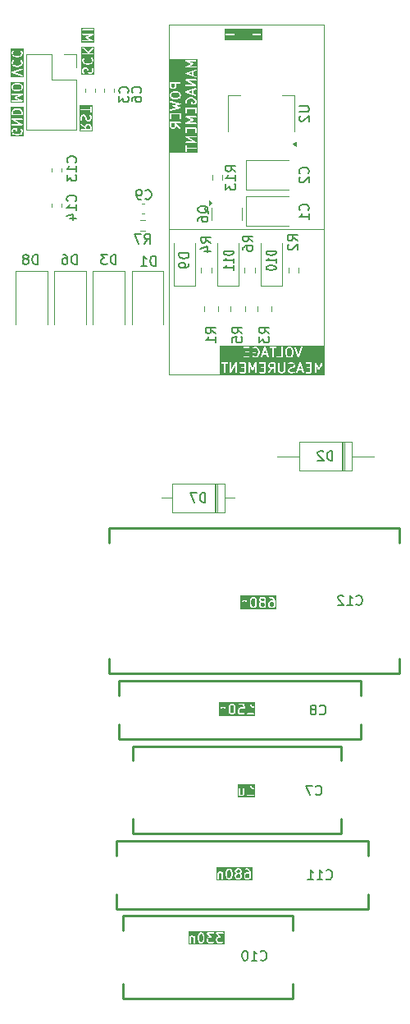
<source format=gbr>
%TF.GenerationSoftware,KiCad,Pcbnew,8.0.8-8.0.8-0~ubuntu24.04.1*%
%TF.CreationDate,2025-03-23T19:57:33+01:00*%
%TF.ProjectId,teaser,74656173-6572-42e6-9b69-6361645f7063,rev?*%
%TF.SameCoordinates,Original*%
%TF.FileFunction,Legend,Bot*%
%TF.FilePolarity,Positive*%
%FSLAX46Y46*%
G04 Gerber Fmt 4.6, Leading zero omitted, Abs format (unit mm)*
G04 Created by KiCad (PCBNEW 8.0.8-8.0.8-0~ubuntu24.04.1) date 2025-03-23 19:57:33*
%MOMM*%
%LPD*%
G01*
G04 APERTURE LIST*
%ADD10C,0.100000*%
%ADD11C,0.150000*%
%ADD12C,0.120000*%
%ADD13C,0.254000*%
G04 APERTURE END LIST*
D10*
X138200000Y-79200000D02*
X154200000Y-79200000D01*
X154200000Y-94200000D01*
X138200000Y-94200000D01*
X138200000Y-79200000D01*
X138200000Y-58100000D02*
X154200000Y-58100000D01*
X154200000Y-79200000D01*
X138200000Y-79200000D01*
X138200000Y-58100000D01*
D11*
G36*
X129990515Y-68501050D02*
G01*
X130020922Y-68531457D01*
X130055180Y-68599973D01*
X130055180Y-68888220D01*
X129681371Y-68888220D01*
X129681371Y-68599973D01*
X129715629Y-68531457D01*
X129746036Y-68501050D01*
X129814552Y-68466792D01*
X129921999Y-68466792D01*
X129990515Y-68501050D01*
G37*
G36*
X130316291Y-69149331D02*
G01*
X128944069Y-69149331D01*
X128944069Y-68390167D01*
X129055198Y-68390167D01*
X129060283Y-68418984D01*
X129076010Y-68443663D01*
X129087170Y-68453234D01*
X129531371Y-68764174D01*
X129531371Y-68888220D01*
X129130180Y-68888220D01*
X129115548Y-68889661D01*
X129088512Y-68900860D01*
X129067820Y-68921552D01*
X129056621Y-68948588D01*
X129056621Y-68977852D01*
X129067820Y-69004888D01*
X129088512Y-69025580D01*
X129115548Y-69036779D01*
X129130180Y-69038220D01*
X130130180Y-69038220D01*
X130144812Y-69036779D01*
X130171848Y-69025580D01*
X130192540Y-69004888D01*
X130203739Y-68977852D01*
X130205180Y-68963220D01*
X130205180Y-68582268D01*
X130203739Y-68567636D01*
X130202708Y-68565147D01*
X130202517Y-68562458D01*
X130197262Y-68548727D01*
X130149643Y-68453489D01*
X130145678Y-68447189D01*
X130144921Y-68445362D01*
X130143232Y-68443305D01*
X130141811Y-68441046D01*
X130140312Y-68439746D01*
X130135594Y-68433997D01*
X130087975Y-68386378D01*
X130082225Y-68381659D01*
X130080926Y-68380161D01*
X130078666Y-68378739D01*
X130076610Y-68377051D01*
X130074782Y-68376293D01*
X130068483Y-68372329D01*
X129973245Y-68324710D01*
X129959513Y-68319455D01*
X129956825Y-68319264D01*
X129954336Y-68318233D01*
X129939704Y-68316792D01*
X129796847Y-68316792D01*
X129782215Y-68318233D01*
X129779726Y-68319263D01*
X129777037Y-68319455D01*
X129763306Y-68324710D01*
X129668068Y-68372329D01*
X129661768Y-68376293D01*
X129659941Y-68377051D01*
X129657884Y-68378739D01*
X129655625Y-68380161D01*
X129654325Y-68381659D01*
X129648576Y-68386378D01*
X129600957Y-68433997D01*
X129596238Y-68439746D01*
X129594740Y-68441046D01*
X129593318Y-68443305D01*
X129591630Y-68445362D01*
X129590872Y-68447189D01*
X129586908Y-68453489D01*
X129539289Y-68548727D01*
X129534034Y-68562459D01*
X129533843Y-68565146D01*
X129532812Y-68567636D01*
X129531480Y-68581153D01*
X129173190Y-68330350D01*
X129160376Y-68323139D01*
X129131805Y-68316810D01*
X129102988Y-68321895D01*
X129078309Y-68337622D01*
X129061527Y-68361596D01*
X129055198Y-68390167D01*
X128944069Y-68390167D01*
X128944069Y-67629887D01*
X129055180Y-67629887D01*
X129055180Y-67867982D01*
X129055909Y-67875387D01*
X129055769Y-67877363D01*
X129056359Y-67879960D01*
X129056621Y-67882614D01*
X129057379Y-67884444D01*
X129059029Y-67891700D01*
X129106649Y-68034557D01*
X129112643Y-68047982D01*
X129131817Y-68070089D01*
X129157991Y-68083176D01*
X129187181Y-68085250D01*
X129214943Y-68075996D01*
X129237050Y-68056822D01*
X129250137Y-68030648D01*
X129252211Y-68001458D01*
X129248951Y-67987122D01*
X129205180Y-67855810D01*
X129205180Y-67647593D01*
X129239438Y-67579076D01*
X129269846Y-67548669D01*
X129338362Y-67514411D01*
X129398190Y-67514411D01*
X129466706Y-67548669D01*
X129497113Y-67579076D01*
X129535606Y-67656063D01*
X129581229Y-67838553D01*
X129581614Y-67839632D01*
X129581653Y-67840172D01*
X129583980Y-67846253D01*
X129586176Y-67852399D01*
X129586498Y-67852834D01*
X129586908Y-67853904D01*
X129634527Y-67949142D01*
X129638491Y-67955441D01*
X129639249Y-67957269D01*
X129640937Y-67959325D01*
X129642359Y-67961585D01*
X129643857Y-67962884D01*
X129648576Y-67968634D01*
X129696195Y-68016253D01*
X129701944Y-68020971D01*
X129703244Y-68022470D01*
X129705503Y-68023891D01*
X129707560Y-68025580D01*
X129709387Y-68026337D01*
X129715687Y-68030302D01*
X129810925Y-68077921D01*
X129824656Y-68083176D01*
X129827345Y-68083367D01*
X129829834Y-68084398D01*
X129844466Y-68085839D01*
X129939704Y-68085839D01*
X129954336Y-68084398D01*
X129956825Y-68083366D01*
X129959513Y-68083176D01*
X129973245Y-68077921D01*
X130068483Y-68030302D01*
X130074782Y-68026337D01*
X130076610Y-68025580D01*
X130078666Y-68023891D01*
X130080926Y-68022470D01*
X130082225Y-68020971D01*
X130087975Y-68016253D01*
X130135594Y-67968634D01*
X130140312Y-67962884D01*
X130141811Y-67961585D01*
X130143232Y-67959325D01*
X130144921Y-67957269D01*
X130145678Y-67955441D01*
X130149643Y-67949142D01*
X130197262Y-67853904D01*
X130202517Y-67840173D01*
X130202708Y-67837483D01*
X130203739Y-67834995D01*
X130205180Y-67820363D01*
X130205180Y-67582268D01*
X130204450Y-67574861D01*
X130204591Y-67572887D01*
X130204000Y-67570289D01*
X130203739Y-67567636D01*
X130202980Y-67565805D01*
X130201331Y-67558550D01*
X130153712Y-67415694D01*
X130147718Y-67402268D01*
X130128544Y-67380161D01*
X130102371Y-67367075D01*
X130073181Y-67365000D01*
X130045418Y-67374254D01*
X130023311Y-67393428D01*
X130010225Y-67419601D01*
X130008150Y-67448791D01*
X130011410Y-67463128D01*
X130055180Y-67594438D01*
X130055180Y-67802658D01*
X130020922Y-67871174D01*
X129990515Y-67901581D01*
X129921999Y-67935839D01*
X129862171Y-67935839D01*
X129793655Y-67901581D01*
X129763248Y-67871174D01*
X129724754Y-67794187D01*
X129679132Y-67611697D01*
X129678746Y-67610617D01*
X129678708Y-67610077D01*
X129676377Y-67603987D01*
X129674185Y-67597851D01*
X129673862Y-67597415D01*
X129673453Y-67596346D01*
X129625834Y-67501108D01*
X129621869Y-67494808D01*
X129621112Y-67492981D01*
X129619423Y-67490924D01*
X129618002Y-67488665D01*
X129616503Y-67487365D01*
X129611785Y-67481616D01*
X129564166Y-67433997D01*
X129558416Y-67429278D01*
X129557117Y-67427780D01*
X129554857Y-67426358D01*
X129552801Y-67424670D01*
X129550973Y-67423912D01*
X129544674Y-67419948D01*
X129449436Y-67372329D01*
X129435704Y-67367074D01*
X129433016Y-67366883D01*
X129430527Y-67365852D01*
X129415895Y-67364411D01*
X129320657Y-67364411D01*
X129306025Y-67365852D01*
X129303536Y-67366882D01*
X129300847Y-67367074D01*
X129287116Y-67372329D01*
X129191878Y-67419948D01*
X129185578Y-67423912D01*
X129183751Y-67424670D01*
X129181694Y-67426358D01*
X129179435Y-67427780D01*
X129178135Y-67429278D01*
X129172386Y-67433997D01*
X129124767Y-67481616D01*
X129120049Y-67487364D01*
X129118551Y-67488664D01*
X129117128Y-67490923D01*
X129115440Y-67492981D01*
X129114683Y-67494808D01*
X129110718Y-67501107D01*
X129063098Y-67596345D01*
X129057843Y-67610077D01*
X129057651Y-67612766D01*
X129056621Y-67615255D01*
X129055180Y-67629887D01*
X128944069Y-67629887D01*
X128944069Y-66853350D01*
X129056621Y-66853350D01*
X129056621Y-66882614D01*
X129067820Y-66909650D01*
X129088512Y-66930342D01*
X129115548Y-66941541D01*
X129130180Y-66942982D01*
X130055180Y-66942982D01*
X130055180Y-67153696D01*
X130056621Y-67168328D01*
X130067820Y-67195364D01*
X130088512Y-67216056D01*
X130115548Y-67227255D01*
X130144812Y-67227255D01*
X130171848Y-67216056D01*
X130192540Y-67195364D01*
X130203739Y-67168328D01*
X130205180Y-67153696D01*
X130205180Y-66582268D01*
X130203739Y-66567636D01*
X130192540Y-66540600D01*
X130171848Y-66519908D01*
X130144812Y-66508709D01*
X130115548Y-66508709D01*
X130088512Y-66519908D01*
X130067820Y-66540600D01*
X130056621Y-66567636D01*
X130055180Y-66582268D01*
X130055180Y-66792982D01*
X129130180Y-66792982D01*
X129115548Y-66794423D01*
X129088512Y-66805622D01*
X129067820Y-66826314D01*
X129056621Y-66853350D01*
X128944069Y-66853350D01*
X128944069Y-66397598D01*
X130316291Y-66397598D01*
X130316291Y-69149331D01*
G37*
G36*
X149015475Y-93418628D02*
G01*
X148727228Y-93418628D01*
X148658712Y-93384370D01*
X148628305Y-93353963D01*
X148594047Y-93285447D01*
X148594047Y-93178000D01*
X148628305Y-93109484D01*
X148658712Y-93079077D01*
X148727228Y-93044819D01*
X149015475Y-93044819D01*
X149015475Y-93418628D01*
G37*
G36*
X151891180Y-93609104D02*
G01*
X151623104Y-93609104D01*
X151757142Y-93206989D01*
X151891180Y-93609104D01*
G37*
G36*
X150784144Y-91469133D02*
G01*
X150856086Y-91541075D01*
X150896428Y-91702442D01*
X150896428Y-92017307D01*
X150856086Y-92178673D01*
X150784143Y-92250617D01*
X150715628Y-92284875D01*
X150560562Y-92284875D01*
X150492046Y-92250617D01*
X150420103Y-92178673D01*
X150379762Y-92017307D01*
X150379762Y-91702442D01*
X150420103Y-91541075D01*
X150492046Y-91469133D01*
X150560562Y-91434875D01*
X150715628Y-91434875D01*
X150784144Y-91469133D01*
G37*
G36*
X148248323Y-91999160D02*
G01*
X147980247Y-91999160D01*
X148114285Y-91597045D01*
X148248323Y-91999160D01*
G37*
G36*
X154181348Y-94155930D02*
G01*
X143477234Y-94155930D01*
X143477234Y-92955187D01*
X143588345Y-92955187D01*
X143588345Y-92984451D01*
X143599544Y-93011487D01*
X143620236Y-93032179D01*
X143647272Y-93043378D01*
X143661904Y-93044819D01*
X143872618Y-93044819D01*
X143872618Y-93969819D01*
X143874059Y-93984451D01*
X143885258Y-94011487D01*
X143905950Y-94032179D01*
X143932986Y-94043378D01*
X143962250Y-94043378D01*
X143989286Y-94032179D01*
X144009978Y-94011487D01*
X144021177Y-93984451D01*
X144022618Y-93969819D01*
X144022618Y-93044819D01*
X144233332Y-93044819D01*
X144247964Y-93043378D01*
X144275000Y-93032179D01*
X144295692Y-93011487D01*
X144306891Y-92984451D01*
X144306891Y-92969819D01*
X144491666Y-92969819D01*
X144491666Y-93969819D01*
X144492036Y-93973582D01*
X144491849Y-93975058D01*
X144492370Y-93976968D01*
X144493107Y-93984451D01*
X144496924Y-93993666D01*
X144499549Y-94003290D01*
X144502476Y-94007070D01*
X144504306Y-94011487D01*
X144511356Y-94018537D01*
X144517466Y-94026427D01*
X144521619Y-94028800D01*
X144524998Y-94032179D01*
X144534210Y-94035995D01*
X144542875Y-94040946D01*
X144547618Y-94041548D01*
X144552034Y-94043378D01*
X144562008Y-94043378D01*
X144571905Y-94044636D01*
X144576517Y-94043378D01*
X144581298Y-94043378D01*
X144590513Y-94039560D01*
X144600137Y-94036936D01*
X144603917Y-94034008D01*
X144608334Y-94032179D01*
X144615384Y-94025128D01*
X144623274Y-94019019D01*
X144627626Y-94012886D01*
X144629026Y-94011487D01*
X144629595Y-94010112D01*
X144631784Y-94007029D01*
X145063094Y-93252235D01*
X145063094Y-93969819D01*
X145064535Y-93984451D01*
X145075734Y-94011487D01*
X145096426Y-94032179D01*
X145123462Y-94043378D01*
X145152726Y-94043378D01*
X145179762Y-94032179D01*
X145200454Y-94011487D01*
X145211653Y-93984451D01*
X145213094Y-93969819D01*
X145213094Y-92969819D01*
X145212723Y-92966055D01*
X145212911Y-92964580D01*
X145212389Y-92962669D01*
X145211653Y-92955187D01*
X145493107Y-92955187D01*
X145493107Y-92984451D01*
X145504306Y-93011487D01*
X145524998Y-93032179D01*
X145552034Y-93043378D01*
X145566666Y-93044819D01*
X145967856Y-93044819D01*
X145967856Y-93371009D01*
X145709523Y-93371009D01*
X145694891Y-93372450D01*
X145667855Y-93383649D01*
X145647163Y-93404341D01*
X145635964Y-93431377D01*
X145635964Y-93460641D01*
X145647163Y-93487677D01*
X145667855Y-93508369D01*
X145694891Y-93519568D01*
X145709523Y-93521009D01*
X145967856Y-93521009D01*
X145967856Y-93894819D01*
X145566666Y-93894819D01*
X145552034Y-93896260D01*
X145524998Y-93907459D01*
X145504306Y-93928151D01*
X145493107Y-93955187D01*
X145493107Y-93984451D01*
X145504306Y-94011487D01*
X145524998Y-94032179D01*
X145552034Y-94043378D01*
X145566666Y-94044819D01*
X146042856Y-94044819D01*
X146057488Y-94043378D01*
X146084524Y-94032179D01*
X146105216Y-94011487D01*
X146116415Y-93984451D01*
X146117856Y-93969819D01*
X146117856Y-92969819D01*
X146444047Y-92969819D01*
X146444047Y-93969819D01*
X146445488Y-93984451D01*
X146456687Y-94011487D01*
X146477379Y-94032179D01*
X146504415Y-94043378D01*
X146533679Y-94043378D01*
X146560715Y-94032179D01*
X146581407Y-94011487D01*
X146592606Y-93984451D01*
X146594047Y-93969819D01*
X146594047Y-93307886D01*
X146784416Y-93715821D01*
X146787590Y-93721180D01*
X146788250Y-93722993D01*
X146789424Y-93724275D01*
X146791910Y-93728471D01*
X146800319Y-93736171D01*
X146808014Y-93744574D01*
X146811032Y-93745982D01*
X146813491Y-93748234D01*
X146824203Y-93752129D01*
X146834532Y-93756950D01*
X146837860Y-93757096D01*
X146840992Y-93758235D01*
X146852386Y-93757734D01*
X146863768Y-93758234D01*
X146866896Y-93757096D01*
X146870228Y-93756950D01*
X146880563Y-93752126D01*
X146891269Y-93748234D01*
X146893724Y-93745984D01*
X146896746Y-93744575D01*
X146904447Y-93736164D01*
X146912850Y-93728470D01*
X146915333Y-93724277D01*
X146916510Y-93722993D01*
X146917170Y-93721177D01*
X146920344Y-93715820D01*
X147110713Y-93307886D01*
X147110713Y-93969819D01*
X147112154Y-93984451D01*
X147123353Y-94011487D01*
X147144045Y-94032179D01*
X147171081Y-94043378D01*
X147200345Y-94043378D01*
X147227381Y-94032179D01*
X147248073Y-94011487D01*
X147259272Y-93984451D01*
X147260713Y-93969819D01*
X147260713Y-92969819D01*
X147259765Y-92960197D01*
X147259843Y-92958431D01*
X147259498Y-92957482D01*
X147259272Y-92955187D01*
X147540726Y-92955187D01*
X147540726Y-92984451D01*
X147551925Y-93011487D01*
X147572617Y-93032179D01*
X147599653Y-93043378D01*
X147614285Y-93044819D01*
X148015475Y-93044819D01*
X148015475Y-93371009D01*
X147757142Y-93371009D01*
X147742510Y-93372450D01*
X147715474Y-93383649D01*
X147694782Y-93404341D01*
X147683583Y-93431377D01*
X147683583Y-93460641D01*
X147694782Y-93487677D01*
X147715474Y-93508369D01*
X147742510Y-93519568D01*
X147757142Y-93521009D01*
X148015475Y-93521009D01*
X148015475Y-93894819D01*
X147614285Y-93894819D01*
X147599653Y-93896260D01*
X147572617Y-93907459D01*
X147551925Y-93928151D01*
X147540726Y-93955187D01*
X147540726Y-93984451D01*
X147551925Y-94011487D01*
X147572617Y-94032179D01*
X147599653Y-94043378D01*
X147614285Y-94044819D01*
X148090475Y-94044819D01*
X148105107Y-94043378D01*
X148132143Y-94032179D01*
X148152835Y-94011487D01*
X148164034Y-93984451D01*
X148165475Y-93969819D01*
X148165475Y-93160295D01*
X148444047Y-93160295D01*
X148444047Y-93303152D01*
X148445488Y-93317784D01*
X148446519Y-93320273D01*
X148446710Y-93322961D01*
X148451965Y-93336693D01*
X148499584Y-93431931D01*
X148503548Y-93438230D01*
X148504306Y-93440058D01*
X148505994Y-93442114D01*
X148507416Y-93444374D01*
X148508914Y-93445673D01*
X148513633Y-93451423D01*
X148561252Y-93499042D01*
X148567001Y-93503760D01*
X148568301Y-93505259D01*
X148570560Y-93506680D01*
X148572617Y-93508369D01*
X148574444Y-93509126D01*
X148580744Y-93513091D01*
X148675982Y-93560710D01*
X148689713Y-93565965D01*
X148692402Y-93566156D01*
X148694891Y-93567187D01*
X148708408Y-93568518D01*
X148457605Y-93926809D01*
X148450394Y-93939623D01*
X148444065Y-93968194D01*
X148449150Y-93997011D01*
X148464877Y-94021690D01*
X148488851Y-94038472D01*
X148517422Y-94044801D01*
X148546239Y-94039716D01*
X148570918Y-94023989D01*
X148580489Y-94012829D01*
X148891429Y-93568628D01*
X149015475Y-93568628D01*
X149015475Y-93969819D01*
X149016916Y-93984451D01*
X149028115Y-94011487D01*
X149048807Y-94032179D01*
X149075843Y-94043378D01*
X149105107Y-94043378D01*
X149132143Y-94032179D01*
X149152835Y-94011487D01*
X149164034Y-93984451D01*
X149165475Y-93969819D01*
X149165475Y-92969819D01*
X149491666Y-92969819D01*
X149491666Y-93779342D01*
X149493107Y-93793974D01*
X149494138Y-93796463D01*
X149494329Y-93799151D01*
X149499584Y-93812883D01*
X149547203Y-93908121D01*
X149551166Y-93914417D01*
X149551924Y-93916247D01*
X149553613Y-93918305D01*
X149555035Y-93920564D01*
X149556533Y-93921863D01*
X149561251Y-93927612D01*
X149608870Y-93975232D01*
X149614619Y-93979950D01*
X149615920Y-93981450D01*
X149618179Y-93982872D01*
X149620236Y-93984560D01*
X149622063Y-93985317D01*
X149628363Y-93989282D01*
X149723601Y-94036901D01*
X149737332Y-94042156D01*
X149740021Y-94042347D01*
X149742510Y-94043378D01*
X149757142Y-94044819D01*
X149947618Y-94044819D01*
X149962250Y-94043378D01*
X149964739Y-94042346D01*
X149967427Y-94042156D01*
X149981159Y-94036901D01*
X150076397Y-93989282D01*
X150082696Y-93985317D01*
X150084524Y-93984560D01*
X150086580Y-93982872D01*
X150088840Y-93981450D01*
X150090140Y-93979950D01*
X150095890Y-93975232D01*
X150143508Y-93927613D01*
X150148226Y-93921863D01*
X150149725Y-93920564D01*
X150151146Y-93918305D01*
X150152836Y-93916247D01*
X150153593Y-93914417D01*
X150157557Y-93908121D01*
X150205176Y-93812883D01*
X150210431Y-93799152D01*
X150210622Y-93796462D01*
X150211653Y-93793974D01*
X150213094Y-93779342D01*
X150213094Y-93684104D01*
X150491666Y-93684104D01*
X150491666Y-93779342D01*
X150493107Y-93793974D01*
X150494138Y-93796463D01*
X150494329Y-93799151D01*
X150499584Y-93812883D01*
X150547203Y-93908121D01*
X150551166Y-93914417D01*
X150551924Y-93916247D01*
X150553613Y-93918305D01*
X150555035Y-93920564D01*
X150556533Y-93921863D01*
X150561251Y-93927612D01*
X150608870Y-93975232D01*
X150614619Y-93979950D01*
X150615920Y-93981450D01*
X150618179Y-93982872D01*
X150620236Y-93984560D01*
X150622063Y-93985317D01*
X150628363Y-93989282D01*
X150723601Y-94036901D01*
X150737332Y-94042156D01*
X150740021Y-94042347D01*
X150742510Y-94043378D01*
X150757142Y-94044819D01*
X150995237Y-94044819D01*
X151002642Y-94044089D01*
X151004617Y-94044230D01*
X151007214Y-94043639D01*
X151009869Y-94043378D01*
X151011700Y-94042619D01*
X151018954Y-94040970D01*
X151161811Y-93993351D01*
X151175236Y-93987357D01*
X151197343Y-93968183D01*
X151201215Y-93960439D01*
X151349398Y-93960439D01*
X151351473Y-93989629D01*
X151364559Y-94015802D01*
X151386666Y-94034976D01*
X151414429Y-94044230D01*
X151443619Y-94042155D01*
X151469792Y-94029069D01*
X151488966Y-94006962D01*
X151494960Y-93993536D01*
X151573104Y-93759104D01*
X151941180Y-93759104D01*
X152019324Y-93993536D01*
X152025318Y-94006961D01*
X152044492Y-94029068D01*
X152070665Y-94042155D01*
X152099855Y-94044230D01*
X152127617Y-94034976D01*
X152149725Y-94015802D01*
X152162811Y-93989628D01*
X152164886Y-93960438D01*
X152161626Y-93946102D01*
X151831321Y-92955187D01*
X152302631Y-92955187D01*
X152302631Y-92984451D01*
X152313830Y-93011487D01*
X152334522Y-93032179D01*
X152361558Y-93043378D01*
X152376190Y-93044819D01*
X152777380Y-93044819D01*
X152777380Y-93371009D01*
X152519047Y-93371009D01*
X152504415Y-93372450D01*
X152477379Y-93383649D01*
X152456687Y-93404341D01*
X152445488Y-93431377D01*
X152445488Y-93460641D01*
X152456687Y-93487677D01*
X152477379Y-93508369D01*
X152504415Y-93519568D01*
X152519047Y-93521009D01*
X152777380Y-93521009D01*
X152777380Y-93894819D01*
X152376190Y-93894819D01*
X152361558Y-93896260D01*
X152334522Y-93907459D01*
X152313830Y-93928151D01*
X152302631Y-93955187D01*
X152302631Y-93984451D01*
X152313830Y-94011487D01*
X152334522Y-94032179D01*
X152361558Y-94043378D01*
X152376190Y-94044819D01*
X152852380Y-94044819D01*
X152867012Y-94043378D01*
X152894048Y-94032179D01*
X152914740Y-94011487D01*
X152925939Y-93984451D01*
X152927380Y-93969819D01*
X152927380Y-92969819D01*
X153253571Y-92969819D01*
X153253571Y-93969819D01*
X153255012Y-93984451D01*
X153266211Y-94011487D01*
X153286903Y-94032179D01*
X153313939Y-94043378D01*
X153343203Y-94043378D01*
X153370239Y-94032179D01*
X153390931Y-94011487D01*
X153402130Y-93984451D01*
X153403571Y-93969819D01*
X153403571Y-93307886D01*
X153593940Y-93715821D01*
X153597114Y-93721180D01*
X153597774Y-93722993D01*
X153598948Y-93724275D01*
X153601434Y-93728471D01*
X153609843Y-93736171D01*
X153617538Y-93744574D01*
X153620556Y-93745982D01*
X153623015Y-93748234D01*
X153633727Y-93752129D01*
X153644056Y-93756950D01*
X153647384Y-93757096D01*
X153650516Y-93758235D01*
X153661910Y-93757734D01*
X153673292Y-93758234D01*
X153676420Y-93757096D01*
X153679752Y-93756950D01*
X153690087Y-93752126D01*
X153700793Y-93748234D01*
X153703248Y-93745984D01*
X153706270Y-93744575D01*
X153713971Y-93736164D01*
X153722374Y-93728470D01*
X153724857Y-93724277D01*
X153726034Y-93722993D01*
X153726694Y-93721177D01*
X153729868Y-93715820D01*
X153920237Y-93307886D01*
X153920237Y-93969819D01*
X153921678Y-93984451D01*
X153932877Y-94011487D01*
X153953569Y-94032179D01*
X153980605Y-94043378D01*
X154009869Y-94043378D01*
X154036905Y-94032179D01*
X154057597Y-94011487D01*
X154068796Y-93984451D01*
X154070237Y-93969819D01*
X154070237Y-92969819D01*
X154069289Y-92960197D01*
X154069367Y-92958431D01*
X154069022Y-92957482D01*
X154068796Y-92955187D01*
X154063814Y-92943160D01*
X154059367Y-92930930D01*
X154058237Y-92929696D01*
X154057597Y-92928151D01*
X154048397Y-92918951D01*
X154039603Y-92909348D01*
X154038086Y-92908640D01*
X154036905Y-92907459D01*
X154024892Y-92902482D01*
X154013085Y-92896973D01*
X154011412Y-92896899D01*
X154009869Y-92896260D01*
X153996863Y-92896260D01*
X153983849Y-92895688D01*
X153982276Y-92896260D01*
X153980605Y-92896260D01*
X153968586Y-92901238D01*
X153956348Y-92905689D01*
X153955114Y-92906819D01*
X153953569Y-92907459D01*
X153944370Y-92916657D01*
X153934767Y-92925452D01*
X153933591Y-92927436D01*
X153932877Y-92928151D01*
X153932200Y-92929784D01*
X153927273Y-92938102D01*
X153661903Y-93506750D01*
X153396535Y-92938103D01*
X153391609Y-92929787D01*
X153390931Y-92928151D01*
X153390215Y-92927435D01*
X153389041Y-92925453D01*
X153379444Y-92916664D01*
X153370239Y-92907459D01*
X153368693Y-92906818D01*
X153367460Y-92905689D01*
X153355229Y-92901241D01*
X153343203Y-92896260D01*
X153341529Y-92896260D01*
X153339959Y-92895689D01*
X153326958Y-92896260D01*
X153313939Y-92896260D01*
X153312394Y-92896899D01*
X153310723Y-92896973D01*
X153298924Y-92902479D01*
X153286903Y-92907459D01*
X153285720Y-92908641D01*
X153284205Y-92909349D01*
X153275416Y-92918945D01*
X153266211Y-92928151D01*
X153265570Y-92929696D01*
X153264441Y-92930930D01*
X153259993Y-92943160D01*
X153255012Y-92955187D01*
X153254785Y-92957482D01*
X153254441Y-92958431D01*
X153254518Y-92960197D01*
X153253571Y-92969819D01*
X152927380Y-92969819D01*
X152925939Y-92955187D01*
X152914740Y-92928151D01*
X152894048Y-92907459D01*
X152867012Y-92896260D01*
X152852380Y-92894819D01*
X152376190Y-92894819D01*
X152361558Y-92896260D01*
X152334522Y-92907459D01*
X152313830Y-92928151D01*
X152302631Y-92955187D01*
X151831321Y-92955187D01*
X151828293Y-92946102D01*
X151822299Y-92932676D01*
X151818787Y-92928627D01*
X151816392Y-92923836D01*
X151809288Y-92917674D01*
X151803125Y-92910569D01*
X151798331Y-92908172D01*
X151794284Y-92904662D01*
X151785362Y-92901688D01*
X151776952Y-92897483D01*
X151771607Y-92897103D01*
X151766522Y-92895408D01*
X151757142Y-92896074D01*
X151747762Y-92895408D01*
X151742676Y-92897103D01*
X151737332Y-92897483D01*
X151728924Y-92901687D01*
X151719999Y-92904662D01*
X151715948Y-92908175D01*
X151711159Y-92910570D01*
X151705000Y-92917670D01*
X151697892Y-92923836D01*
X151695495Y-92928629D01*
X151691985Y-92932677D01*
X151685991Y-92946102D01*
X151352658Y-93946102D01*
X151349398Y-93960439D01*
X151201215Y-93960439D01*
X151210430Y-93942010D01*
X151212505Y-93912820D01*
X151203251Y-93885058D01*
X151184077Y-93862950D01*
X151157903Y-93849864D01*
X151128713Y-93847789D01*
X151114376Y-93851049D01*
X150983067Y-93894819D01*
X150774847Y-93894819D01*
X150706331Y-93860561D01*
X150675924Y-93830153D01*
X150641666Y-93761637D01*
X150641666Y-93701809D01*
X150675924Y-93633293D01*
X150706331Y-93602886D01*
X150783318Y-93564392D01*
X150965808Y-93518770D01*
X150966887Y-93518384D01*
X150967427Y-93518346D01*
X150973508Y-93516018D01*
X150979654Y-93513823D01*
X150980089Y-93513500D01*
X150981159Y-93513091D01*
X151076397Y-93465472D01*
X151082696Y-93461507D01*
X151084524Y-93460750D01*
X151086580Y-93459061D01*
X151088840Y-93457640D01*
X151090139Y-93456141D01*
X151095889Y-93451423D01*
X151143508Y-93403804D01*
X151148226Y-93398054D01*
X151149725Y-93396755D01*
X151151146Y-93394495D01*
X151152835Y-93392439D01*
X151153592Y-93390611D01*
X151157557Y-93384312D01*
X151205176Y-93289074D01*
X151210431Y-93275343D01*
X151210622Y-93272653D01*
X151211653Y-93270165D01*
X151213094Y-93255533D01*
X151213094Y-93160295D01*
X151211653Y-93145663D01*
X151210622Y-93143174D01*
X151210431Y-93140485D01*
X151205176Y-93126754D01*
X151157557Y-93031516D01*
X151153592Y-93025216D01*
X151152835Y-93023389D01*
X151151146Y-93021332D01*
X151149725Y-93019073D01*
X151148226Y-93017773D01*
X151143508Y-93012024D01*
X151095889Y-92964405D01*
X151090139Y-92959686D01*
X151088840Y-92958188D01*
X151086580Y-92956766D01*
X151084524Y-92955078D01*
X151082696Y-92954320D01*
X151076397Y-92950356D01*
X150981159Y-92902737D01*
X150967427Y-92897482D01*
X150964739Y-92897291D01*
X150962250Y-92896260D01*
X150947618Y-92894819D01*
X150709523Y-92894819D01*
X150702116Y-92895548D01*
X150700142Y-92895408D01*
X150697544Y-92895998D01*
X150694891Y-92896260D01*
X150693060Y-92897018D01*
X150685805Y-92898668D01*
X150542949Y-92946287D01*
X150529523Y-92952281D01*
X150507416Y-92971455D01*
X150494330Y-92997628D01*
X150492255Y-93026818D01*
X150501509Y-93054581D01*
X150520683Y-93076688D01*
X150546856Y-93089774D01*
X150576046Y-93091849D01*
X150590383Y-93088589D01*
X150721693Y-93044819D01*
X150929913Y-93044819D01*
X150998429Y-93079077D01*
X151028836Y-93109484D01*
X151063094Y-93178000D01*
X151063094Y-93237828D01*
X151028836Y-93306344D01*
X150998429Y-93336751D01*
X150921442Y-93375244D01*
X150738952Y-93420867D01*
X150737872Y-93421252D01*
X150737332Y-93421291D01*
X150731242Y-93423621D01*
X150725106Y-93425814D01*
X150724670Y-93426136D01*
X150723601Y-93426546D01*
X150628363Y-93474165D01*
X150622063Y-93478129D01*
X150620236Y-93478887D01*
X150618179Y-93480575D01*
X150615920Y-93481997D01*
X150614620Y-93483495D01*
X150608871Y-93488214D01*
X150561252Y-93535833D01*
X150556533Y-93541582D01*
X150555035Y-93542882D01*
X150553613Y-93545141D01*
X150551925Y-93547198D01*
X150551167Y-93549025D01*
X150547203Y-93555325D01*
X150499584Y-93650563D01*
X150494329Y-93664295D01*
X150494138Y-93666982D01*
X150493107Y-93669472D01*
X150491666Y-93684104D01*
X150213094Y-93684104D01*
X150213094Y-92969819D01*
X150211653Y-92955187D01*
X150200454Y-92928151D01*
X150179762Y-92907459D01*
X150152726Y-92896260D01*
X150123462Y-92896260D01*
X150096426Y-92907459D01*
X150075734Y-92928151D01*
X150064535Y-92955187D01*
X150063094Y-92969819D01*
X150063094Y-93761637D01*
X150028835Y-93830153D01*
X149998428Y-93860561D01*
X149929913Y-93894819D01*
X149774847Y-93894819D01*
X149706331Y-93860561D01*
X149675924Y-93830153D01*
X149641666Y-93761637D01*
X149641666Y-92969819D01*
X149640225Y-92955187D01*
X149629026Y-92928151D01*
X149608334Y-92907459D01*
X149581298Y-92896260D01*
X149552034Y-92896260D01*
X149524998Y-92907459D01*
X149504306Y-92928151D01*
X149493107Y-92955187D01*
X149491666Y-92969819D01*
X149165475Y-92969819D01*
X149164034Y-92955187D01*
X149152835Y-92928151D01*
X149132143Y-92907459D01*
X149105107Y-92896260D01*
X149090475Y-92894819D01*
X148709523Y-92894819D01*
X148694891Y-92896260D01*
X148692402Y-92897290D01*
X148689713Y-92897482D01*
X148675982Y-92902737D01*
X148580744Y-92950356D01*
X148574444Y-92954320D01*
X148572617Y-92955078D01*
X148570560Y-92956766D01*
X148568301Y-92958188D01*
X148567001Y-92959686D01*
X148561252Y-92964405D01*
X148513633Y-93012024D01*
X148508914Y-93017773D01*
X148507416Y-93019073D01*
X148505994Y-93021332D01*
X148504306Y-93023389D01*
X148503548Y-93025216D01*
X148499584Y-93031516D01*
X148451965Y-93126754D01*
X148446710Y-93140486D01*
X148446519Y-93143173D01*
X148445488Y-93145663D01*
X148444047Y-93160295D01*
X148165475Y-93160295D01*
X148165475Y-92969819D01*
X148164034Y-92955187D01*
X148152835Y-92928151D01*
X148132143Y-92907459D01*
X148105107Y-92896260D01*
X148090475Y-92894819D01*
X147614285Y-92894819D01*
X147599653Y-92896260D01*
X147572617Y-92907459D01*
X147551925Y-92928151D01*
X147540726Y-92955187D01*
X147259272Y-92955187D01*
X147254290Y-92943160D01*
X147249843Y-92930930D01*
X147248713Y-92929696D01*
X147248073Y-92928151D01*
X147238873Y-92918951D01*
X147230079Y-92909348D01*
X147228562Y-92908640D01*
X147227381Y-92907459D01*
X147215368Y-92902482D01*
X147203561Y-92896973D01*
X147201888Y-92896899D01*
X147200345Y-92896260D01*
X147187339Y-92896260D01*
X147174325Y-92895688D01*
X147172752Y-92896260D01*
X147171081Y-92896260D01*
X147159062Y-92901238D01*
X147146824Y-92905689D01*
X147145590Y-92906819D01*
X147144045Y-92907459D01*
X147134846Y-92916657D01*
X147125243Y-92925452D01*
X147124067Y-92927436D01*
X147123353Y-92928151D01*
X147122676Y-92929784D01*
X147117749Y-92938102D01*
X146852379Y-93506750D01*
X146587011Y-92938103D01*
X146582085Y-92929787D01*
X146581407Y-92928151D01*
X146580691Y-92927435D01*
X146579517Y-92925453D01*
X146569920Y-92916664D01*
X146560715Y-92907459D01*
X146559169Y-92906818D01*
X146557936Y-92905689D01*
X146545705Y-92901241D01*
X146533679Y-92896260D01*
X146532005Y-92896260D01*
X146530435Y-92895689D01*
X146517434Y-92896260D01*
X146504415Y-92896260D01*
X146502870Y-92896899D01*
X146501199Y-92896973D01*
X146489400Y-92902479D01*
X146477379Y-92907459D01*
X146476196Y-92908641D01*
X146474681Y-92909349D01*
X146465892Y-92918945D01*
X146456687Y-92928151D01*
X146456046Y-92929696D01*
X146454917Y-92930930D01*
X146450469Y-92943160D01*
X146445488Y-92955187D01*
X146445261Y-92957482D01*
X146444917Y-92958431D01*
X146444994Y-92960197D01*
X146444047Y-92969819D01*
X146117856Y-92969819D01*
X146116415Y-92955187D01*
X146105216Y-92928151D01*
X146084524Y-92907459D01*
X146057488Y-92896260D01*
X146042856Y-92894819D01*
X145566666Y-92894819D01*
X145552034Y-92896260D01*
X145524998Y-92907459D01*
X145504306Y-92928151D01*
X145493107Y-92955187D01*
X145211653Y-92955187D01*
X145207835Y-92945971D01*
X145205211Y-92936348D01*
X145202283Y-92932567D01*
X145200454Y-92928151D01*
X145193403Y-92921100D01*
X145187294Y-92913211D01*
X145183140Y-92910837D01*
X145179762Y-92907459D01*
X145170549Y-92903642D01*
X145161885Y-92898692D01*
X145157141Y-92898089D01*
X145152726Y-92896260D01*
X145142752Y-92896260D01*
X145132855Y-92895002D01*
X145128243Y-92896260D01*
X145123462Y-92896260D01*
X145114245Y-92900077D01*
X145104624Y-92902702D01*
X145100844Y-92905628D01*
X145096426Y-92907459D01*
X145089374Y-92914510D01*
X145081486Y-92920619D01*
X145077131Y-92926753D01*
X145075734Y-92928151D01*
X145075165Y-92929523D01*
X145072976Y-92932608D01*
X144641666Y-93687402D01*
X144641666Y-92969819D01*
X144640225Y-92955187D01*
X144629026Y-92928151D01*
X144608334Y-92907459D01*
X144581298Y-92896260D01*
X144552034Y-92896260D01*
X144524998Y-92907459D01*
X144504306Y-92928151D01*
X144493107Y-92955187D01*
X144491666Y-92969819D01*
X144306891Y-92969819D01*
X144306891Y-92955187D01*
X144295692Y-92928151D01*
X144275000Y-92907459D01*
X144247964Y-92896260D01*
X144233332Y-92894819D01*
X143661904Y-92894819D01*
X143647272Y-92896260D01*
X143620236Y-92907459D01*
X143599544Y-92928151D01*
X143588345Y-92955187D01*
X143477234Y-92955187D01*
X143477234Y-91345243D01*
X145897869Y-91345243D01*
X145897869Y-91374507D01*
X145909068Y-91401543D01*
X145929760Y-91422235D01*
X145956796Y-91433434D01*
X145971428Y-91434875D01*
X146372618Y-91434875D01*
X146372618Y-91761065D01*
X146114285Y-91761065D01*
X146099653Y-91762506D01*
X146072617Y-91773705D01*
X146051925Y-91794397D01*
X146040726Y-91821433D01*
X146040726Y-91850697D01*
X146051925Y-91877733D01*
X146072617Y-91898425D01*
X146099653Y-91909624D01*
X146114285Y-91911065D01*
X146372618Y-91911065D01*
X146372618Y-92284875D01*
X145971428Y-92284875D01*
X145956796Y-92286316D01*
X145929760Y-92297515D01*
X145909068Y-92318207D01*
X145897869Y-92345243D01*
X145897869Y-92374507D01*
X145909068Y-92401543D01*
X145929760Y-92422235D01*
X145956796Y-92433434D01*
X145971428Y-92434875D01*
X146447618Y-92434875D01*
X146462250Y-92433434D01*
X146489286Y-92422235D01*
X146509978Y-92401543D01*
X146521177Y-92374507D01*
X146522618Y-92359875D01*
X146522618Y-91931303D01*
X146801190Y-91931303D01*
X146801190Y-92264636D01*
X146802631Y-92279268D01*
X146806091Y-92287621D01*
X146813829Y-92306303D01*
X146823156Y-92317668D01*
X146870775Y-92365288D01*
X146882141Y-92374616D01*
X146884629Y-92375646D01*
X146886666Y-92377413D01*
X146900092Y-92383407D01*
X147042948Y-92431026D01*
X147050203Y-92432675D01*
X147052034Y-92433434D01*
X147054687Y-92433695D01*
X147057285Y-92434286D01*
X147059259Y-92434145D01*
X147066666Y-92434875D01*
X147161904Y-92434875D01*
X147169309Y-92434145D01*
X147171284Y-92434286D01*
X147173881Y-92433695D01*
X147176536Y-92433434D01*
X147178367Y-92432675D01*
X147185621Y-92431026D01*
X147328478Y-92383407D01*
X147341903Y-92377413D01*
X147343938Y-92375647D01*
X147346429Y-92374616D01*
X147357794Y-92365289D01*
X147372588Y-92350495D01*
X147706541Y-92350495D01*
X147708616Y-92379685D01*
X147721702Y-92405858D01*
X147743809Y-92425032D01*
X147771572Y-92434286D01*
X147800762Y-92432211D01*
X147826935Y-92419125D01*
X147846109Y-92397018D01*
X147852103Y-92383592D01*
X147930247Y-92149160D01*
X148298323Y-92149160D01*
X148376467Y-92383592D01*
X148382461Y-92397017D01*
X148401635Y-92419124D01*
X148427808Y-92432211D01*
X148456998Y-92434286D01*
X148484760Y-92425032D01*
X148506868Y-92405858D01*
X148519954Y-92379684D01*
X148522029Y-92350494D01*
X148518769Y-92336158D01*
X148188464Y-91345243D01*
X148564536Y-91345243D01*
X148564536Y-91374507D01*
X148575735Y-91401543D01*
X148596427Y-91422235D01*
X148623463Y-91433434D01*
X148638095Y-91434875D01*
X148848809Y-91434875D01*
X148848809Y-92359875D01*
X148850250Y-92374507D01*
X148861449Y-92401543D01*
X148882141Y-92422235D01*
X148909177Y-92433434D01*
X148938441Y-92433434D01*
X148965477Y-92422235D01*
X148986169Y-92401543D01*
X148997368Y-92374507D01*
X148998809Y-92359875D01*
X148998809Y-92345243D01*
X149326441Y-92345243D01*
X149326441Y-92374507D01*
X149337640Y-92401543D01*
X149358332Y-92422235D01*
X149385368Y-92433434D01*
X149400000Y-92434875D01*
X149876190Y-92434875D01*
X149890822Y-92433434D01*
X149917858Y-92422235D01*
X149938550Y-92401543D01*
X149949749Y-92374507D01*
X149951190Y-92359875D01*
X149951190Y-91693208D01*
X150229762Y-91693208D01*
X150229762Y-92026541D01*
X150230013Y-92029094D01*
X150229851Y-92030187D01*
X150230660Y-92035660D01*
X150231203Y-92041173D01*
X150231625Y-92042194D01*
X150232001Y-92044731D01*
X150279620Y-92235207D01*
X150284567Y-92249053D01*
X150287886Y-92253532D01*
X150290020Y-92258684D01*
X150299348Y-92270050D01*
X150394586Y-92365289D01*
X150400336Y-92370009D01*
X150401635Y-92371506D01*
X150403889Y-92372925D01*
X150405951Y-92374617D01*
X150407783Y-92375375D01*
X150414078Y-92379338D01*
X150509316Y-92426957D01*
X150523047Y-92432212D01*
X150525736Y-92432403D01*
X150528225Y-92433434D01*
X150542857Y-92434875D01*
X150733333Y-92434875D01*
X150747965Y-92433434D01*
X150750454Y-92432402D01*
X150753142Y-92432212D01*
X150766874Y-92426957D01*
X150862112Y-92379338D01*
X150868411Y-92375373D01*
X150870239Y-92374616D01*
X150872295Y-92372927D01*
X150874555Y-92371506D01*
X150875854Y-92370007D01*
X150881604Y-92365289D01*
X150976843Y-92270049D01*
X150986170Y-92258684D01*
X150988303Y-92253532D01*
X150991623Y-92249053D01*
X150996570Y-92235207D01*
X151044189Y-92044731D01*
X151044564Y-92042194D01*
X151044987Y-92041173D01*
X151045529Y-92035660D01*
X151046339Y-92030187D01*
X151046176Y-92029094D01*
X151046428Y-92026541D01*
X151046428Y-91693208D01*
X151046176Y-91690654D01*
X151046339Y-91689562D01*
X151045529Y-91684088D01*
X151044987Y-91678576D01*
X151044564Y-91677554D01*
X151044189Y-91675018D01*
X150996570Y-91484542D01*
X150991623Y-91470696D01*
X150988304Y-91466217D01*
X150986170Y-91461064D01*
X150976842Y-91449699D01*
X150896398Y-91369255D01*
X151182732Y-91369255D01*
X151185992Y-91383592D01*
X151519325Y-92383592D01*
X151525319Y-92397017D01*
X151528829Y-92401064D01*
X151531226Y-92405858D01*
X151538334Y-92412023D01*
X151544493Y-92419124D01*
X151549282Y-92421518D01*
X151553333Y-92425032D01*
X151562258Y-92428006D01*
X151570666Y-92432211D01*
X151576010Y-92432590D01*
X151581096Y-92434286D01*
X151590476Y-92433619D01*
X151599856Y-92434286D01*
X151604941Y-92432590D01*
X151610286Y-92432211D01*
X151618696Y-92428005D01*
X151627618Y-92425032D01*
X151631665Y-92421521D01*
X151636459Y-92419125D01*
X151642622Y-92412019D01*
X151649726Y-92405858D01*
X151652121Y-92401066D01*
X151655633Y-92397018D01*
X151661627Y-92383592D01*
X151994960Y-91383592D01*
X151998220Y-91369256D01*
X151996145Y-91340066D01*
X151983059Y-91313892D01*
X151960951Y-91294718D01*
X151933189Y-91285464D01*
X151903999Y-91287539D01*
X151877826Y-91300626D01*
X151858652Y-91322733D01*
X151852658Y-91336158D01*
X151590476Y-92122704D01*
X151328294Y-91336158D01*
X151322300Y-91322732D01*
X151303126Y-91300625D01*
X151276953Y-91287539D01*
X151247763Y-91285464D01*
X151220000Y-91294718D01*
X151197893Y-91313892D01*
X151184807Y-91340065D01*
X151182732Y-91369255D01*
X150896398Y-91369255D01*
X150881604Y-91354461D01*
X150875854Y-91349742D01*
X150874555Y-91348244D01*
X150872295Y-91346822D01*
X150870239Y-91345134D01*
X150868411Y-91344376D01*
X150862112Y-91340412D01*
X150766874Y-91292793D01*
X150753142Y-91287538D01*
X150750454Y-91287347D01*
X150747965Y-91286316D01*
X150733333Y-91284875D01*
X150542857Y-91284875D01*
X150528225Y-91286316D01*
X150525736Y-91287346D01*
X150523047Y-91287538D01*
X150509316Y-91292793D01*
X150414078Y-91340412D01*
X150407783Y-91344374D01*
X150405951Y-91345133D01*
X150403889Y-91346824D01*
X150401635Y-91348244D01*
X150400336Y-91349740D01*
X150394586Y-91354461D01*
X150299348Y-91449699D01*
X150290021Y-91461064D01*
X150287887Y-91466214D01*
X150284567Y-91470696D01*
X150279620Y-91484542D01*
X150232001Y-91675018D01*
X150231625Y-91677554D01*
X150231203Y-91678576D01*
X150230660Y-91684088D01*
X150229851Y-91689562D01*
X150230013Y-91690654D01*
X150229762Y-91693208D01*
X149951190Y-91693208D01*
X149951190Y-91359875D01*
X149949749Y-91345243D01*
X149938550Y-91318207D01*
X149917858Y-91297515D01*
X149890822Y-91286316D01*
X149861558Y-91286316D01*
X149834522Y-91297515D01*
X149813830Y-91318207D01*
X149802631Y-91345243D01*
X149801190Y-91359875D01*
X149801190Y-92284875D01*
X149400000Y-92284875D01*
X149385368Y-92286316D01*
X149358332Y-92297515D01*
X149337640Y-92318207D01*
X149326441Y-92345243D01*
X148998809Y-92345243D01*
X148998809Y-91434875D01*
X149209523Y-91434875D01*
X149224155Y-91433434D01*
X149251191Y-91422235D01*
X149271883Y-91401543D01*
X149283082Y-91374507D01*
X149283082Y-91345243D01*
X149271883Y-91318207D01*
X149251191Y-91297515D01*
X149224155Y-91286316D01*
X149209523Y-91284875D01*
X148638095Y-91284875D01*
X148623463Y-91286316D01*
X148596427Y-91297515D01*
X148575735Y-91318207D01*
X148564536Y-91345243D01*
X148188464Y-91345243D01*
X148185436Y-91336158D01*
X148179442Y-91322732D01*
X148175930Y-91318683D01*
X148173535Y-91313892D01*
X148166431Y-91307730D01*
X148160268Y-91300625D01*
X148155474Y-91298228D01*
X148151427Y-91294718D01*
X148142505Y-91291744D01*
X148134095Y-91287539D01*
X148128750Y-91287159D01*
X148123665Y-91285464D01*
X148114285Y-91286130D01*
X148104905Y-91285464D01*
X148099819Y-91287159D01*
X148094475Y-91287539D01*
X148086067Y-91291743D01*
X148077142Y-91294718D01*
X148073091Y-91298231D01*
X148068302Y-91300626D01*
X148062143Y-91307726D01*
X148055035Y-91313892D01*
X148052638Y-91318685D01*
X148049128Y-91322733D01*
X148043134Y-91336158D01*
X147709801Y-92336158D01*
X147706541Y-92350495D01*
X147372588Y-92350495D01*
X147453033Y-92270049D01*
X147457750Y-92264300D01*
X147459249Y-92263001D01*
X147460670Y-92260742D01*
X147462360Y-92258684D01*
X147463117Y-92256854D01*
X147467081Y-92250558D01*
X147514700Y-92155320D01*
X147515109Y-92154250D01*
X147515432Y-92153815D01*
X147517624Y-92147678D01*
X147519955Y-92141589D01*
X147519993Y-92141048D01*
X147520379Y-92139969D01*
X147567998Y-91949493D01*
X147568373Y-91946956D01*
X147568796Y-91945935D01*
X147569338Y-91940422D01*
X147570148Y-91934949D01*
X147569985Y-91933856D01*
X147570237Y-91931303D01*
X147570237Y-91788446D01*
X147569985Y-91785892D01*
X147570148Y-91784800D01*
X147569338Y-91779326D01*
X147568796Y-91773814D01*
X147568373Y-91772792D01*
X147567998Y-91770256D01*
X147520379Y-91579780D01*
X147519993Y-91578700D01*
X147519955Y-91578160D01*
X147517624Y-91572070D01*
X147515432Y-91565934D01*
X147515109Y-91565498D01*
X147514700Y-91564429D01*
X147467081Y-91469191D01*
X147463118Y-91462896D01*
X147462360Y-91461064D01*
X147460668Y-91459002D01*
X147459249Y-91456748D01*
X147457752Y-91455449D01*
X147453032Y-91449699D01*
X147357794Y-91354461D01*
X147346429Y-91345134D01*
X147343938Y-91344102D01*
X147341903Y-91342337D01*
X147328478Y-91336343D01*
X147185621Y-91288724D01*
X147178367Y-91287074D01*
X147176536Y-91286316D01*
X147173881Y-91286054D01*
X147171284Y-91285464D01*
X147169309Y-91285604D01*
X147161904Y-91284875D01*
X147019047Y-91284875D01*
X147004415Y-91286316D01*
X147001926Y-91287346D01*
X146999237Y-91287538D01*
X146985506Y-91292793D01*
X146890268Y-91340412D01*
X146877825Y-91348244D01*
X146858652Y-91370352D01*
X146849398Y-91398113D01*
X146851472Y-91427303D01*
X146864559Y-91453478D01*
X146886667Y-91472651D01*
X146914428Y-91481905D01*
X146943618Y-91479831D01*
X146957350Y-91474576D01*
X147036752Y-91434875D01*
X147149734Y-91434875D01*
X147264247Y-91473046D01*
X147338360Y-91547159D01*
X147376853Y-91624146D01*
X147420237Y-91797680D01*
X147420237Y-91922069D01*
X147376853Y-92095603D01*
X147338359Y-92172590D01*
X147264247Y-92246703D01*
X147149734Y-92284875D01*
X147078836Y-92284875D01*
X146964323Y-92246704D01*
X146951190Y-92233570D01*
X146951190Y-92006303D01*
X147066666Y-92006303D01*
X147081298Y-92004862D01*
X147108334Y-91993663D01*
X147129026Y-91972971D01*
X147140225Y-91945935D01*
X147140225Y-91916671D01*
X147129026Y-91889635D01*
X147108334Y-91868943D01*
X147081298Y-91857744D01*
X147066666Y-91856303D01*
X146876190Y-91856303D01*
X146861558Y-91857744D01*
X146834522Y-91868943D01*
X146813830Y-91889635D01*
X146802631Y-91916671D01*
X146801190Y-91931303D01*
X146522618Y-91931303D01*
X146522618Y-91359875D01*
X146521177Y-91345243D01*
X146509978Y-91318207D01*
X146489286Y-91297515D01*
X146462250Y-91286316D01*
X146447618Y-91284875D01*
X145971428Y-91284875D01*
X145956796Y-91286316D01*
X145929760Y-91297515D01*
X145909068Y-91318207D01*
X145897869Y-91345243D01*
X143477234Y-91345243D01*
X143477234Y-91173764D01*
X154181348Y-91173764D01*
X154181348Y-94155930D01*
G37*
G36*
X122765909Y-66912556D02*
G01*
X122842896Y-66951050D01*
X122917009Y-67025163D01*
X122955180Y-67139676D01*
X122955180Y-67290601D01*
X122105180Y-67290601D01*
X122105180Y-67139677D01*
X122143351Y-67025163D01*
X122217465Y-66951050D01*
X122294452Y-66912556D01*
X122467986Y-66869173D01*
X122592375Y-66869173D01*
X122765909Y-66912556D01*
G37*
G36*
X123216291Y-69646950D02*
G01*
X121844069Y-69646950D01*
X121844069Y-69032268D01*
X121955180Y-69032268D01*
X121955180Y-69127506D01*
X121955909Y-69134911D01*
X121955769Y-69136887D01*
X121956359Y-69139484D01*
X121956621Y-69142138D01*
X121957379Y-69143968D01*
X121959029Y-69151224D01*
X122006649Y-69294081D01*
X122012643Y-69307506D01*
X122014409Y-69309542D01*
X122015440Y-69312031D01*
X122024767Y-69323396D01*
X122120005Y-69418634D01*
X122125755Y-69423354D01*
X122127054Y-69424851D01*
X122129308Y-69426270D01*
X122131370Y-69427962D01*
X122133202Y-69428720D01*
X122139497Y-69432683D01*
X122234735Y-69480302D01*
X122235804Y-69480711D01*
X122236240Y-69481034D01*
X122242376Y-69483226D01*
X122248466Y-69485557D01*
X122249006Y-69485595D01*
X122250086Y-69485981D01*
X122440562Y-69533600D01*
X122443098Y-69533975D01*
X122444120Y-69534398D01*
X122449632Y-69534940D01*
X122455106Y-69535750D01*
X122456198Y-69535587D01*
X122458752Y-69535839D01*
X122601609Y-69535839D01*
X122604162Y-69535587D01*
X122605255Y-69535750D01*
X122610728Y-69534940D01*
X122616241Y-69534398D01*
X122617262Y-69533975D01*
X122619799Y-69533600D01*
X122810275Y-69485981D01*
X122811354Y-69485595D01*
X122811894Y-69485557D01*
X122817975Y-69483229D01*
X122824121Y-69481034D01*
X122824556Y-69480711D01*
X122825626Y-69480302D01*
X122920864Y-69432683D01*
X122927163Y-69428718D01*
X122928991Y-69427961D01*
X122931047Y-69426272D01*
X122933307Y-69424851D01*
X122934606Y-69423352D01*
X122940356Y-69418634D01*
X123035594Y-69323396D01*
X123044922Y-69312031D01*
X123045953Y-69309540D01*
X123047718Y-69307506D01*
X123053712Y-69294080D01*
X123101331Y-69151224D01*
X123102980Y-69143968D01*
X123103739Y-69142138D01*
X123104000Y-69139484D01*
X123104591Y-69136887D01*
X123104450Y-69134912D01*
X123105180Y-69127506D01*
X123105180Y-68984649D01*
X123103739Y-68970017D01*
X123102708Y-68967528D01*
X123102517Y-68964839D01*
X123097262Y-68951108D01*
X123049643Y-68855870D01*
X123041811Y-68843427D01*
X123019703Y-68824254D01*
X122991942Y-68815000D01*
X122962752Y-68817074D01*
X122936577Y-68830161D01*
X122917404Y-68852269D01*
X122908150Y-68880030D01*
X122910224Y-68909220D01*
X122915479Y-68922952D01*
X122955180Y-69002354D01*
X122955180Y-69115336D01*
X122917009Y-69229849D01*
X122842896Y-69303962D01*
X122765909Y-69342455D01*
X122592375Y-69385839D01*
X122467986Y-69385839D01*
X122294452Y-69342455D01*
X122217465Y-69303962D01*
X122143351Y-69229848D01*
X122105180Y-69115334D01*
X122105180Y-69044439D01*
X122143351Y-68929925D01*
X122156485Y-68916792D01*
X122383752Y-68916792D01*
X122383752Y-69032268D01*
X122385193Y-69046900D01*
X122396392Y-69073936D01*
X122417084Y-69094628D01*
X122444120Y-69105827D01*
X122473384Y-69105827D01*
X122500420Y-69094628D01*
X122521112Y-69073936D01*
X122532311Y-69046900D01*
X122533752Y-69032268D01*
X122533752Y-68841792D01*
X122532311Y-68827160D01*
X122521112Y-68800124D01*
X122500420Y-68779432D01*
X122473384Y-68768233D01*
X122458752Y-68766792D01*
X122125419Y-68766792D01*
X122110787Y-68768233D01*
X122083751Y-68779432D01*
X122072386Y-68788759D01*
X122024767Y-68836378D01*
X122015440Y-68847743D01*
X122014409Y-68850231D01*
X122012643Y-68852268D01*
X122006649Y-68865693D01*
X121959029Y-69008550D01*
X121957379Y-69015805D01*
X121956621Y-69017636D01*
X121956359Y-69020289D01*
X121955769Y-69022887D01*
X121955909Y-69024862D01*
X121955180Y-69032268D01*
X121844069Y-69032268D01*
X121844069Y-67847031D01*
X121955363Y-67847031D01*
X121956621Y-67851643D01*
X121956621Y-67856424D01*
X121960438Y-67865639D01*
X121963063Y-67875263D01*
X121965990Y-67879043D01*
X121967820Y-67883460D01*
X121974870Y-67890510D01*
X121980980Y-67898400D01*
X121987112Y-67902752D01*
X121988512Y-67904152D01*
X121989886Y-67904721D01*
X121992970Y-67906910D01*
X122747763Y-68338220D01*
X122030180Y-68338220D01*
X122015548Y-68339661D01*
X121988512Y-68350860D01*
X121967820Y-68371552D01*
X121956621Y-68398588D01*
X121956621Y-68427852D01*
X121967820Y-68454888D01*
X121988512Y-68475580D01*
X122015548Y-68486779D01*
X122030180Y-68488220D01*
X123030180Y-68488220D01*
X123033943Y-68487849D01*
X123035419Y-68488037D01*
X123037329Y-68487515D01*
X123044812Y-68486779D01*
X123054027Y-68482961D01*
X123063651Y-68480337D01*
X123067431Y-68477409D01*
X123071848Y-68475580D01*
X123078898Y-68468529D01*
X123086788Y-68462420D01*
X123089161Y-68458266D01*
X123092540Y-68454888D01*
X123096356Y-68445675D01*
X123101307Y-68437011D01*
X123101909Y-68432267D01*
X123103739Y-68427852D01*
X123103739Y-68417877D01*
X123104997Y-68407981D01*
X123103739Y-68403368D01*
X123103739Y-68398588D01*
X123099921Y-68389371D01*
X123097297Y-68379750D01*
X123094370Y-68375970D01*
X123092540Y-68371552D01*
X123085488Y-68364500D01*
X123079380Y-68356612D01*
X123073245Y-68352257D01*
X123071848Y-68350860D01*
X123070475Y-68350291D01*
X123067391Y-68348102D01*
X122312597Y-67916792D01*
X123030180Y-67916792D01*
X123044812Y-67915351D01*
X123071848Y-67904152D01*
X123092540Y-67883460D01*
X123103739Y-67856424D01*
X123103739Y-67827160D01*
X123092540Y-67800124D01*
X123071848Y-67779432D01*
X123044812Y-67768233D01*
X123030180Y-67766792D01*
X122030180Y-67766792D01*
X122026416Y-67767162D01*
X122024941Y-67766975D01*
X122023030Y-67767496D01*
X122015548Y-67768233D01*
X122006332Y-67772050D01*
X121996709Y-67774675D01*
X121992928Y-67777602D01*
X121988512Y-67779432D01*
X121981461Y-67786482D01*
X121973572Y-67792592D01*
X121971198Y-67796745D01*
X121967820Y-67800124D01*
X121964003Y-67809336D01*
X121959053Y-67818001D01*
X121958450Y-67822744D01*
X121956621Y-67827160D01*
X121956621Y-67837134D01*
X121955363Y-67847031D01*
X121844069Y-67847031D01*
X121844069Y-67127506D01*
X121955180Y-67127506D01*
X121955180Y-67365601D01*
X121956621Y-67380233D01*
X121967820Y-67407269D01*
X121988512Y-67427961D01*
X122015548Y-67439160D01*
X122030180Y-67440601D01*
X123030180Y-67440601D01*
X123044812Y-67439160D01*
X123071848Y-67427961D01*
X123092540Y-67407269D01*
X123103739Y-67380233D01*
X123105180Y-67365601D01*
X123105180Y-67127506D01*
X123104450Y-67120099D01*
X123104591Y-67118125D01*
X123104000Y-67115527D01*
X123103739Y-67112874D01*
X123102980Y-67111043D01*
X123101331Y-67103788D01*
X123053712Y-66960932D01*
X123047718Y-66947506D01*
X123045953Y-66945471D01*
X123044922Y-66942981D01*
X123035594Y-66931616D01*
X122940356Y-66836378D01*
X122934606Y-66831659D01*
X122933307Y-66830161D01*
X122931047Y-66828739D01*
X122928991Y-66827051D01*
X122927163Y-66826293D01*
X122920864Y-66822329D01*
X122825626Y-66774710D01*
X122824556Y-66774300D01*
X122824121Y-66773978D01*
X122817975Y-66771782D01*
X122811894Y-66769455D01*
X122811354Y-66769416D01*
X122810275Y-66769031D01*
X122619799Y-66721412D01*
X122617262Y-66721036D01*
X122616241Y-66720614D01*
X122610728Y-66720071D01*
X122605255Y-66719262D01*
X122604162Y-66719424D01*
X122601609Y-66719173D01*
X122458752Y-66719173D01*
X122456198Y-66719424D01*
X122455106Y-66719262D01*
X122449632Y-66720071D01*
X122444120Y-66720614D01*
X122443098Y-66721036D01*
X122440562Y-66721412D01*
X122250086Y-66769031D01*
X122249006Y-66769416D01*
X122248466Y-66769455D01*
X122242376Y-66771785D01*
X122236240Y-66773978D01*
X122235804Y-66774300D01*
X122234735Y-66774710D01*
X122139497Y-66822329D01*
X122133202Y-66826291D01*
X122131370Y-66827050D01*
X122129308Y-66828741D01*
X122127054Y-66830161D01*
X122125755Y-66831657D01*
X122120005Y-66836378D01*
X122024767Y-66931616D01*
X122015440Y-66942981D01*
X122014409Y-66945469D01*
X122012643Y-66947506D01*
X122006649Y-66960931D01*
X121959029Y-67103788D01*
X121957379Y-67111043D01*
X121956621Y-67112874D01*
X121956359Y-67115527D01*
X121955769Y-67118125D01*
X121955909Y-67120100D01*
X121955180Y-67127506D01*
X121844069Y-67127506D01*
X121844069Y-66608062D01*
X123216291Y-66608062D01*
X123216291Y-69646950D01*
G37*
G36*
X147845259Y-59676755D02*
G01*
X143952109Y-59676755D01*
X143952109Y-59096501D01*
X144063220Y-59096501D01*
X144063220Y-59125765D01*
X144074419Y-59152801D01*
X144095111Y-59173493D01*
X144122147Y-59184692D01*
X144136779Y-59186133D01*
X144442731Y-59186133D01*
X144442731Y-59492085D01*
X144444172Y-59506717D01*
X144455371Y-59533753D01*
X144476063Y-59554445D01*
X144503099Y-59565644D01*
X144532363Y-59565644D01*
X144559399Y-59554445D01*
X144580091Y-59533753D01*
X144591290Y-59506717D01*
X144592731Y-59492085D01*
X144592731Y-59186133D01*
X144898684Y-59186133D01*
X144913316Y-59184692D01*
X144940352Y-59173493D01*
X144961044Y-59152801D01*
X144972243Y-59125765D01*
X144972243Y-59096501D01*
X146825125Y-59096501D01*
X146825125Y-59125765D01*
X146836324Y-59152801D01*
X146857016Y-59173493D01*
X146884052Y-59184692D01*
X146898684Y-59186133D01*
X147660589Y-59186133D01*
X147675221Y-59184692D01*
X147702257Y-59173493D01*
X147722949Y-59152801D01*
X147734148Y-59125765D01*
X147734148Y-59096501D01*
X147722949Y-59069465D01*
X147702257Y-59048773D01*
X147675221Y-59037574D01*
X147660589Y-59036133D01*
X146898684Y-59036133D01*
X146884052Y-59037574D01*
X146857016Y-59048773D01*
X146836324Y-59069465D01*
X146825125Y-59096501D01*
X144972243Y-59096501D01*
X144961044Y-59069465D01*
X144940352Y-59048773D01*
X144913316Y-59037574D01*
X144898684Y-59036133D01*
X144592731Y-59036133D01*
X144592731Y-58730180D01*
X144591290Y-58715548D01*
X144580091Y-58688512D01*
X144559399Y-58667820D01*
X144532363Y-58656621D01*
X144503099Y-58656621D01*
X144476063Y-58667820D01*
X144455371Y-58688512D01*
X144444172Y-58715548D01*
X144442731Y-58730180D01*
X144442731Y-59036133D01*
X144136779Y-59036133D01*
X144122147Y-59037574D01*
X144095111Y-59048773D01*
X144074419Y-59069465D01*
X144063220Y-59096501D01*
X143952109Y-59096501D01*
X143952109Y-58545510D01*
X147845259Y-58545510D01*
X147845259Y-59676755D01*
G37*
G36*
X147096361Y-137755930D02*
G01*
X145296157Y-137755930D01*
X145296157Y-136903152D01*
X145407268Y-136903152D01*
X145407268Y-137569819D01*
X145408709Y-137584451D01*
X145419908Y-137611487D01*
X145440600Y-137632179D01*
X145467636Y-137643378D01*
X145496900Y-137643378D01*
X145523936Y-137632179D01*
X145543337Y-137612777D01*
X145591584Y-137636901D01*
X145605315Y-137642156D01*
X145608004Y-137642347D01*
X145610493Y-137643378D01*
X145625125Y-137644819D01*
X145767982Y-137644819D01*
X145782614Y-137643378D01*
X145785103Y-137642346D01*
X145787791Y-137642156D01*
X145801523Y-137636901D01*
X145896761Y-137589282D01*
X145899208Y-137587741D01*
X145900362Y-137587357D01*
X145901798Y-137586111D01*
X145909204Y-137581450D01*
X145915365Y-137574345D01*
X145922470Y-137568184D01*
X145927131Y-137560778D01*
X145928377Y-137559342D01*
X145928761Y-137558188D01*
X145930302Y-137555741D01*
X145930579Y-137555187D01*
X146265852Y-137555187D01*
X146265852Y-137584451D01*
X146277051Y-137611487D01*
X146297743Y-137632179D01*
X146324779Y-137643378D01*
X146339411Y-137644819D01*
X146910839Y-137644819D01*
X146925471Y-137643378D01*
X146952507Y-137632179D01*
X146973199Y-137611487D01*
X146984398Y-137584451D01*
X146984398Y-137555187D01*
X146973199Y-137528151D01*
X146952507Y-137507459D01*
X146925471Y-137496260D01*
X146910839Y-137494819D01*
X146700125Y-137494819D01*
X146700125Y-136798504D01*
X146762568Y-136860947D01*
X146768318Y-136865667D01*
X146769617Y-136867164D01*
X146771871Y-136868583D01*
X146773933Y-136870275D01*
X146775765Y-136871033D01*
X146782060Y-136874996D01*
X146877298Y-136922615D01*
X146891029Y-136927870D01*
X146920219Y-136929944D01*
X146947981Y-136920690D01*
X146970088Y-136901517D01*
X146983176Y-136875342D01*
X146985250Y-136846152D01*
X146975996Y-136818391D01*
X146956823Y-136796283D01*
X146944380Y-136788451D01*
X146860028Y-136746275D01*
X146778647Y-136664894D01*
X146687529Y-136528216D01*
X146687494Y-136528173D01*
X146687485Y-136528151D01*
X146687433Y-136528099D01*
X146678213Y-136516841D01*
X146672043Y-136512709D01*
X146666793Y-136507459D01*
X146660003Y-136504646D01*
X146653898Y-136500558D01*
X146646617Y-136499101D01*
X146639757Y-136496260D01*
X146632409Y-136496260D01*
X146625204Y-136494819D01*
X146617920Y-136496260D01*
X146610493Y-136496260D01*
X146603704Y-136499072D01*
X146596496Y-136500498D01*
X146590317Y-136504617D01*
X146583457Y-136507459D01*
X146578261Y-136512654D01*
X146572147Y-136516731D01*
X146568015Y-136522900D01*
X146562765Y-136528151D01*
X146559952Y-136534940D01*
X146555864Y-136541046D01*
X146554407Y-136548326D01*
X146551566Y-136555187D01*
X146550140Y-136569663D01*
X146550125Y-136569740D01*
X146550130Y-136569766D01*
X146550125Y-136569819D01*
X146550125Y-137494819D01*
X146339411Y-137494819D01*
X146324779Y-137496260D01*
X146297743Y-137507459D01*
X146277051Y-137528151D01*
X146265852Y-137555187D01*
X145930579Y-137555187D01*
X145977921Y-137460502D01*
X145983176Y-137446770D01*
X145983366Y-137444082D01*
X145984398Y-137441593D01*
X145985839Y-137426961D01*
X145985839Y-136903152D01*
X145984398Y-136888520D01*
X145973199Y-136861484D01*
X145952507Y-136840792D01*
X145925471Y-136829593D01*
X145896207Y-136829593D01*
X145869171Y-136840792D01*
X145848479Y-136861484D01*
X145837280Y-136888520D01*
X145835839Y-136903152D01*
X145835839Y-137409256D01*
X145807318Y-137466298D01*
X145750277Y-137494819D01*
X145642830Y-137494819D01*
X145574314Y-137460561D01*
X145557268Y-137443514D01*
X145557268Y-136903152D01*
X145555827Y-136888520D01*
X145544628Y-136861484D01*
X145523936Y-136840792D01*
X145496900Y-136829593D01*
X145467636Y-136829593D01*
X145440600Y-136840792D01*
X145419908Y-136861484D01*
X145408709Y-136888520D01*
X145407268Y-136903152D01*
X145296157Y-136903152D01*
X145296157Y-136383708D01*
X147096361Y-136383708D01*
X147096361Y-137755930D01*
G37*
G36*
X130515422Y-59949331D02*
G01*
X129145510Y-59949331D01*
X129145510Y-59081922D01*
X129256621Y-59081922D01*
X129256621Y-59111186D01*
X129267820Y-59138222D01*
X129288512Y-59158914D01*
X129315548Y-59170113D01*
X129330180Y-59171554D01*
X129992113Y-59171554D01*
X129584179Y-59361923D01*
X129578821Y-59365096D01*
X129577006Y-59365757D01*
X129575721Y-59366933D01*
X129571529Y-59369417D01*
X129563830Y-59377822D01*
X129555425Y-59385521D01*
X129554016Y-59388540D01*
X129551765Y-59390998D01*
X129547870Y-59401707D01*
X129543049Y-59412039D01*
X129542902Y-59415370D01*
X129541765Y-59418499D01*
X129542265Y-59429887D01*
X129541765Y-59441275D01*
X129542902Y-59444403D01*
X129543049Y-59447735D01*
X129547870Y-59458066D01*
X129551765Y-59468776D01*
X129554016Y-59471233D01*
X129555425Y-59474253D01*
X129563830Y-59481951D01*
X129571529Y-59490357D01*
X129575721Y-59492840D01*
X129577006Y-59494017D01*
X129578821Y-59494677D01*
X129584179Y-59497851D01*
X129992113Y-59688220D01*
X129330180Y-59688220D01*
X129315548Y-59689661D01*
X129288512Y-59700860D01*
X129267820Y-59721552D01*
X129256621Y-59748588D01*
X129256621Y-59777852D01*
X129267820Y-59804888D01*
X129288512Y-59825580D01*
X129315548Y-59836779D01*
X129330180Y-59838220D01*
X130330180Y-59838220D01*
X130339801Y-59837272D01*
X130341568Y-59837350D01*
X130342516Y-59837005D01*
X130344812Y-59836779D01*
X130356838Y-59831797D01*
X130369069Y-59827350D01*
X130370302Y-59826220D01*
X130371848Y-59825580D01*
X130381047Y-59816380D01*
X130390651Y-59807586D01*
X130391358Y-59806069D01*
X130392540Y-59804888D01*
X130397516Y-59792875D01*
X130403026Y-59781068D01*
X130403099Y-59779395D01*
X130403739Y-59777852D01*
X130403739Y-59764846D01*
X130404311Y-59751832D01*
X130403739Y-59750259D01*
X130403739Y-59748588D01*
X130398760Y-59736569D01*
X130394310Y-59724331D01*
X130393179Y-59723097D01*
X130392540Y-59721552D01*
X130383341Y-59712353D01*
X130374547Y-59702750D01*
X130372562Y-59701574D01*
X130371848Y-59700860D01*
X130370214Y-59700183D01*
X130361897Y-59695256D01*
X129793248Y-59429887D01*
X130361897Y-59164518D01*
X130370214Y-59159590D01*
X130371848Y-59158914D01*
X130372562Y-59158199D01*
X130374547Y-59157024D01*
X130383341Y-59147420D01*
X130392540Y-59138222D01*
X130393179Y-59136676D01*
X130394310Y-59135443D01*
X130398760Y-59123204D01*
X130403739Y-59111186D01*
X130403739Y-59109514D01*
X130404311Y-59107942D01*
X130403739Y-59094927D01*
X130403739Y-59081922D01*
X130403099Y-59080378D01*
X130403026Y-59078706D01*
X130397516Y-59066898D01*
X130392540Y-59054886D01*
X130391358Y-59053704D01*
X130390651Y-59052188D01*
X130381047Y-59043393D01*
X130371848Y-59034194D01*
X130370302Y-59033553D01*
X130369069Y-59032424D01*
X130356838Y-59027976D01*
X130344812Y-59022995D01*
X130342516Y-59022768D01*
X130341568Y-59022424D01*
X130339801Y-59022501D01*
X130330180Y-59021554D01*
X129330180Y-59021554D01*
X129315548Y-59022995D01*
X129288512Y-59034194D01*
X129267820Y-59054886D01*
X129256621Y-59081922D01*
X129145510Y-59081922D01*
X129145510Y-58605731D01*
X129256621Y-58605731D01*
X129256621Y-58634995D01*
X129267820Y-58662031D01*
X129288512Y-58682723D01*
X129315548Y-58693922D01*
X129330180Y-58695363D01*
X130330180Y-58695363D01*
X130344812Y-58693922D01*
X130371848Y-58682723D01*
X130392540Y-58662031D01*
X130403739Y-58634995D01*
X130403739Y-58605731D01*
X130392540Y-58578695D01*
X130371848Y-58558003D01*
X130344812Y-58546804D01*
X130330180Y-58545363D01*
X129330180Y-58545363D01*
X129315548Y-58546804D01*
X129288512Y-58558003D01*
X129267820Y-58578695D01*
X129256621Y-58605731D01*
X129145510Y-58605731D01*
X129145510Y-58434252D01*
X130515422Y-58434252D01*
X130515422Y-59949331D01*
G37*
G36*
X144518793Y-145279077D02*
G01*
X144549200Y-145309484D01*
X144587693Y-145386471D01*
X144631077Y-145560005D01*
X144631077Y-145779632D01*
X144587693Y-145953166D01*
X144549199Y-146030153D01*
X144518792Y-146060561D01*
X144450277Y-146094819D01*
X144390449Y-146094819D01*
X144321933Y-146060561D01*
X144291526Y-146030153D01*
X144253032Y-145953166D01*
X144209649Y-145779632D01*
X144209649Y-145560005D01*
X144253032Y-145386471D01*
X144291526Y-145309484D01*
X144321933Y-145279077D01*
X144390449Y-145244819D01*
X144450277Y-145244819D01*
X144518793Y-145279077D01*
G37*
G36*
X145518793Y-145707648D02*
G01*
X145549200Y-145738055D01*
X145583458Y-145806571D01*
X145583458Y-145961637D01*
X145549199Y-146030153D01*
X145518792Y-146060561D01*
X145450277Y-146094819D01*
X145295211Y-146094819D01*
X145226695Y-146060561D01*
X145196288Y-146030153D01*
X145162030Y-145961637D01*
X145162030Y-145806571D01*
X145196288Y-145738055D01*
X145226695Y-145707648D01*
X145295211Y-145673390D01*
X145450277Y-145673390D01*
X145518793Y-145707648D01*
G37*
G36*
X145518793Y-145279077D02*
G01*
X145549200Y-145309484D01*
X145583458Y-145378000D01*
X145583458Y-145390209D01*
X145549200Y-145458725D01*
X145518793Y-145489132D01*
X145450277Y-145523390D01*
X145295211Y-145523390D01*
X145226695Y-145489132D01*
X145196288Y-145458725D01*
X145162030Y-145390209D01*
X145162030Y-145378000D01*
X145196288Y-145309484D01*
X145226695Y-145279077D01*
X145295211Y-145244819D01*
X145450277Y-145244819D01*
X145518793Y-145279077D01*
G37*
G36*
X146471174Y-145660029D02*
G01*
X146501581Y-145690436D01*
X146535839Y-145758952D01*
X146535839Y-145961637D01*
X146501580Y-146030153D01*
X146471173Y-146060561D01*
X146402658Y-146094819D01*
X146247592Y-146094819D01*
X146179076Y-146060561D01*
X146148669Y-146030153D01*
X146114411Y-145961637D01*
X146114411Y-145758952D01*
X146148669Y-145690436D01*
X146179076Y-145660029D01*
X146247592Y-145625771D01*
X146402658Y-145625771D01*
X146471174Y-145660029D01*
G37*
G36*
X146796950Y-146355930D02*
G01*
X143091395Y-146355930D01*
X143091395Y-145646009D01*
X143202506Y-145646009D01*
X143202506Y-146169819D01*
X143203947Y-146184451D01*
X143215146Y-146211487D01*
X143235838Y-146232179D01*
X143262874Y-146243378D01*
X143292138Y-146243378D01*
X143319174Y-146232179D01*
X143339866Y-146211487D01*
X143351065Y-146184451D01*
X143352506Y-146169819D01*
X143352506Y-145663714D01*
X143381026Y-145606672D01*
X143438068Y-145578152D01*
X143545515Y-145578152D01*
X143614031Y-145612410D01*
X143631077Y-145629456D01*
X143631077Y-146169819D01*
X143632518Y-146184451D01*
X143643717Y-146211487D01*
X143664409Y-146232179D01*
X143691445Y-146243378D01*
X143720709Y-146243378D01*
X143747745Y-146232179D01*
X143768437Y-146211487D01*
X143779636Y-146184451D01*
X143781077Y-146169819D01*
X143781077Y-145550771D01*
X144059649Y-145550771D01*
X144059649Y-145788866D01*
X144059900Y-145791419D01*
X144059738Y-145792512D01*
X144060547Y-145797985D01*
X144061090Y-145803498D01*
X144061512Y-145804519D01*
X144061888Y-145807056D01*
X144109507Y-145997532D01*
X144109892Y-145998611D01*
X144109931Y-145999151D01*
X144112258Y-146005232D01*
X144114454Y-146011378D01*
X144114776Y-146011813D01*
X144115186Y-146012883D01*
X144162805Y-146108121D01*
X144166768Y-146114417D01*
X144167526Y-146116247D01*
X144169215Y-146118305D01*
X144170637Y-146120564D01*
X144172135Y-146121863D01*
X144176853Y-146127612D01*
X144224472Y-146175232D01*
X144230221Y-146179950D01*
X144231522Y-146181450D01*
X144233781Y-146182872D01*
X144235838Y-146184560D01*
X144237665Y-146185317D01*
X144243965Y-146189282D01*
X144339203Y-146236901D01*
X144352934Y-146242156D01*
X144355623Y-146242347D01*
X144358112Y-146243378D01*
X144372744Y-146244819D01*
X144467982Y-146244819D01*
X144482614Y-146243378D01*
X144485103Y-146242346D01*
X144487791Y-146242156D01*
X144501523Y-146236901D01*
X144596761Y-146189282D01*
X144603060Y-146185317D01*
X144604888Y-146184560D01*
X144606944Y-146182872D01*
X144609204Y-146181450D01*
X144610504Y-146179950D01*
X144616254Y-146175232D01*
X144663872Y-146127613D01*
X144668590Y-146121863D01*
X144670089Y-146120564D01*
X144671510Y-146118305D01*
X144673200Y-146116247D01*
X144673957Y-146114417D01*
X144677921Y-146108121D01*
X144725540Y-146012883D01*
X144725949Y-146011813D01*
X144726272Y-146011378D01*
X144728464Y-146005241D01*
X144730795Y-145999152D01*
X144730833Y-145998611D01*
X144731219Y-145997532D01*
X144778838Y-145807056D01*
X144779213Y-145804519D01*
X144779636Y-145803498D01*
X144780178Y-145797985D01*
X144780988Y-145792512D01*
X144780825Y-145791419D01*
X144781077Y-145788866D01*
X144781077Y-145550771D01*
X144780825Y-145548217D01*
X144780988Y-145547125D01*
X144780178Y-145541651D01*
X144779636Y-145536139D01*
X144779213Y-145535117D01*
X144778838Y-145532581D01*
X144735766Y-145360295D01*
X145012030Y-145360295D01*
X145012030Y-145407914D01*
X145013471Y-145422546D01*
X145014502Y-145425035D01*
X145014693Y-145427723D01*
X145019948Y-145441455D01*
X145067567Y-145536693D01*
X145071531Y-145542992D01*
X145072289Y-145544820D01*
X145073977Y-145546876D01*
X145075399Y-145549136D01*
X145076897Y-145550435D01*
X145081616Y-145556185D01*
X145123821Y-145598390D01*
X145081616Y-145640595D01*
X145076897Y-145646344D01*
X145075399Y-145647644D01*
X145073977Y-145649903D01*
X145072289Y-145651960D01*
X145071531Y-145653787D01*
X145067567Y-145660087D01*
X145019948Y-145755325D01*
X145014693Y-145769057D01*
X145014502Y-145771744D01*
X145013471Y-145774234D01*
X145012030Y-145788866D01*
X145012030Y-145979342D01*
X145013471Y-145993974D01*
X145014502Y-145996463D01*
X145014693Y-145999151D01*
X145019948Y-146012883D01*
X145067567Y-146108121D01*
X145071530Y-146114417D01*
X145072288Y-146116247D01*
X145073977Y-146118305D01*
X145075399Y-146120564D01*
X145076897Y-146121863D01*
X145081615Y-146127612D01*
X145129234Y-146175232D01*
X145134983Y-146179950D01*
X145136284Y-146181450D01*
X145138543Y-146182872D01*
X145140600Y-146184560D01*
X145142427Y-146185317D01*
X145148727Y-146189282D01*
X145243965Y-146236901D01*
X145257696Y-146242156D01*
X145260385Y-146242347D01*
X145262874Y-146243378D01*
X145277506Y-146244819D01*
X145467982Y-146244819D01*
X145482614Y-146243378D01*
X145485103Y-146242346D01*
X145487791Y-146242156D01*
X145501523Y-146236901D01*
X145596761Y-146189282D01*
X145603060Y-146185317D01*
X145604888Y-146184560D01*
X145606944Y-146182872D01*
X145609204Y-146181450D01*
X145610504Y-146179950D01*
X145616254Y-146175232D01*
X145663872Y-146127613D01*
X145668590Y-146121863D01*
X145670089Y-146120564D01*
X145671510Y-146118305D01*
X145673200Y-146116247D01*
X145673957Y-146114417D01*
X145677921Y-146108121D01*
X145725540Y-146012883D01*
X145730795Y-145999152D01*
X145730986Y-145996462D01*
X145732017Y-145993974D01*
X145733458Y-145979342D01*
X145733458Y-145788866D01*
X145732017Y-145774234D01*
X145730986Y-145771745D01*
X145730795Y-145769056D01*
X145725540Y-145755325D01*
X145718501Y-145741247D01*
X145964411Y-145741247D01*
X145964411Y-145979342D01*
X145965852Y-145993974D01*
X145966883Y-145996463D01*
X145967074Y-145999151D01*
X145972329Y-146012883D01*
X146019948Y-146108121D01*
X146023911Y-146114417D01*
X146024669Y-146116247D01*
X146026358Y-146118305D01*
X146027780Y-146120564D01*
X146029278Y-146121863D01*
X146033996Y-146127612D01*
X146081615Y-146175232D01*
X146087364Y-146179950D01*
X146088665Y-146181450D01*
X146090924Y-146182872D01*
X146092981Y-146184560D01*
X146094808Y-146185317D01*
X146101108Y-146189282D01*
X146196346Y-146236901D01*
X146210077Y-146242156D01*
X146212766Y-146242347D01*
X146215255Y-146243378D01*
X146229887Y-146244819D01*
X146420363Y-146244819D01*
X146434995Y-146243378D01*
X146437484Y-146242346D01*
X146440172Y-146242156D01*
X146453904Y-146236901D01*
X146549142Y-146189282D01*
X146555441Y-146185317D01*
X146557269Y-146184560D01*
X146559325Y-146182872D01*
X146561585Y-146181450D01*
X146562885Y-146179950D01*
X146568635Y-146175232D01*
X146616253Y-146127613D01*
X146620971Y-146121863D01*
X146622470Y-146120564D01*
X146623891Y-146118305D01*
X146625581Y-146116247D01*
X146626338Y-146114417D01*
X146630302Y-146108121D01*
X146677921Y-146012883D01*
X146683176Y-145999152D01*
X146683367Y-145996462D01*
X146684398Y-145993974D01*
X146685839Y-145979342D01*
X146685839Y-145598390D01*
X146685587Y-145595836D01*
X146685750Y-145594744D01*
X146684940Y-145589270D01*
X146684398Y-145583758D01*
X146683975Y-145582736D01*
X146683600Y-145580200D01*
X146635981Y-145389724D01*
X146632899Y-145381100D01*
X146632541Y-145379286D01*
X146631663Y-145377640D01*
X146631034Y-145375878D01*
X146629928Y-145374386D01*
X146625624Y-145366312D01*
X146530386Y-145223454D01*
X146530351Y-145223411D01*
X146530342Y-145223389D01*
X146525853Y-145217920D01*
X146521070Y-145212079D01*
X146521048Y-145212064D01*
X146521015Y-145212024D01*
X146473396Y-145164405D01*
X146467646Y-145159686D01*
X146466347Y-145158188D01*
X146464087Y-145156766D01*
X146462031Y-145155078D01*
X146460203Y-145154320D01*
X146453904Y-145150356D01*
X146358666Y-145102737D01*
X146344934Y-145097482D01*
X146342246Y-145097291D01*
X146339757Y-145096260D01*
X146325125Y-145094819D01*
X146134649Y-145094819D01*
X146120017Y-145096260D01*
X146092981Y-145107459D01*
X146072289Y-145128151D01*
X146061090Y-145155187D01*
X146061090Y-145184451D01*
X146072289Y-145211487D01*
X146092981Y-145232179D01*
X146120017Y-145243378D01*
X146134649Y-145244819D01*
X146307420Y-145244819D01*
X146375936Y-145279077D01*
X146409696Y-145312837D01*
X146493610Y-145438708D01*
X146512134Y-145512804D01*
X146453904Y-145483689D01*
X146440172Y-145478434D01*
X146437484Y-145478243D01*
X146434995Y-145477212D01*
X146420363Y-145475771D01*
X146229887Y-145475771D01*
X146215255Y-145477212D01*
X146212766Y-145478242D01*
X146210077Y-145478434D01*
X146196346Y-145483689D01*
X146101108Y-145531308D01*
X146094808Y-145535272D01*
X146092981Y-145536030D01*
X146090924Y-145537718D01*
X146088665Y-145539140D01*
X146087365Y-145540638D01*
X146081616Y-145545357D01*
X146033997Y-145592976D01*
X146029278Y-145598725D01*
X146027780Y-145600025D01*
X146026358Y-145602284D01*
X146024670Y-145604341D01*
X146023912Y-145606168D01*
X146019948Y-145612468D01*
X145972329Y-145707706D01*
X145967074Y-145721438D01*
X145966883Y-145724125D01*
X145965852Y-145726615D01*
X145964411Y-145741247D01*
X145718501Y-145741247D01*
X145677921Y-145660087D01*
X145673956Y-145653787D01*
X145673199Y-145651960D01*
X145671510Y-145649903D01*
X145670089Y-145647644D01*
X145668590Y-145646344D01*
X145663872Y-145640595D01*
X145621667Y-145598390D01*
X145663872Y-145556185D01*
X145668590Y-145550435D01*
X145670089Y-145549136D01*
X145671510Y-145546876D01*
X145673199Y-145544820D01*
X145673956Y-145542992D01*
X145677921Y-145536693D01*
X145725540Y-145441455D01*
X145730795Y-145427724D01*
X145730986Y-145425034D01*
X145732017Y-145422546D01*
X145733458Y-145407914D01*
X145733458Y-145360295D01*
X145732017Y-145345663D01*
X145730986Y-145343174D01*
X145730795Y-145340485D01*
X145725540Y-145326754D01*
X145677921Y-145231516D01*
X145673956Y-145225216D01*
X145673199Y-145223389D01*
X145671510Y-145221332D01*
X145670089Y-145219073D01*
X145668590Y-145217773D01*
X145663872Y-145212024D01*
X145616253Y-145164405D01*
X145610503Y-145159686D01*
X145609204Y-145158188D01*
X145606944Y-145156766D01*
X145604888Y-145155078D01*
X145603060Y-145154320D01*
X145596761Y-145150356D01*
X145501523Y-145102737D01*
X145487791Y-145097482D01*
X145485103Y-145097291D01*
X145482614Y-145096260D01*
X145467982Y-145094819D01*
X145277506Y-145094819D01*
X145262874Y-145096260D01*
X145260385Y-145097290D01*
X145257696Y-145097482D01*
X145243965Y-145102737D01*
X145148727Y-145150356D01*
X145142427Y-145154320D01*
X145140600Y-145155078D01*
X145138543Y-145156766D01*
X145136284Y-145158188D01*
X145134984Y-145159686D01*
X145129235Y-145164405D01*
X145081616Y-145212024D01*
X145076897Y-145217773D01*
X145075399Y-145219073D01*
X145073977Y-145221332D01*
X145072289Y-145223389D01*
X145071531Y-145225216D01*
X145067567Y-145231516D01*
X145019948Y-145326754D01*
X145014693Y-145340486D01*
X145014502Y-145343173D01*
X145013471Y-145345663D01*
X145012030Y-145360295D01*
X144735766Y-145360295D01*
X144731219Y-145342105D01*
X144730833Y-145341025D01*
X144730795Y-145340485D01*
X144728464Y-145334395D01*
X144726272Y-145328259D01*
X144725949Y-145327823D01*
X144725540Y-145326754D01*
X144677921Y-145231516D01*
X144673956Y-145225216D01*
X144673199Y-145223389D01*
X144671510Y-145221332D01*
X144670089Y-145219073D01*
X144668590Y-145217773D01*
X144663872Y-145212024D01*
X144616253Y-145164405D01*
X144610503Y-145159686D01*
X144609204Y-145158188D01*
X144606944Y-145156766D01*
X144604888Y-145155078D01*
X144603060Y-145154320D01*
X144596761Y-145150356D01*
X144501523Y-145102737D01*
X144487791Y-145097482D01*
X144485103Y-145097291D01*
X144482614Y-145096260D01*
X144467982Y-145094819D01*
X144372744Y-145094819D01*
X144358112Y-145096260D01*
X144355623Y-145097290D01*
X144352934Y-145097482D01*
X144339203Y-145102737D01*
X144243965Y-145150356D01*
X144237665Y-145154320D01*
X144235838Y-145155078D01*
X144233781Y-145156766D01*
X144231522Y-145158188D01*
X144230222Y-145159686D01*
X144224473Y-145164405D01*
X144176854Y-145212024D01*
X144172135Y-145217773D01*
X144170637Y-145219073D01*
X144169215Y-145221332D01*
X144167527Y-145223389D01*
X144166769Y-145225216D01*
X144162805Y-145231516D01*
X144115186Y-145326754D01*
X144114776Y-145327823D01*
X144114454Y-145328259D01*
X144112258Y-145334404D01*
X144109931Y-145340486D01*
X144109892Y-145341025D01*
X144109507Y-145342105D01*
X144061888Y-145532581D01*
X144061512Y-145535117D01*
X144061090Y-145536139D01*
X144060547Y-145541651D01*
X144059738Y-145547125D01*
X144059900Y-145548217D01*
X144059649Y-145550771D01*
X143781077Y-145550771D01*
X143781077Y-145503152D01*
X143779636Y-145488520D01*
X143768437Y-145461484D01*
X143747745Y-145440792D01*
X143720709Y-145429593D01*
X143691445Y-145429593D01*
X143664409Y-145440792D01*
X143645007Y-145460193D01*
X143596761Y-145436070D01*
X143583029Y-145430815D01*
X143580341Y-145430624D01*
X143577852Y-145429593D01*
X143563220Y-145428152D01*
X143420363Y-145428152D01*
X143405731Y-145429593D01*
X143403242Y-145430623D01*
X143400553Y-145430815D01*
X143386822Y-145436070D01*
X143291584Y-145483689D01*
X143289136Y-145485229D01*
X143287983Y-145485614D01*
X143286546Y-145486859D01*
X143279141Y-145491521D01*
X143272979Y-145498625D01*
X143265875Y-145504787D01*
X143261213Y-145512192D01*
X143259968Y-145513629D01*
X143259583Y-145514782D01*
X143258043Y-145517230D01*
X143210424Y-145612468D01*
X143205169Y-145626200D01*
X143204978Y-145628887D01*
X143203947Y-145631377D01*
X143202506Y-145646009D01*
X143091395Y-145646009D01*
X143091395Y-144983708D01*
X146796950Y-144983708D01*
X146796950Y-146355930D01*
G37*
G36*
X141618793Y-151879077D02*
G01*
X141649200Y-151909484D01*
X141687693Y-151986471D01*
X141731077Y-152160005D01*
X141731077Y-152379632D01*
X141687693Y-152553166D01*
X141649199Y-152630153D01*
X141618792Y-152660561D01*
X141550277Y-152694819D01*
X141490449Y-152694819D01*
X141421933Y-152660561D01*
X141391526Y-152630153D01*
X141353032Y-152553166D01*
X141309649Y-152379632D01*
X141309649Y-152160005D01*
X141353032Y-151986471D01*
X141391526Y-151909484D01*
X141421933Y-151879077D01*
X141490449Y-151844819D01*
X141550277Y-151844819D01*
X141618793Y-151879077D01*
G37*
G36*
X143943128Y-152955930D02*
G01*
X140191395Y-152955930D01*
X140191395Y-152246009D01*
X140302506Y-152246009D01*
X140302506Y-152769819D01*
X140303947Y-152784451D01*
X140315146Y-152811487D01*
X140335838Y-152832179D01*
X140362874Y-152843378D01*
X140392138Y-152843378D01*
X140419174Y-152832179D01*
X140439866Y-152811487D01*
X140451065Y-152784451D01*
X140452506Y-152769819D01*
X140452506Y-152263714D01*
X140481026Y-152206672D01*
X140538068Y-152178152D01*
X140645515Y-152178152D01*
X140714031Y-152212410D01*
X140731077Y-152229456D01*
X140731077Y-152769819D01*
X140732518Y-152784451D01*
X140743717Y-152811487D01*
X140764409Y-152832179D01*
X140791445Y-152843378D01*
X140820709Y-152843378D01*
X140847745Y-152832179D01*
X140868437Y-152811487D01*
X140879636Y-152784451D01*
X140881077Y-152769819D01*
X140881077Y-152150771D01*
X141159649Y-152150771D01*
X141159649Y-152388866D01*
X141159900Y-152391419D01*
X141159738Y-152392512D01*
X141160547Y-152397985D01*
X141161090Y-152403498D01*
X141161512Y-152404519D01*
X141161888Y-152407056D01*
X141209507Y-152597532D01*
X141209892Y-152598611D01*
X141209931Y-152599151D01*
X141212258Y-152605232D01*
X141214454Y-152611378D01*
X141214776Y-152611813D01*
X141215186Y-152612883D01*
X141262805Y-152708121D01*
X141266768Y-152714417D01*
X141267526Y-152716247D01*
X141269215Y-152718305D01*
X141270637Y-152720564D01*
X141272135Y-152721863D01*
X141276853Y-152727612D01*
X141324472Y-152775232D01*
X141330221Y-152779950D01*
X141331522Y-152781450D01*
X141333781Y-152782872D01*
X141335838Y-152784560D01*
X141337665Y-152785317D01*
X141343965Y-152789282D01*
X141439203Y-152836901D01*
X141452934Y-152842156D01*
X141455623Y-152842347D01*
X141458112Y-152843378D01*
X141472744Y-152844819D01*
X141567982Y-152844819D01*
X141582614Y-152843378D01*
X141585103Y-152842346D01*
X141587791Y-152842156D01*
X141601523Y-152836901D01*
X141696761Y-152789282D01*
X141703060Y-152785317D01*
X141704888Y-152784560D01*
X141706944Y-152782872D01*
X141709204Y-152781450D01*
X141710504Y-152779950D01*
X141716254Y-152775232D01*
X141763872Y-152727613D01*
X141768590Y-152721863D01*
X141770089Y-152720564D01*
X141771510Y-152718305D01*
X141773200Y-152716247D01*
X141773957Y-152714417D01*
X141777921Y-152708121D01*
X141825540Y-152612883D01*
X141825949Y-152611813D01*
X141826272Y-152611378D01*
X141828464Y-152605241D01*
X141830795Y-152599152D01*
X141830833Y-152598611D01*
X141831219Y-152597532D01*
X141878838Y-152407056D01*
X141879213Y-152404519D01*
X141879636Y-152403498D01*
X141880178Y-152397985D01*
X141880988Y-152392512D01*
X141880825Y-152391419D01*
X141881077Y-152388866D01*
X141881077Y-152341247D01*
X142112030Y-152341247D01*
X142112030Y-152579342D01*
X142113471Y-152593974D01*
X142114502Y-152596463D01*
X142114693Y-152599151D01*
X142119948Y-152612883D01*
X142167567Y-152708121D01*
X142171530Y-152714417D01*
X142172288Y-152716247D01*
X142173977Y-152718305D01*
X142175399Y-152720564D01*
X142176897Y-152721863D01*
X142181615Y-152727612D01*
X142229234Y-152775232D01*
X142234983Y-152779950D01*
X142236284Y-152781450D01*
X142238543Y-152782872D01*
X142240600Y-152784560D01*
X142242427Y-152785317D01*
X142248727Y-152789282D01*
X142343965Y-152836901D01*
X142357696Y-152842156D01*
X142360385Y-152842347D01*
X142362874Y-152843378D01*
X142377506Y-152844819D01*
X142663220Y-152844819D01*
X142677852Y-152843378D01*
X142680341Y-152842346D01*
X142683029Y-152842156D01*
X142696761Y-152836901D01*
X142791999Y-152789282D01*
X142798298Y-152785317D01*
X142800126Y-152784560D01*
X142802182Y-152782872D01*
X142804442Y-152781450D01*
X142805742Y-152779950D01*
X142811492Y-152775232D01*
X142859110Y-152727613D01*
X142868438Y-152716247D01*
X142879636Y-152689211D01*
X142879636Y-152659948D01*
X142868437Y-152632912D01*
X142847744Y-152612219D01*
X142820708Y-152601021D01*
X142791445Y-152601021D01*
X142764409Y-152612220D01*
X142753043Y-152621548D01*
X142714030Y-152660561D01*
X142645515Y-152694819D01*
X142395211Y-152694819D01*
X142326695Y-152660561D01*
X142296288Y-152630153D01*
X142262030Y-152561637D01*
X142262030Y-152358952D01*
X142270883Y-152341247D01*
X143064411Y-152341247D01*
X143064411Y-152579342D01*
X143065852Y-152593974D01*
X143066883Y-152596463D01*
X143067074Y-152599151D01*
X143072329Y-152612883D01*
X143119948Y-152708121D01*
X143123911Y-152714417D01*
X143124669Y-152716247D01*
X143126358Y-152718305D01*
X143127780Y-152720564D01*
X143129278Y-152721863D01*
X143133996Y-152727612D01*
X143181615Y-152775232D01*
X143187364Y-152779950D01*
X143188665Y-152781450D01*
X143190924Y-152782872D01*
X143192981Y-152784560D01*
X143194808Y-152785317D01*
X143201108Y-152789282D01*
X143296346Y-152836901D01*
X143310077Y-152842156D01*
X143312766Y-152842347D01*
X143315255Y-152843378D01*
X143329887Y-152844819D01*
X143615601Y-152844819D01*
X143630233Y-152843378D01*
X143632722Y-152842346D01*
X143635410Y-152842156D01*
X143649142Y-152836901D01*
X143744380Y-152789282D01*
X143750679Y-152785317D01*
X143752507Y-152784560D01*
X143754563Y-152782872D01*
X143756823Y-152781450D01*
X143758123Y-152779950D01*
X143763873Y-152775232D01*
X143811491Y-152727613D01*
X143820819Y-152716247D01*
X143832017Y-152689211D01*
X143832017Y-152659948D01*
X143820818Y-152632912D01*
X143800125Y-152612219D01*
X143773089Y-152601021D01*
X143743826Y-152601021D01*
X143716790Y-152612220D01*
X143705424Y-152621548D01*
X143666411Y-152660561D01*
X143597896Y-152694819D01*
X143347592Y-152694819D01*
X143279076Y-152660561D01*
X143248669Y-152630153D01*
X143214411Y-152561637D01*
X143214411Y-152358952D01*
X143248669Y-152290436D01*
X143279076Y-152260029D01*
X143347592Y-152225771D01*
X143472744Y-152225771D01*
X143480482Y-152225008D01*
X143482450Y-152225140D01*
X143483805Y-152224681D01*
X143487376Y-152224330D01*
X143498633Y-152219666D01*
X143510171Y-152215765D01*
X143512075Y-152214099D01*
X143514412Y-152213131D01*
X143523022Y-152204520D01*
X143532195Y-152196495D01*
X143533317Y-152194225D01*
X143535104Y-152192439D01*
X143539764Y-152181188D01*
X143545167Y-152170263D01*
X143545335Y-152167739D01*
X143546303Y-152165403D01*
X143546303Y-152153218D01*
X143547113Y-152141065D01*
X143546303Y-152138669D01*
X143546303Y-152136139D01*
X143541639Y-152124881D01*
X143537738Y-152113344D01*
X143535652Y-152110426D01*
X143535104Y-152109103D01*
X143533708Y-152107707D01*
X143529187Y-152101383D01*
X143304693Y-151844819D01*
X143758458Y-151844819D01*
X143773090Y-151843378D01*
X143800126Y-151832179D01*
X143820818Y-151811487D01*
X143832017Y-151784451D01*
X143832017Y-151755187D01*
X143820818Y-151728151D01*
X143800126Y-151707459D01*
X143773090Y-151696260D01*
X143758458Y-151694819D01*
X143139411Y-151694819D01*
X143131672Y-151695581D01*
X143129705Y-151695450D01*
X143128349Y-151695908D01*
X143124779Y-151696260D01*
X143113521Y-151700923D01*
X143101984Y-151704825D01*
X143100079Y-151706490D01*
X143097743Y-151707459D01*
X143089132Y-151716069D01*
X143079960Y-151724095D01*
X143078837Y-151726364D01*
X143077051Y-151728151D01*
X143072390Y-151739401D01*
X143066988Y-151750327D01*
X143066819Y-151752850D01*
X143065852Y-151755187D01*
X143065852Y-151767371D01*
X143065042Y-151779525D01*
X143065852Y-151781920D01*
X143065852Y-151784451D01*
X143070515Y-151795708D01*
X143074417Y-151807246D01*
X143076502Y-151810163D01*
X143077051Y-151811487D01*
X143078446Y-151812882D01*
X143082968Y-151819207D01*
X143309863Y-152078515D01*
X143296346Y-152083689D01*
X143201108Y-152131308D01*
X143194808Y-152135272D01*
X143192981Y-152136030D01*
X143190924Y-152137718D01*
X143188665Y-152139140D01*
X143187365Y-152140638D01*
X143181616Y-152145357D01*
X143133997Y-152192976D01*
X143129278Y-152198725D01*
X143127780Y-152200025D01*
X143126358Y-152202284D01*
X143124670Y-152204341D01*
X143123912Y-152206168D01*
X143119948Y-152212468D01*
X143072329Y-152307706D01*
X143067074Y-152321438D01*
X143066883Y-152324125D01*
X143065852Y-152326615D01*
X143064411Y-152341247D01*
X142270883Y-152341247D01*
X142296288Y-152290436D01*
X142326695Y-152260029D01*
X142395211Y-152225771D01*
X142520363Y-152225771D01*
X142528101Y-152225008D01*
X142530069Y-152225140D01*
X142531424Y-152224681D01*
X142534995Y-152224330D01*
X142546252Y-152219666D01*
X142557790Y-152215765D01*
X142559694Y-152214099D01*
X142562031Y-152213131D01*
X142570641Y-152204520D01*
X142579814Y-152196495D01*
X142580936Y-152194225D01*
X142582723Y-152192439D01*
X142587383Y-152181188D01*
X142592786Y-152170263D01*
X142592954Y-152167739D01*
X142593922Y-152165403D01*
X142593922Y-152153218D01*
X142594732Y-152141065D01*
X142593922Y-152138669D01*
X142593922Y-152136139D01*
X142589258Y-152124881D01*
X142585357Y-152113344D01*
X142583271Y-152110426D01*
X142582723Y-152109103D01*
X142581327Y-152107707D01*
X142576806Y-152101383D01*
X142352312Y-151844819D01*
X142806077Y-151844819D01*
X142820709Y-151843378D01*
X142847745Y-151832179D01*
X142868437Y-151811487D01*
X142879636Y-151784451D01*
X142879636Y-151755187D01*
X142868437Y-151728151D01*
X142847745Y-151707459D01*
X142820709Y-151696260D01*
X142806077Y-151694819D01*
X142187030Y-151694819D01*
X142179291Y-151695581D01*
X142177324Y-151695450D01*
X142175968Y-151695908D01*
X142172398Y-151696260D01*
X142161140Y-151700923D01*
X142149603Y-151704825D01*
X142147698Y-151706490D01*
X142145362Y-151707459D01*
X142136751Y-151716069D01*
X142127579Y-151724095D01*
X142126456Y-151726364D01*
X142124670Y-151728151D01*
X142120009Y-151739401D01*
X142114607Y-151750327D01*
X142114438Y-151752850D01*
X142113471Y-151755187D01*
X142113471Y-151767371D01*
X142112661Y-151779525D01*
X142113471Y-151781920D01*
X142113471Y-151784451D01*
X142118134Y-151795708D01*
X142122036Y-151807246D01*
X142124121Y-151810163D01*
X142124670Y-151811487D01*
X142126065Y-151812882D01*
X142130587Y-151819207D01*
X142357482Y-152078515D01*
X142343965Y-152083689D01*
X142248727Y-152131308D01*
X142242427Y-152135272D01*
X142240600Y-152136030D01*
X142238543Y-152137718D01*
X142236284Y-152139140D01*
X142234984Y-152140638D01*
X142229235Y-152145357D01*
X142181616Y-152192976D01*
X142176897Y-152198725D01*
X142175399Y-152200025D01*
X142173977Y-152202284D01*
X142172289Y-152204341D01*
X142171531Y-152206168D01*
X142167567Y-152212468D01*
X142119948Y-152307706D01*
X142114693Y-152321438D01*
X142114502Y-152324125D01*
X142113471Y-152326615D01*
X142112030Y-152341247D01*
X141881077Y-152341247D01*
X141881077Y-152150771D01*
X141880825Y-152148217D01*
X141880988Y-152147125D01*
X141880178Y-152141651D01*
X141879636Y-152136139D01*
X141879213Y-152135117D01*
X141878838Y-152132581D01*
X141831219Y-151942105D01*
X141830833Y-151941025D01*
X141830795Y-151940485D01*
X141828464Y-151934395D01*
X141826272Y-151928259D01*
X141825949Y-151927823D01*
X141825540Y-151926754D01*
X141777921Y-151831516D01*
X141773956Y-151825216D01*
X141773199Y-151823389D01*
X141771510Y-151821332D01*
X141770089Y-151819073D01*
X141768590Y-151817773D01*
X141763872Y-151812024D01*
X141716253Y-151764405D01*
X141710503Y-151759686D01*
X141709204Y-151758188D01*
X141706944Y-151756766D01*
X141704888Y-151755078D01*
X141703060Y-151754320D01*
X141696761Y-151750356D01*
X141601523Y-151702737D01*
X141587791Y-151697482D01*
X141585103Y-151697291D01*
X141582614Y-151696260D01*
X141567982Y-151694819D01*
X141472744Y-151694819D01*
X141458112Y-151696260D01*
X141455623Y-151697290D01*
X141452934Y-151697482D01*
X141439203Y-151702737D01*
X141343965Y-151750356D01*
X141337665Y-151754320D01*
X141335838Y-151755078D01*
X141333781Y-151756766D01*
X141331522Y-151758188D01*
X141330222Y-151759686D01*
X141324473Y-151764405D01*
X141276854Y-151812024D01*
X141272135Y-151817773D01*
X141270637Y-151819073D01*
X141269215Y-151821332D01*
X141267527Y-151823389D01*
X141266769Y-151825216D01*
X141262805Y-151831516D01*
X141215186Y-151926754D01*
X141214776Y-151927823D01*
X141214454Y-151928259D01*
X141212258Y-151934404D01*
X141209931Y-151940486D01*
X141209892Y-151941025D01*
X141209507Y-151942105D01*
X141161888Y-152132581D01*
X141161512Y-152135117D01*
X141161090Y-152136139D01*
X141160547Y-152141651D01*
X141159738Y-152147125D01*
X141159900Y-152148217D01*
X141159649Y-152150771D01*
X140881077Y-152150771D01*
X140881077Y-152103152D01*
X140879636Y-152088520D01*
X140868437Y-152061484D01*
X140847745Y-152040792D01*
X140820709Y-152029593D01*
X140791445Y-152029593D01*
X140764409Y-152040792D01*
X140745007Y-152060193D01*
X140696761Y-152036070D01*
X140683029Y-152030815D01*
X140680341Y-152030624D01*
X140677852Y-152029593D01*
X140663220Y-152028152D01*
X140520363Y-152028152D01*
X140505731Y-152029593D01*
X140503242Y-152030623D01*
X140500553Y-152030815D01*
X140486822Y-152036070D01*
X140391584Y-152083689D01*
X140389136Y-152085229D01*
X140387983Y-152085614D01*
X140386546Y-152086859D01*
X140379141Y-152091521D01*
X140372979Y-152098625D01*
X140365875Y-152104787D01*
X140361213Y-152112192D01*
X140359968Y-152113629D01*
X140359583Y-152114782D01*
X140358043Y-152117230D01*
X140310424Y-152212468D01*
X140305169Y-152226200D01*
X140304978Y-152228887D01*
X140303947Y-152231377D01*
X140302506Y-152246009D01*
X140191395Y-152246009D01*
X140191395Y-151583708D01*
X143943128Y-151583708D01*
X143943128Y-152955930D01*
G37*
X128574580Y-72308207D02*
X128622200Y-72260588D01*
X128622200Y-72260588D02*
X128669819Y-72117731D01*
X128669819Y-72117731D02*
X128669819Y-72022493D01*
X128669819Y-72022493D02*
X128622200Y-71879636D01*
X128622200Y-71879636D02*
X128526961Y-71784398D01*
X128526961Y-71784398D02*
X128431723Y-71736779D01*
X128431723Y-71736779D02*
X128241247Y-71689160D01*
X128241247Y-71689160D02*
X128098390Y-71689160D01*
X128098390Y-71689160D02*
X127907914Y-71736779D01*
X127907914Y-71736779D02*
X127812676Y-71784398D01*
X127812676Y-71784398D02*
X127717438Y-71879636D01*
X127717438Y-71879636D02*
X127669819Y-72022493D01*
X127669819Y-72022493D02*
X127669819Y-72117731D01*
X127669819Y-72117731D02*
X127717438Y-72260588D01*
X127717438Y-72260588D02*
X127765057Y-72308207D01*
X128669819Y-73260588D02*
X128669819Y-72689160D01*
X128669819Y-72974874D02*
X127669819Y-72974874D01*
X127669819Y-72974874D02*
X127812676Y-72879636D01*
X127812676Y-72879636D02*
X127907914Y-72784398D01*
X127907914Y-72784398D02*
X127955533Y-72689160D01*
X127669819Y-73593922D02*
X127669819Y-74212969D01*
X127669819Y-74212969D02*
X128050771Y-73879636D01*
X128050771Y-73879636D02*
X128050771Y-74022493D01*
X128050771Y-74022493D02*
X128098390Y-74117731D01*
X128098390Y-74117731D02*
X128146009Y-74165350D01*
X128146009Y-74165350D02*
X128241247Y-74212969D01*
X128241247Y-74212969D02*
X128479342Y-74212969D01*
X128479342Y-74212969D02*
X128574580Y-74165350D01*
X128574580Y-74165350D02*
X128622200Y-74117731D01*
X128622200Y-74117731D02*
X128669819Y-74022493D01*
X128669819Y-74022493D02*
X128669819Y-73736779D01*
X128669819Y-73736779D02*
X128622200Y-73641541D01*
X128622200Y-73641541D02*
X128574580Y-73593922D01*
G36*
X138808684Y-68548961D02*
G01*
X138774426Y-68617477D01*
X138744019Y-68647884D01*
X138675503Y-68682142D01*
X138568056Y-68682142D01*
X138499540Y-68647884D01*
X138469133Y-68617477D01*
X138434875Y-68548961D01*
X138434875Y-68260714D01*
X138808684Y-68260714D01*
X138808684Y-68548961D01*
G37*
G36*
X139178673Y-65158198D02*
G01*
X139250617Y-65230141D01*
X139284875Y-65298657D01*
X139284875Y-65453723D01*
X139250617Y-65522238D01*
X139178673Y-65594181D01*
X139017307Y-65634523D01*
X138702442Y-65634523D01*
X138541075Y-65594181D01*
X138469133Y-65522239D01*
X138434875Y-65453723D01*
X138434875Y-65298657D01*
X138469133Y-65230141D01*
X138541075Y-65158198D01*
X138702442Y-65117857D01*
X139017307Y-65117857D01*
X139178673Y-65158198D01*
G37*
G36*
X140609104Y-65176895D02*
G01*
X140206989Y-65042857D01*
X140609104Y-64908818D01*
X140609104Y-65176895D01*
G37*
G36*
X138808684Y-64453723D02*
G01*
X138774426Y-64522239D01*
X138744019Y-64552646D01*
X138675503Y-64586904D01*
X138568056Y-64586904D01*
X138499540Y-64552646D01*
X138469133Y-64522239D01*
X138434875Y-64453723D01*
X138434875Y-64165476D01*
X138808684Y-64165476D01*
X138808684Y-64453723D01*
G37*
G36*
X140609104Y-63272133D02*
G01*
X140206989Y-63138095D01*
X140609104Y-63004056D01*
X140609104Y-63272133D01*
G37*
G36*
X141155930Y-71322765D02*
G01*
X138173764Y-71322765D01*
X138173764Y-70566667D01*
X139894819Y-70566667D01*
X139894819Y-71138095D01*
X139896260Y-71152727D01*
X139907459Y-71179763D01*
X139928151Y-71200455D01*
X139955187Y-71211654D01*
X139984451Y-71211654D01*
X140011487Y-71200455D01*
X140032179Y-71179763D01*
X140043378Y-71152727D01*
X140044819Y-71138095D01*
X140044819Y-70927381D01*
X140969819Y-70927381D01*
X140984451Y-70925940D01*
X141011487Y-70914741D01*
X141032179Y-70894049D01*
X141043378Y-70867013D01*
X141043378Y-70837749D01*
X141032179Y-70810713D01*
X141011487Y-70790021D01*
X140984451Y-70778822D01*
X140969819Y-70777381D01*
X140044819Y-70777381D01*
X140044819Y-70566667D01*
X140043378Y-70552035D01*
X140032179Y-70524999D01*
X140011487Y-70504307D01*
X139984451Y-70493108D01*
X139955187Y-70493108D01*
X139928151Y-70504307D01*
X139907459Y-70524999D01*
X139896260Y-70552035D01*
X139894819Y-70566667D01*
X138173764Y-70566667D01*
X138173764Y-69667144D01*
X139895002Y-69667144D01*
X139896260Y-69671756D01*
X139896260Y-69676537D01*
X139900077Y-69685752D01*
X139902702Y-69695376D01*
X139905629Y-69699156D01*
X139907459Y-69703573D01*
X139914509Y-69710623D01*
X139920619Y-69718513D01*
X139926751Y-69722865D01*
X139928151Y-69724265D01*
X139929525Y-69724834D01*
X139932609Y-69727023D01*
X140687402Y-70158333D01*
X139969819Y-70158333D01*
X139955187Y-70159774D01*
X139928151Y-70170973D01*
X139907459Y-70191665D01*
X139896260Y-70218701D01*
X139896260Y-70247965D01*
X139907459Y-70275001D01*
X139928151Y-70295693D01*
X139955187Y-70306892D01*
X139969819Y-70308333D01*
X140969819Y-70308333D01*
X140973582Y-70307962D01*
X140975058Y-70308150D01*
X140976968Y-70307628D01*
X140984451Y-70306892D01*
X140993666Y-70303074D01*
X141003290Y-70300450D01*
X141007070Y-70297522D01*
X141011487Y-70295693D01*
X141018537Y-70288642D01*
X141026427Y-70282533D01*
X141028800Y-70278379D01*
X141032179Y-70275001D01*
X141035995Y-70265788D01*
X141040946Y-70257124D01*
X141041548Y-70252380D01*
X141043378Y-70247965D01*
X141043378Y-70237990D01*
X141044636Y-70228094D01*
X141043378Y-70223481D01*
X141043378Y-70218701D01*
X141039560Y-70209484D01*
X141036936Y-70199863D01*
X141034009Y-70196083D01*
X141032179Y-70191665D01*
X141025127Y-70184613D01*
X141019019Y-70176725D01*
X141012884Y-70172370D01*
X141011487Y-70170973D01*
X141010114Y-70170404D01*
X141007030Y-70168215D01*
X140252236Y-69736905D01*
X140969819Y-69736905D01*
X140984451Y-69735464D01*
X141011487Y-69724265D01*
X141032179Y-69703573D01*
X141043378Y-69676537D01*
X141043378Y-69647273D01*
X141032179Y-69620237D01*
X141011487Y-69599545D01*
X140984451Y-69588346D01*
X140969819Y-69586905D01*
X139969819Y-69586905D01*
X139966055Y-69587275D01*
X139964580Y-69587088D01*
X139962669Y-69587609D01*
X139955187Y-69588346D01*
X139945971Y-69592163D01*
X139936348Y-69594788D01*
X139932567Y-69597715D01*
X139928151Y-69599545D01*
X139921100Y-69606595D01*
X139913211Y-69612705D01*
X139910837Y-69616858D01*
X139907459Y-69620237D01*
X139903642Y-69629449D01*
X139898692Y-69638114D01*
X139898089Y-69642857D01*
X139896260Y-69647273D01*
X139896260Y-69657247D01*
X139895002Y-69667144D01*
X138173764Y-69667144D01*
X138173764Y-68185714D01*
X138284875Y-68185714D01*
X138284875Y-68566666D01*
X138286316Y-68581298D01*
X138287347Y-68583787D01*
X138287538Y-68586475D01*
X138292793Y-68600207D01*
X138340412Y-68695445D01*
X138344376Y-68701744D01*
X138345134Y-68703572D01*
X138346822Y-68705628D01*
X138348244Y-68707888D01*
X138349742Y-68709187D01*
X138354461Y-68714937D01*
X138402080Y-68762556D01*
X138407829Y-68767274D01*
X138409129Y-68768773D01*
X138411388Y-68770194D01*
X138413445Y-68771883D01*
X138415272Y-68772640D01*
X138421572Y-68776605D01*
X138516810Y-68824224D01*
X138530541Y-68829479D01*
X138533230Y-68829670D01*
X138535719Y-68830701D01*
X138550351Y-68832142D01*
X138693208Y-68832142D01*
X138707840Y-68830701D01*
X138710329Y-68829669D01*
X138713017Y-68829479D01*
X138726749Y-68824224D01*
X138821987Y-68776605D01*
X138828286Y-68772640D01*
X138830114Y-68771883D01*
X138832170Y-68770194D01*
X138834430Y-68768773D01*
X138835729Y-68767274D01*
X138841479Y-68762556D01*
X138889098Y-68714937D01*
X138893816Y-68709187D01*
X138895315Y-68707888D01*
X138896736Y-68705628D01*
X138898425Y-68703572D01*
X138899182Y-68701744D01*
X138903147Y-68695445D01*
X138950766Y-68600207D01*
X138956021Y-68586476D01*
X138956212Y-68583786D01*
X138957243Y-68581298D01*
X138958574Y-68567781D01*
X139316866Y-68818585D01*
X139329679Y-68825795D01*
X139358250Y-68832124D01*
X139387068Y-68827039D01*
X139411746Y-68811312D01*
X139428528Y-68787338D01*
X139434858Y-68758767D01*
X139434571Y-68757143D01*
X139894819Y-68757143D01*
X139894819Y-69233333D01*
X139896260Y-69247965D01*
X139907459Y-69275001D01*
X139928151Y-69295693D01*
X139955187Y-69306892D01*
X139984451Y-69306892D01*
X140011487Y-69295693D01*
X140032179Y-69275001D01*
X140043378Y-69247965D01*
X140044819Y-69233333D01*
X140044819Y-68832143D01*
X140371009Y-68832143D01*
X140371009Y-69090476D01*
X140372450Y-69105108D01*
X140383649Y-69132144D01*
X140404341Y-69152836D01*
X140431377Y-69164035D01*
X140460641Y-69164035D01*
X140487677Y-69152836D01*
X140508369Y-69132144D01*
X140519568Y-69105108D01*
X140521009Y-69090476D01*
X140521009Y-68832143D01*
X140894819Y-68832143D01*
X140894819Y-69233333D01*
X140896260Y-69247965D01*
X140907459Y-69275001D01*
X140928151Y-69295693D01*
X140955187Y-69306892D01*
X140984451Y-69306892D01*
X141011487Y-69295693D01*
X141032179Y-69275001D01*
X141043378Y-69247965D01*
X141044819Y-69233333D01*
X141044819Y-68757143D01*
X141043378Y-68742511D01*
X141032179Y-68715475D01*
X141011487Y-68694783D01*
X140984451Y-68683584D01*
X140969819Y-68682143D01*
X139969819Y-68682143D01*
X139955187Y-68683584D01*
X139928151Y-68694783D01*
X139907459Y-68715475D01*
X139896260Y-68742511D01*
X139894819Y-68757143D01*
X139434571Y-68757143D01*
X139429772Y-68729950D01*
X139414045Y-68705271D01*
X139402885Y-68695700D01*
X138958684Y-68384759D01*
X138958684Y-68260714D01*
X139359875Y-68260714D01*
X139374507Y-68259273D01*
X139401543Y-68248074D01*
X139422235Y-68227382D01*
X139433434Y-68200346D01*
X139433434Y-68171082D01*
X139422235Y-68144046D01*
X139401543Y-68123354D01*
X139374507Y-68112155D01*
X139359875Y-68110714D01*
X138359875Y-68110714D01*
X138345243Y-68112155D01*
X138318207Y-68123354D01*
X138297515Y-68144046D01*
X138286316Y-68171082D01*
X138284875Y-68185714D01*
X138173764Y-68185714D01*
X138173764Y-67280952D01*
X138284875Y-67280952D01*
X138284875Y-67757142D01*
X138286316Y-67771774D01*
X138297515Y-67798810D01*
X138318207Y-67819502D01*
X138345243Y-67830701D01*
X138374507Y-67830701D01*
X138401543Y-67819502D01*
X138422235Y-67798810D01*
X138433434Y-67771774D01*
X138434875Y-67757142D01*
X138434875Y-67355952D01*
X138761065Y-67355952D01*
X138761065Y-67614285D01*
X138762506Y-67628917D01*
X138773705Y-67655953D01*
X138794397Y-67676645D01*
X138821433Y-67687844D01*
X138850697Y-67687844D01*
X138877733Y-67676645D01*
X138898425Y-67655953D01*
X138909624Y-67628917D01*
X138911065Y-67614285D01*
X138911065Y-67355952D01*
X139284875Y-67355952D01*
X139284875Y-67757142D01*
X139286316Y-67771774D01*
X139297515Y-67798810D01*
X139318207Y-67819502D01*
X139345243Y-67830701D01*
X139374507Y-67830701D01*
X139401543Y-67819502D01*
X139422235Y-67798810D01*
X139433434Y-67771774D01*
X139434875Y-67757142D01*
X139434875Y-67625674D01*
X139895689Y-67625674D01*
X139896260Y-67627244D01*
X139896260Y-67628918D01*
X139901241Y-67640944D01*
X139905689Y-67653175D01*
X139906818Y-67654408D01*
X139907459Y-67655954D01*
X139916664Y-67665159D01*
X139925453Y-67674756D01*
X139927435Y-67675930D01*
X139928151Y-67676646D01*
X139929787Y-67677324D01*
X139938103Y-67682250D01*
X140506750Y-67947619D01*
X139938103Y-68212988D01*
X139929787Y-68217913D01*
X139928151Y-68218592D01*
X139927435Y-68219307D01*
X139925453Y-68220482D01*
X139916664Y-68230078D01*
X139907459Y-68239284D01*
X139906818Y-68240829D01*
X139905689Y-68242063D01*
X139901241Y-68254293D01*
X139896260Y-68266320D01*
X139896260Y-68267993D01*
X139895689Y-68269564D01*
X139896260Y-68282565D01*
X139896260Y-68295584D01*
X139896899Y-68297128D01*
X139896973Y-68298800D01*
X139902479Y-68310598D01*
X139907459Y-68322620D01*
X139908641Y-68323802D01*
X139909349Y-68325318D01*
X139918945Y-68334106D01*
X139928151Y-68343312D01*
X139929696Y-68343952D01*
X139930930Y-68345082D01*
X139943160Y-68349529D01*
X139955187Y-68354511D01*
X139957482Y-68354737D01*
X139958431Y-68355082D01*
X139960197Y-68355004D01*
X139969819Y-68355952D01*
X140969819Y-68355952D01*
X140984451Y-68354511D01*
X141011487Y-68343312D01*
X141032179Y-68322620D01*
X141043378Y-68295584D01*
X141043378Y-68266320D01*
X141032179Y-68239284D01*
X141011487Y-68218592D01*
X140984451Y-68207393D01*
X140969819Y-68205952D01*
X140307887Y-68205952D01*
X140715821Y-68015583D01*
X140721180Y-68012408D01*
X140722993Y-68011749D01*
X140724275Y-68010574D01*
X140728471Y-68008089D01*
X140736168Y-67999683D01*
X140744575Y-67991985D01*
X140745984Y-67988964D01*
X140748234Y-67986508D01*
X140752128Y-67975798D01*
X140756950Y-67965467D01*
X140757096Y-67962138D01*
X140758235Y-67959007D01*
X140757734Y-67947619D01*
X140758235Y-67936231D01*
X140757096Y-67933099D01*
X140756950Y-67929771D01*
X140752128Y-67919439D01*
X140748234Y-67908730D01*
X140745984Y-67906273D01*
X140744575Y-67903253D01*
X140736168Y-67895554D01*
X140728471Y-67887149D01*
X140724275Y-67884663D01*
X140722993Y-67883489D01*
X140721180Y-67882829D01*
X140715821Y-67879655D01*
X140307887Y-67689286D01*
X140969819Y-67689286D01*
X140984451Y-67687845D01*
X141011487Y-67676646D01*
X141032179Y-67655954D01*
X141043378Y-67628918D01*
X141043378Y-67599654D01*
X141032179Y-67572618D01*
X141011487Y-67551926D01*
X140984451Y-67540727D01*
X140969819Y-67539286D01*
X139969819Y-67539286D01*
X139960197Y-67540233D01*
X139958431Y-67540156D01*
X139957482Y-67540500D01*
X139955187Y-67540727D01*
X139943160Y-67545708D01*
X139930930Y-67550156D01*
X139929696Y-67551285D01*
X139928151Y-67551926D01*
X139918945Y-67561131D01*
X139909349Y-67569920D01*
X139908641Y-67571435D01*
X139907459Y-67572618D01*
X139902479Y-67584639D01*
X139896973Y-67596438D01*
X139896899Y-67598109D01*
X139896260Y-67599654D01*
X139896260Y-67612672D01*
X139895689Y-67625674D01*
X139434875Y-67625674D01*
X139434875Y-67280952D01*
X139433434Y-67266320D01*
X139422235Y-67239284D01*
X139401543Y-67218592D01*
X139374507Y-67207393D01*
X139359875Y-67205952D01*
X138359875Y-67205952D01*
X138345243Y-67207393D01*
X138318207Y-67218592D01*
X138297515Y-67239284D01*
X138286316Y-67266320D01*
X138284875Y-67280952D01*
X138173764Y-67280952D01*
X138173764Y-66040053D01*
X138284927Y-66040053D01*
X138289560Y-66068948D01*
X138304896Y-66093870D01*
X138328603Y-66111027D01*
X138342503Y-66115817D01*
X139053359Y-66285068D01*
X138626264Y-66398960D01*
X138622836Y-66400245D01*
X138621396Y-66400437D01*
X138619685Y-66401427D01*
X138612498Y-66404123D01*
X138604638Y-66410138D01*
X138596071Y-66415099D01*
X138593117Y-66418956D01*
X138589260Y-66421910D01*
X138584299Y-66430477D01*
X138578284Y-66438337D01*
X138577032Y-66443029D01*
X138574598Y-66447235D01*
X138573293Y-66457050D01*
X138570744Y-66466613D01*
X138571383Y-66471428D01*
X138570744Y-66476243D01*
X138573293Y-66485805D01*
X138574598Y-66495621D01*
X138577032Y-66499826D01*
X138578284Y-66504519D01*
X138584299Y-66512378D01*
X138589260Y-66520946D01*
X138593117Y-66523899D01*
X138596071Y-66527757D01*
X138604638Y-66532717D01*
X138612498Y-66538733D01*
X138619685Y-66541428D01*
X138621396Y-66542419D01*
X138622836Y-66542610D01*
X138626264Y-66543896D01*
X139053359Y-66657787D01*
X138342503Y-66827040D01*
X138328603Y-66831830D01*
X138304896Y-66848987D01*
X138289560Y-66873909D01*
X138284927Y-66902804D01*
X138291705Y-66931272D01*
X138308862Y-66954979D01*
X138333784Y-66970315D01*
X138362679Y-66974948D01*
X138377247Y-66972960D01*
X139377246Y-66734864D01*
X139382264Y-66733134D01*
X139384069Y-66732895D01*
X139385698Y-66731951D01*
X139391147Y-66730074D01*
X139399970Y-66723688D01*
X139409393Y-66718233D01*
X139411733Y-66715175D01*
X139414854Y-66712917D01*
X139416942Y-66709524D01*
X139894819Y-66709524D01*
X139894819Y-67185714D01*
X139896260Y-67200346D01*
X139907459Y-67227382D01*
X139928151Y-67248074D01*
X139955187Y-67259273D01*
X139984451Y-67259273D01*
X140011487Y-67248074D01*
X140032179Y-67227382D01*
X140043378Y-67200346D01*
X140044819Y-67185714D01*
X140044819Y-66784524D01*
X140371009Y-66784524D01*
X140371009Y-67042857D01*
X140372450Y-67057489D01*
X140383649Y-67084525D01*
X140404341Y-67105217D01*
X140431377Y-67116416D01*
X140460641Y-67116416D01*
X140487677Y-67105217D01*
X140508369Y-67084525D01*
X140519568Y-67057489D01*
X140521009Y-67042857D01*
X140521009Y-66784524D01*
X140894819Y-66784524D01*
X140894819Y-67185714D01*
X140896260Y-67200346D01*
X140907459Y-67227382D01*
X140928151Y-67248074D01*
X140955187Y-67259273D01*
X140984451Y-67259273D01*
X141011487Y-67248074D01*
X141032179Y-67227382D01*
X141043378Y-67200346D01*
X141044819Y-67185714D01*
X141044819Y-66709524D01*
X141043378Y-66694892D01*
X141032179Y-66667856D01*
X141011487Y-66647164D01*
X140984451Y-66635965D01*
X140969819Y-66634524D01*
X139969819Y-66634524D01*
X139955187Y-66635965D01*
X139928151Y-66647164D01*
X139907459Y-66667856D01*
X139896260Y-66694892D01*
X139894819Y-66709524D01*
X139416942Y-66709524D01*
X139420559Y-66703645D01*
X139427181Y-66694995D01*
X139428174Y-66691271D01*
X139430190Y-66687995D01*
X139431912Y-66677251D01*
X139434721Y-66666720D01*
X139434213Y-66662901D01*
X139434823Y-66659100D01*
X139432300Y-66648508D01*
X139430866Y-66637711D01*
X139428935Y-66634377D01*
X139428044Y-66630632D01*
X139421661Y-66621811D01*
X139416204Y-66612386D01*
X139413146Y-66610045D01*
X139410888Y-66606925D01*
X139401615Y-66601219D01*
X139392967Y-66594599D01*
X139387565Y-66592573D01*
X139385966Y-66591589D01*
X139384175Y-66591301D01*
X139379200Y-66589436D01*
X138936669Y-66471428D01*
X139379200Y-66353420D01*
X139384175Y-66351554D01*
X139385966Y-66351267D01*
X139387565Y-66350282D01*
X139392967Y-66348257D01*
X139401615Y-66341636D01*
X139410888Y-66335931D01*
X139413146Y-66332810D01*
X139416204Y-66330470D01*
X139421658Y-66321048D01*
X139428045Y-66312224D01*
X139428937Y-66308476D01*
X139430866Y-66305145D01*
X139432300Y-66294351D01*
X139434823Y-66283756D01*
X139434213Y-66279954D01*
X139434721Y-66276136D01*
X139431912Y-66265604D01*
X139430190Y-66254861D01*
X139428174Y-66251584D01*
X139427181Y-66247861D01*
X139420559Y-66239210D01*
X139414854Y-66229939D01*
X139411733Y-66227680D01*
X139409393Y-66224623D01*
X139399970Y-66219167D01*
X139391147Y-66212782D01*
X139385698Y-66210904D01*
X139384069Y-66209961D01*
X139382265Y-66209721D01*
X139377247Y-66207992D01*
X138483679Y-65995238D01*
X139894819Y-65995238D01*
X139894819Y-66138095D01*
X139896260Y-66152727D01*
X139897291Y-66155216D01*
X139897482Y-66157904D01*
X139902737Y-66171636D01*
X139950356Y-66266874D01*
X139958188Y-66279317D01*
X139980296Y-66298490D01*
X140008057Y-66307744D01*
X140037247Y-66305670D01*
X140063422Y-66292582D01*
X140082595Y-66270475D01*
X140091849Y-66242713D01*
X140089775Y-66213523D01*
X140084520Y-66199792D01*
X140044819Y-66120390D01*
X140044819Y-66007408D01*
X140082990Y-65892894D01*
X140157103Y-65818782D01*
X140234090Y-65780288D01*
X140407624Y-65736905D01*
X140532013Y-65736905D01*
X140705547Y-65780288D01*
X140782534Y-65818782D01*
X140856648Y-65892895D01*
X140894819Y-66007408D01*
X140894819Y-66078306D01*
X140856648Y-66192818D01*
X140843514Y-66205952D01*
X140616247Y-66205952D01*
X140616247Y-66090476D01*
X140614806Y-66075844D01*
X140603607Y-66048808D01*
X140582915Y-66028116D01*
X140555879Y-66016917D01*
X140526615Y-66016917D01*
X140499579Y-66028116D01*
X140478887Y-66048808D01*
X140467688Y-66075844D01*
X140466247Y-66090476D01*
X140466247Y-66280952D01*
X140467688Y-66295583D01*
X140467688Y-66295584D01*
X140478887Y-66322620D01*
X140499579Y-66343312D01*
X140526615Y-66354511D01*
X140541247Y-66355952D01*
X140874580Y-66355952D01*
X140889212Y-66354511D01*
X140904310Y-66348257D01*
X140916247Y-66343313D01*
X140927612Y-66333986D01*
X140975232Y-66286367D01*
X140984560Y-66275001D01*
X140985590Y-66272512D01*
X140987357Y-66270476D01*
X140993351Y-66257050D01*
X141040970Y-66114194D01*
X141042619Y-66106938D01*
X141043378Y-66105108D01*
X141043639Y-66102454D01*
X141044230Y-66099857D01*
X141044089Y-66097882D01*
X141044819Y-66090476D01*
X141044819Y-65995238D01*
X141044089Y-65987831D01*
X141044230Y-65985857D01*
X141043639Y-65983259D01*
X141043378Y-65980606D01*
X141042619Y-65978775D01*
X141040970Y-65971520D01*
X140993351Y-65828664D01*
X140987357Y-65815238D01*
X140985592Y-65813203D01*
X140984561Y-65810713D01*
X140975233Y-65799348D01*
X140879994Y-65704110D01*
X140874244Y-65699391D01*
X140872945Y-65697893D01*
X140870686Y-65696471D01*
X140868628Y-65694782D01*
X140866798Y-65694024D01*
X140860502Y-65690061D01*
X140765264Y-65642442D01*
X140764194Y-65642032D01*
X140763759Y-65641710D01*
X140757613Y-65639514D01*
X140751532Y-65637187D01*
X140750992Y-65637148D01*
X140749913Y-65636763D01*
X140559437Y-65589144D01*
X140556900Y-65588768D01*
X140555879Y-65588346D01*
X140550366Y-65587803D01*
X140544893Y-65586994D01*
X140543800Y-65587156D01*
X140541247Y-65586905D01*
X140398390Y-65586905D01*
X140395836Y-65587156D01*
X140394744Y-65586994D01*
X140389270Y-65587803D01*
X140383758Y-65588346D01*
X140382736Y-65588768D01*
X140380200Y-65589144D01*
X140189724Y-65636763D01*
X140188644Y-65637148D01*
X140188104Y-65637187D01*
X140182014Y-65639517D01*
X140175878Y-65641710D01*
X140175442Y-65642032D01*
X140174373Y-65642442D01*
X140079135Y-65690061D01*
X140072840Y-65694023D01*
X140071008Y-65694782D01*
X140068946Y-65696473D01*
X140066692Y-65697893D01*
X140065393Y-65699389D01*
X140059643Y-65704110D01*
X139964405Y-65799348D01*
X139955078Y-65810713D01*
X139954046Y-65813203D01*
X139952281Y-65815239D01*
X139946287Y-65828664D01*
X139898668Y-65971521D01*
X139897018Y-65978774D01*
X139896260Y-65980606D01*
X139895998Y-65983260D01*
X139895408Y-65985858D01*
X139895548Y-65987832D01*
X139894819Y-65995238D01*
X138483679Y-65995238D01*
X138377247Y-65969897D01*
X138362679Y-65967909D01*
X138333784Y-65972542D01*
X138308862Y-65987878D01*
X138291705Y-66011585D01*
X138284927Y-66040053D01*
X138173764Y-66040053D01*
X138173764Y-65280952D01*
X138284875Y-65280952D01*
X138284875Y-65471428D01*
X138286316Y-65486060D01*
X138287347Y-65488549D01*
X138287538Y-65491237D01*
X138292793Y-65504969D01*
X138340412Y-65600207D01*
X138344376Y-65606506D01*
X138345134Y-65608334D01*
X138346822Y-65610390D01*
X138348244Y-65612650D01*
X138349742Y-65613949D01*
X138354461Y-65619699D01*
X138449699Y-65714937D01*
X138461064Y-65724265D01*
X138466217Y-65726399D01*
X138470696Y-65729718D01*
X138484542Y-65734665D01*
X138675018Y-65782284D01*
X138677554Y-65782659D01*
X138678576Y-65783082D01*
X138684088Y-65783624D01*
X138689562Y-65784434D01*
X138690654Y-65784271D01*
X138693208Y-65784523D01*
X139026541Y-65784523D01*
X139029094Y-65784271D01*
X139030187Y-65784434D01*
X139035660Y-65783624D01*
X139041173Y-65783082D01*
X139042194Y-65782659D01*
X139044731Y-65782284D01*
X139235207Y-65734665D01*
X139249053Y-65729718D01*
X139253532Y-65726398D01*
X139258684Y-65724265D01*
X139270050Y-65714937D01*
X139365289Y-65619699D01*
X139370009Y-65613948D01*
X139371506Y-65612650D01*
X139372925Y-65610395D01*
X139374617Y-65608334D01*
X139375375Y-65606501D01*
X139379338Y-65600207D01*
X139426957Y-65504969D01*
X139432212Y-65491238D01*
X139432403Y-65488548D01*
X139433434Y-65486060D01*
X139434875Y-65471428D01*
X139434875Y-65280952D01*
X139433434Y-65266320D01*
X139432403Y-65263831D01*
X139432212Y-65261142D01*
X139426957Y-65247411D01*
X139379338Y-65152173D01*
X139375375Y-65145878D01*
X139374617Y-65144046D01*
X139372925Y-65141984D01*
X139371506Y-65139730D01*
X139370009Y-65138431D01*
X139365289Y-65132681D01*
X139270050Y-65037443D01*
X139265218Y-65033477D01*
X139895408Y-65033477D01*
X139896074Y-65042857D01*
X139895408Y-65052237D01*
X139897103Y-65057322D01*
X139897483Y-65062667D01*
X139901687Y-65071076D01*
X139904662Y-65080000D01*
X139908173Y-65084048D01*
X139910569Y-65088840D01*
X139917673Y-65095002D01*
X139923836Y-65102107D01*
X139928627Y-65104502D01*
X139932676Y-65108014D01*
X139946102Y-65114008D01*
X140946102Y-65447341D01*
X140960438Y-65450601D01*
X140989628Y-65448526D01*
X141015802Y-65435440D01*
X141034976Y-65413332D01*
X141044230Y-65385570D01*
X141042155Y-65356380D01*
X141029068Y-65330207D01*
X141006961Y-65311033D01*
X140993536Y-65305039D01*
X140759104Y-65226895D01*
X140759104Y-64858818D01*
X140993536Y-64780675D01*
X141006961Y-64774681D01*
X141029068Y-64755507D01*
X141042155Y-64729334D01*
X141044230Y-64700144D01*
X141034976Y-64672382D01*
X141015802Y-64650274D01*
X140989628Y-64637188D01*
X140960438Y-64635113D01*
X140946102Y-64638373D01*
X139946102Y-64971706D01*
X139932676Y-64977700D01*
X139928627Y-64981211D01*
X139923836Y-64983607D01*
X139917673Y-64990711D01*
X139910569Y-64996874D01*
X139908173Y-65001665D01*
X139904662Y-65005714D01*
X139901687Y-65014637D01*
X139897483Y-65023047D01*
X139897103Y-65028391D01*
X139895408Y-65033477D01*
X139265218Y-65033477D01*
X139258684Y-65028115D01*
X139253532Y-65025981D01*
X139249053Y-65022662D01*
X139235207Y-65017715D01*
X139044731Y-64970096D01*
X139042194Y-64969720D01*
X139041173Y-64969298D01*
X139035660Y-64968755D01*
X139030187Y-64967946D01*
X139029094Y-64968108D01*
X139026541Y-64967857D01*
X138693208Y-64967857D01*
X138690654Y-64968108D01*
X138689562Y-64967946D01*
X138684088Y-64968755D01*
X138678576Y-64969298D01*
X138677554Y-64969720D01*
X138675018Y-64970096D01*
X138484542Y-65017715D01*
X138470696Y-65022662D01*
X138466217Y-65025980D01*
X138461064Y-65028115D01*
X138449699Y-65037443D01*
X138354461Y-65132681D01*
X138349742Y-65138430D01*
X138348244Y-65139730D01*
X138346822Y-65141989D01*
X138345134Y-65144046D01*
X138344376Y-65145873D01*
X138340412Y-65152173D01*
X138292793Y-65247411D01*
X138287538Y-65261143D01*
X138287347Y-65263830D01*
X138286316Y-65266320D01*
X138284875Y-65280952D01*
X138173764Y-65280952D01*
X138173764Y-64090476D01*
X138284875Y-64090476D01*
X138284875Y-64471428D01*
X138286316Y-64486060D01*
X138287347Y-64488549D01*
X138287538Y-64491237D01*
X138292793Y-64504969D01*
X138340412Y-64600207D01*
X138344376Y-64606506D01*
X138345134Y-64608334D01*
X138346822Y-64610390D01*
X138348244Y-64612650D01*
X138349742Y-64613949D01*
X138354461Y-64619699D01*
X138402080Y-64667318D01*
X138407829Y-64672036D01*
X138409129Y-64673535D01*
X138411388Y-64674956D01*
X138413445Y-64676645D01*
X138415272Y-64677402D01*
X138421572Y-64681367D01*
X138516810Y-64728986D01*
X138530541Y-64734241D01*
X138533230Y-64734432D01*
X138535719Y-64735463D01*
X138550351Y-64736904D01*
X138693208Y-64736904D01*
X138707840Y-64735463D01*
X138710329Y-64734431D01*
X138713017Y-64734241D01*
X138726749Y-64728986D01*
X138821987Y-64681367D01*
X138828286Y-64677402D01*
X138830114Y-64676645D01*
X138832170Y-64674956D01*
X138834430Y-64673535D01*
X138835729Y-64672036D01*
X138841479Y-64667318D01*
X138889098Y-64619699D01*
X138893816Y-64613949D01*
X138895315Y-64612650D01*
X138896736Y-64610390D01*
X138898425Y-64608334D01*
X138899182Y-64606506D01*
X138903147Y-64600207D01*
X138950766Y-64504969D01*
X138956021Y-64491238D01*
X138956212Y-64488548D01*
X138957243Y-64486060D01*
X138958684Y-64471428D01*
X138958684Y-64165476D01*
X139359875Y-64165476D01*
X139374507Y-64164035D01*
X139401543Y-64152836D01*
X139422235Y-64132144D01*
X139433434Y-64105108D01*
X139433434Y-64075844D01*
X139422235Y-64048808D01*
X139401543Y-64028116D01*
X139374507Y-64016917D01*
X139359875Y-64015476D01*
X138359875Y-64015476D01*
X138345243Y-64016917D01*
X138318207Y-64028116D01*
X138297515Y-64048808D01*
X138286316Y-64075844D01*
X138284875Y-64090476D01*
X138173764Y-64090476D01*
X138173764Y-63810001D01*
X139895002Y-63810001D01*
X139896260Y-63814613D01*
X139896260Y-63819394D01*
X139900077Y-63828609D01*
X139902702Y-63838233D01*
X139905629Y-63842013D01*
X139907459Y-63846430D01*
X139914509Y-63853480D01*
X139920619Y-63861370D01*
X139926751Y-63865722D01*
X139928151Y-63867122D01*
X139929525Y-63867691D01*
X139932609Y-63869880D01*
X140687402Y-64301190D01*
X139969819Y-64301190D01*
X139955187Y-64302631D01*
X139928151Y-64313830D01*
X139907459Y-64334522D01*
X139896260Y-64361558D01*
X139896260Y-64390822D01*
X139907459Y-64417858D01*
X139928151Y-64438550D01*
X139955187Y-64449749D01*
X139969819Y-64451190D01*
X140969819Y-64451190D01*
X140973582Y-64450819D01*
X140975058Y-64451007D01*
X140976968Y-64450485D01*
X140984451Y-64449749D01*
X140993666Y-64445931D01*
X141003290Y-64443307D01*
X141007070Y-64440379D01*
X141011487Y-64438550D01*
X141018537Y-64431499D01*
X141026427Y-64425390D01*
X141028800Y-64421236D01*
X141032179Y-64417858D01*
X141035995Y-64408645D01*
X141040946Y-64399981D01*
X141041548Y-64395237D01*
X141043378Y-64390822D01*
X141043378Y-64380847D01*
X141044636Y-64370951D01*
X141043378Y-64366338D01*
X141043378Y-64361558D01*
X141039560Y-64352341D01*
X141036936Y-64342720D01*
X141034009Y-64338940D01*
X141032179Y-64334522D01*
X141025127Y-64327470D01*
X141019019Y-64319582D01*
X141012884Y-64315227D01*
X141011487Y-64313830D01*
X141010114Y-64313261D01*
X141007030Y-64311072D01*
X140252236Y-63879762D01*
X140969819Y-63879762D01*
X140984451Y-63878321D01*
X141011487Y-63867122D01*
X141032179Y-63846430D01*
X141043378Y-63819394D01*
X141043378Y-63790130D01*
X141032179Y-63763094D01*
X141011487Y-63742402D01*
X140984451Y-63731203D01*
X140969819Y-63729762D01*
X139969819Y-63729762D01*
X139966055Y-63730132D01*
X139964580Y-63729945D01*
X139962669Y-63730466D01*
X139955187Y-63731203D01*
X139945971Y-63735020D01*
X139936348Y-63737645D01*
X139932567Y-63740572D01*
X139928151Y-63742402D01*
X139921100Y-63749452D01*
X139913211Y-63755562D01*
X139910837Y-63759715D01*
X139907459Y-63763094D01*
X139903642Y-63772306D01*
X139898692Y-63780971D01*
X139898089Y-63785714D01*
X139896260Y-63790130D01*
X139896260Y-63800104D01*
X139895002Y-63810001D01*
X138173764Y-63810001D01*
X138173764Y-63128715D01*
X139895408Y-63128715D01*
X139896074Y-63138095D01*
X139895408Y-63147475D01*
X139897103Y-63152560D01*
X139897483Y-63157905D01*
X139901687Y-63166314D01*
X139904662Y-63175238D01*
X139908173Y-63179286D01*
X139910569Y-63184078D01*
X139917673Y-63190240D01*
X139923836Y-63197345D01*
X139928627Y-63199740D01*
X139932676Y-63203252D01*
X139946102Y-63209246D01*
X140946102Y-63542579D01*
X140960438Y-63545839D01*
X140989628Y-63543764D01*
X141015802Y-63530678D01*
X141034976Y-63508570D01*
X141044230Y-63480808D01*
X141042155Y-63451618D01*
X141029068Y-63425445D01*
X141006961Y-63406271D01*
X140993536Y-63400277D01*
X140759104Y-63322133D01*
X140759104Y-62954056D01*
X140993536Y-62875913D01*
X141006961Y-62869919D01*
X141029068Y-62850745D01*
X141042155Y-62824572D01*
X141044230Y-62795382D01*
X141034976Y-62767620D01*
X141015802Y-62745512D01*
X140989628Y-62732426D01*
X140960438Y-62730351D01*
X140946102Y-62733611D01*
X139946102Y-63066944D01*
X139932676Y-63072938D01*
X139928627Y-63076449D01*
X139923836Y-63078845D01*
X139917673Y-63085949D01*
X139910569Y-63092112D01*
X139908173Y-63096903D01*
X139904662Y-63100952D01*
X139901687Y-63109875D01*
X139897483Y-63118285D01*
X139897103Y-63123629D01*
X139895408Y-63128715D01*
X138173764Y-63128715D01*
X138173764Y-61816150D01*
X139895689Y-61816150D01*
X139896260Y-61817720D01*
X139896260Y-61819394D01*
X139901241Y-61831420D01*
X139905689Y-61843651D01*
X139906818Y-61844884D01*
X139907459Y-61846430D01*
X139916664Y-61855635D01*
X139925453Y-61865232D01*
X139927435Y-61866406D01*
X139928151Y-61867122D01*
X139929787Y-61867800D01*
X139938103Y-61872726D01*
X140506750Y-62138095D01*
X139938103Y-62403464D01*
X139929787Y-62408389D01*
X139928151Y-62409068D01*
X139927435Y-62409783D01*
X139925453Y-62410958D01*
X139916664Y-62420554D01*
X139907459Y-62429760D01*
X139906818Y-62431305D01*
X139905689Y-62432539D01*
X139901241Y-62444769D01*
X139896260Y-62456796D01*
X139896260Y-62458469D01*
X139895689Y-62460040D01*
X139896260Y-62473041D01*
X139896260Y-62486060D01*
X139896899Y-62487604D01*
X139896973Y-62489276D01*
X139902479Y-62501074D01*
X139907459Y-62513096D01*
X139908641Y-62514278D01*
X139909349Y-62515794D01*
X139918945Y-62524582D01*
X139928151Y-62533788D01*
X139929696Y-62534428D01*
X139930930Y-62535558D01*
X139943160Y-62540005D01*
X139955187Y-62544987D01*
X139957482Y-62545213D01*
X139958431Y-62545558D01*
X139960197Y-62545480D01*
X139969819Y-62546428D01*
X140969819Y-62546428D01*
X140984451Y-62544987D01*
X141011487Y-62533788D01*
X141032179Y-62513096D01*
X141043378Y-62486060D01*
X141043378Y-62456796D01*
X141032179Y-62429760D01*
X141011487Y-62409068D01*
X140984451Y-62397869D01*
X140969819Y-62396428D01*
X140307887Y-62396428D01*
X140715821Y-62206059D01*
X140721180Y-62202884D01*
X140722993Y-62202225D01*
X140724275Y-62201050D01*
X140728471Y-62198565D01*
X140736168Y-62190159D01*
X140744575Y-62182461D01*
X140745984Y-62179440D01*
X140748234Y-62176984D01*
X140752128Y-62166274D01*
X140756950Y-62155943D01*
X140757096Y-62152614D01*
X140758235Y-62149483D01*
X140757734Y-62138095D01*
X140758235Y-62126707D01*
X140757096Y-62123575D01*
X140756950Y-62120247D01*
X140752128Y-62109915D01*
X140748234Y-62099206D01*
X140745984Y-62096749D01*
X140744575Y-62093729D01*
X140736168Y-62086030D01*
X140728471Y-62077625D01*
X140724275Y-62075139D01*
X140722993Y-62073965D01*
X140721180Y-62073305D01*
X140715821Y-62070131D01*
X140307887Y-61879762D01*
X140969819Y-61879762D01*
X140984451Y-61878321D01*
X141011487Y-61867122D01*
X141032179Y-61846430D01*
X141043378Y-61819394D01*
X141043378Y-61790130D01*
X141032179Y-61763094D01*
X141011487Y-61742402D01*
X140984451Y-61731203D01*
X140969819Y-61729762D01*
X139969819Y-61729762D01*
X139960197Y-61730709D01*
X139958431Y-61730632D01*
X139957482Y-61730976D01*
X139955187Y-61731203D01*
X139943160Y-61736184D01*
X139930930Y-61740632D01*
X139929696Y-61741761D01*
X139928151Y-61742402D01*
X139918945Y-61751607D01*
X139909349Y-61760396D01*
X139908641Y-61761911D01*
X139907459Y-61763094D01*
X139902479Y-61775115D01*
X139896973Y-61786914D01*
X139896899Y-61788585D01*
X139896260Y-61790130D01*
X139896260Y-61803148D01*
X139895689Y-61816150D01*
X138173764Y-61816150D01*
X138173764Y-61618651D01*
X141155930Y-61618651D01*
X141155930Y-71322765D01*
G37*
G36*
X147018793Y-117279077D02*
G01*
X147049200Y-117309484D01*
X147087693Y-117386471D01*
X147131077Y-117560005D01*
X147131077Y-117779632D01*
X147087693Y-117953166D01*
X147049199Y-118030153D01*
X147018792Y-118060561D01*
X146950277Y-118094819D01*
X146890449Y-118094819D01*
X146821933Y-118060561D01*
X146791526Y-118030153D01*
X146753032Y-117953166D01*
X146709649Y-117779632D01*
X146709649Y-117560005D01*
X146753032Y-117386471D01*
X146791526Y-117309484D01*
X146821933Y-117279077D01*
X146890449Y-117244819D01*
X146950277Y-117244819D01*
X147018793Y-117279077D01*
G37*
G36*
X148018793Y-117707648D02*
G01*
X148049200Y-117738055D01*
X148083458Y-117806571D01*
X148083458Y-117961637D01*
X148049199Y-118030153D01*
X148018792Y-118060561D01*
X147950277Y-118094819D01*
X147795211Y-118094819D01*
X147726695Y-118060561D01*
X147696288Y-118030153D01*
X147662030Y-117961637D01*
X147662030Y-117806571D01*
X147696288Y-117738055D01*
X147726695Y-117707648D01*
X147795211Y-117673390D01*
X147950277Y-117673390D01*
X148018793Y-117707648D01*
G37*
G36*
X148018793Y-117279077D02*
G01*
X148049200Y-117309484D01*
X148083458Y-117378000D01*
X148083458Y-117390209D01*
X148049200Y-117458725D01*
X148018793Y-117489132D01*
X147950277Y-117523390D01*
X147795211Y-117523390D01*
X147726695Y-117489132D01*
X147696288Y-117458725D01*
X147662030Y-117390209D01*
X147662030Y-117378000D01*
X147696288Y-117309484D01*
X147726695Y-117279077D01*
X147795211Y-117244819D01*
X147950277Y-117244819D01*
X148018793Y-117279077D01*
G37*
G36*
X148971174Y-117660029D02*
G01*
X149001581Y-117690436D01*
X149035839Y-117758952D01*
X149035839Y-117961637D01*
X149001580Y-118030153D01*
X148971173Y-118060561D01*
X148902658Y-118094819D01*
X148747592Y-118094819D01*
X148679076Y-118060561D01*
X148648669Y-118030153D01*
X148614411Y-117961637D01*
X148614411Y-117758952D01*
X148648669Y-117690436D01*
X148679076Y-117660029D01*
X148747592Y-117625771D01*
X148902658Y-117625771D01*
X148971174Y-117660029D01*
G37*
G36*
X149296950Y-118355930D02*
G01*
X145591395Y-118355930D01*
X145591395Y-117646009D01*
X145702506Y-117646009D01*
X145702506Y-118169819D01*
X145703947Y-118184451D01*
X145715146Y-118211487D01*
X145735838Y-118232179D01*
X145762874Y-118243378D01*
X145792138Y-118243378D01*
X145819174Y-118232179D01*
X145839866Y-118211487D01*
X145851065Y-118184451D01*
X145852506Y-118169819D01*
X145852506Y-117663714D01*
X145881026Y-117606672D01*
X145938068Y-117578152D01*
X146045515Y-117578152D01*
X146114031Y-117612410D01*
X146131077Y-117629456D01*
X146131077Y-118169819D01*
X146132518Y-118184451D01*
X146143717Y-118211487D01*
X146164409Y-118232179D01*
X146191445Y-118243378D01*
X146220709Y-118243378D01*
X146247745Y-118232179D01*
X146268437Y-118211487D01*
X146279636Y-118184451D01*
X146281077Y-118169819D01*
X146281077Y-117550771D01*
X146559649Y-117550771D01*
X146559649Y-117788866D01*
X146559900Y-117791419D01*
X146559738Y-117792512D01*
X146560547Y-117797985D01*
X146561090Y-117803498D01*
X146561512Y-117804519D01*
X146561888Y-117807056D01*
X146609507Y-117997532D01*
X146609892Y-117998611D01*
X146609931Y-117999151D01*
X146612258Y-118005232D01*
X146614454Y-118011378D01*
X146614776Y-118011813D01*
X146615186Y-118012883D01*
X146662805Y-118108121D01*
X146666768Y-118114417D01*
X146667526Y-118116247D01*
X146669215Y-118118305D01*
X146670637Y-118120564D01*
X146672135Y-118121863D01*
X146676853Y-118127612D01*
X146724472Y-118175232D01*
X146730221Y-118179950D01*
X146731522Y-118181450D01*
X146733781Y-118182872D01*
X146735838Y-118184560D01*
X146737665Y-118185317D01*
X146743965Y-118189282D01*
X146839203Y-118236901D01*
X146852934Y-118242156D01*
X146855623Y-118242347D01*
X146858112Y-118243378D01*
X146872744Y-118244819D01*
X146967982Y-118244819D01*
X146982614Y-118243378D01*
X146985103Y-118242346D01*
X146987791Y-118242156D01*
X147001523Y-118236901D01*
X147096761Y-118189282D01*
X147103060Y-118185317D01*
X147104888Y-118184560D01*
X147106944Y-118182872D01*
X147109204Y-118181450D01*
X147110504Y-118179950D01*
X147116254Y-118175232D01*
X147163872Y-118127613D01*
X147168590Y-118121863D01*
X147170089Y-118120564D01*
X147171510Y-118118305D01*
X147173200Y-118116247D01*
X147173957Y-118114417D01*
X147177921Y-118108121D01*
X147225540Y-118012883D01*
X147225949Y-118011813D01*
X147226272Y-118011378D01*
X147228464Y-118005241D01*
X147230795Y-117999152D01*
X147230833Y-117998611D01*
X147231219Y-117997532D01*
X147278838Y-117807056D01*
X147279213Y-117804519D01*
X147279636Y-117803498D01*
X147280178Y-117797985D01*
X147280988Y-117792512D01*
X147280825Y-117791419D01*
X147281077Y-117788866D01*
X147281077Y-117550771D01*
X147280825Y-117548217D01*
X147280988Y-117547125D01*
X147280178Y-117541651D01*
X147279636Y-117536139D01*
X147279213Y-117535117D01*
X147278838Y-117532581D01*
X147235766Y-117360295D01*
X147512030Y-117360295D01*
X147512030Y-117407914D01*
X147513471Y-117422546D01*
X147514502Y-117425035D01*
X147514693Y-117427723D01*
X147519948Y-117441455D01*
X147567567Y-117536693D01*
X147571531Y-117542992D01*
X147572289Y-117544820D01*
X147573977Y-117546876D01*
X147575399Y-117549136D01*
X147576897Y-117550435D01*
X147581616Y-117556185D01*
X147623821Y-117598390D01*
X147581616Y-117640595D01*
X147576897Y-117646344D01*
X147575399Y-117647644D01*
X147573977Y-117649903D01*
X147572289Y-117651960D01*
X147571531Y-117653787D01*
X147567567Y-117660087D01*
X147519948Y-117755325D01*
X147514693Y-117769057D01*
X147514502Y-117771744D01*
X147513471Y-117774234D01*
X147512030Y-117788866D01*
X147512030Y-117979342D01*
X147513471Y-117993974D01*
X147514502Y-117996463D01*
X147514693Y-117999151D01*
X147519948Y-118012883D01*
X147567567Y-118108121D01*
X147571530Y-118114417D01*
X147572288Y-118116247D01*
X147573977Y-118118305D01*
X147575399Y-118120564D01*
X147576897Y-118121863D01*
X147581615Y-118127612D01*
X147629234Y-118175232D01*
X147634983Y-118179950D01*
X147636284Y-118181450D01*
X147638543Y-118182872D01*
X147640600Y-118184560D01*
X147642427Y-118185317D01*
X147648727Y-118189282D01*
X147743965Y-118236901D01*
X147757696Y-118242156D01*
X147760385Y-118242347D01*
X147762874Y-118243378D01*
X147777506Y-118244819D01*
X147967982Y-118244819D01*
X147982614Y-118243378D01*
X147985103Y-118242346D01*
X147987791Y-118242156D01*
X148001523Y-118236901D01*
X148096761Y-118189282D01*
X148103060Y-118185317D01*
X148104888Y-118184560D01*
X148106944Y-118182872D01*
X148109204Y-118181450D01*
X148110504Y-118179950D01*
X148116254Y-118175232D01*
X148163872Y-118127613D01*
X148168590Y-118121863D01*
X148170089Y-118120564D01*
X148171510Y-118118305D01*
X148173200Y-118116247D01*
X148173957Y-118114417D01*
X148177921Y-118108121D01*
X148225540Y-118012883D01*
X148230795Y-117999152D01*
X148230986Y-117996462D01*
X148232017Y-117993974D01*
X148233458Y-117979342D01*
X148233458Y-117788866D01*
X148232017Y-117774234D01*
X148230986Y-117771745D01*
X148230795Y-117769056D01*
X148225540Y-117755325D01*
X148218501Y-117741247D01*
X148464411Y-117741247D01*
X148464411Y-117979342D01*
X148465852Y-117993974D01*
X148466883Y-117996463D01*
X148467074Y-117999151D01*
X148472329Y-118012883D01*
X148519948Y-118108121D01*
X148523911Y-118114417D01*
X148524669Y-118116247D01*
X148526358Y-118118305D01*
X148527780Y-118120564D01*
X148529278Y-118121863D01*
X148533996Y-118127612D01*
X148581615Y-118175232D01*
X148587364Y-118179950D01*
X148588665Y-118181450D01*
X148590924Y-118182872D01*
X148592981Y-118184560D01*
X148594808Y-118185317D01*
X148601108Y-118189282D01*
X148696346Y-118236901D01*
X148710077Y-118242156D01*
X148712766Y-118242347D01*
X148715255Y-118243378D01*
X148729887Y-118244819D01*
X148920363Y-118244819D01*
X148934995Y-118243378D01*
X148937484Y-118242346D01*
X148940172Y-118242156D01*
X148953904Y-118236901D01*
X149049142Y-118189282D01*
X149055441Y-118185317D01*
X149057269Y-118184560D01*
X149059325Y-118182872D01*
X149061585Y-118181450D01*
X149062885Y-118179950D01*
X149068635Y-118175232D01*
X149116253Y-118127613D01*
X149120971Y-118121863D01*
X149122470Y-118120564D01*
X149123891Y-118118305D01*
X149125581Y-118116247D01*
X149126338Y-118114417D01*
X149130302Y-118108121D01*
X149177921Y-118012883D01*
X149183176Y-117999152D01*
X149183367Y-117996462D01*
X149184398Y-117993974D01*
X149185839Y-117979342D01*
X149185839Y-117598390D01*
X149185587Y-117595836D01*
X149185750Y-117594744D01*
X149184940Y-117589270D01*
X149184398Y-117583758D01*
X149183975Y-117582736D01*
X149183600Y-117580200D01*
X149135981Y-117389724D01*
X149132899Y-117381100D01*
X149132541Y-117379286D01*
X149131663Y-117377640D01*
X149131034Y-117375878D01*
X149129928Y-117374386D01*
X149125624Y-117366312D01*
X149030386Y-117223454D01*
X149030351Y-117223411D01*
X149030342Y-117223389D01*
X149025853Y-117217920D01*
X149021070Y-117212079D01*
X149021048Y-117212064D01*
X149021015Y-117212024D01*
X148973396Y-117164405D01*
X148967646Y-117159686D01*
X148966347Y-117158188D01*
X148964087Y-117156766D01*
X148962031Y-117155078D01*
X148960203Y-117154320D01*
X148953904Y-117150356D01*
X148858666Y-117102737D01*
X148844934Y-117097482D01*
X148842246Y-117097291D01*
X148839757Y-117096260D01*
X148825125Y-117094819D01*
X148634649Y-117094819D01*
X148620017Y-117096260D01*
X148592981Y-117107459D01*
X148572289Y-117128151D01*
X148561090Y-117155187D01*
X148561090Y-117184451D01*
X148572289Y-117211487D01*
X148592981Y-117232179D01*
X148620017Y-117243378D01*
X148634649Y-117244819D01*
X148807420Y-117244819D01*
X148875936Y-117279077D01*
X148909696Y-117312837D01*
X148993610Y-117438708D01*
X149012134Y-117512804D01*
X148953904Y-117483689D01*
X148940172Y-117478434D01*
X148937484Y-117478243D01*
X148934995Y-117477212D01*
X148920363Y-117475771D01*
X148729887Y-117475771D01*
X148715255Y-117477212D01*
X148712766Y-117478242D01*
X148710077Y-117478434D01*
X148696346Y-117483689D01*
X148601108Y-117531308D01*
X148594808Y-117535272D01*
X148592981Y-117536030D01*
X148590924Y-117537718D01*
X148588665Y-117539140D01*
X148587365Y-117540638D01*
X148581616Y-117545357D01*
X148533997Y-117592976D01*
X148529278Y-117598725D01*
X148527780Y-117600025D01*
X148526358Y-117602284D01*
X148524670Y-117604341D01*
X148523912Y-117606168D01*
X148519948Y-117612468D01*
X148472329Y-117707706D01*
X148467074Y-117721438D01*
X148466883Y-117724125D01*
X148465852Y-117726615D01*
X148464411Y-117741247D01*
X148218501Y-117741247D01*
X148177921Y-117660087D01*
X148173956Y-117653787D01*
X148173199Y-117651960D01*
X148171510Y-117649903D01*
X148170089Y-117647644D01*
X148168590Y-117646344D01*
X148163872Y-117640595D01*
X148121667Y-117598390D01*
X148163872Y-117556185D01*
X148168590Y-117550435D01*
X148170089Y-117549136D01*
X148171510Y-117546876D01*
X148173199Y-117544820D01*
X148173956Y-117542992D01*
X148177921Y-117536693D01*
X148225540Y-117441455D01*
X148230795Y-117427724D01*
X148230986Y-117425034D01*
X148232017Y-117422546D01*
X148233458Y-117407914D01*
X148233458Y-117360295D01*
X148232017Y-117345663D01*
X148230986Y-117343174D01*
X148230795Y-117340485D01*
X148225540Y-117326754D01*
X148177921Y-117231516D01*
X148173956Y-117225216D01*
X148173199Y-117223389D01*
X148171510Y-117221332D01*
X148170089Y-117219073D01*
X148168590Y-117217773D01*
X148163872Y-117212024D01*
X148116253Y-117164405D01*
X148110503Y-117159686D01*
X148109204Y-117158188D01*
X148106944Y-117156766D01*
X148104888Y-117155078D01*
X148103060Y-117154320D01*
X148096761Y-117150356D01*
X148001523Y-117102737D01*
X147987791Y-117097482D01*
X147985103Y-117097291D01*
X147982614Y-117096260D01*
X147967982Y-117094819D01*
X147777506Y-117094819D01*
X147762874Y-117096260D01*
X147760385Y-117097290D01*
X147757696Y-117097482D01*
X147743965Y-117102737D01*
X147648727Y-117150356D01*
X147642427Y-117154320D01*
X147640600Y-117155078D01*
X147638543Y-117156766D01*
X147636284Y-117158188D01*
X147634984Y-117159686D01*
X147629235Y-117164405D01*
X147581616Y-117212024D01*
X147576897Y-117217773D01*
X147575399Y-117219073D01*
X147573977Y-117221332D01*
X147572289Y-117223389D01*
X147571531Y-117225216D01*
X147567567Y-117231516D01*
X147519948Y-117326754D01*
X147514693Y-117340486D01*
X147514502Y-117343173D01*
X147513471Y-117345663D01*
X147512030Y-117360295D01*
X147235766Y-117360295D01*
X147231219Y-117342105D01*
X147230833Y-117341025D01*
X147230795Y-117340485D01*
X147228464Y-117334395D01*
X147226272Y-117328259D01*
X147225949Y-117327823D01*
X147225540Y-117326754D01*
X147177921Y-117231516D01*
X147173956Y-117225216D01*
X147173199Y-117223389D01*
X147171510Y-117221332D01*
X147170089Y-117219073D01*
X147168590Y-117217773D01*
X147163872Y-117212024D01*
X147116253Y-117164405D01*
X147110503Y-117159686D01*
X147109204Y-117158188D01*
X147106944Y-117156766D01*
X147104888Y-117155078D01*
X147103060Y-117154320D01*
X147096761Y-117150356D01*
X147001523Y-117102737D01*
X146987791Y-117097482D01*
X146985103Y-117097291D01*
X146982614Y-117096260D01*
X146967982Y-117094819D01*
X146872744Y-117094819D01*
X146858112Y-117096260D01*
X146855623Y-117097290D01*
X146852934Y-117097482D01*
X146839203Y-117102737D01*
X146743965Y-117150356D01*
X146737665Y-117154320D01*
X146735838Y-117155078D01*
X146733781Y-117156766D01*
X146731522Y-117158188D01*
X146730222Y-117159686D01*
X146724473Y-117164405D01*
X146676854Y-117212024D01*
X146672135Y-117217773D01*
X146670637Y-117219073D01*
X146669215Y-117221332D01*
X146667527Y-117223389D01*
X146666769Y-117225216D01*
X146662805Y-117231516D01*
X146615186Y-117326754D01*
X146614776Y-117327823D01*
X146614454Y-117328259D01*
X146612258Y-117334404D01*
X146609931Y-117340486D01*
X146609892Y-117341025D01*
X146609507Y-117342105D01*
X146561888Y-117532581D01*
X146561512Y-117535117D01*
X146561090Y-117536139D01*
X146560547Y-117541651D01*
X146559738Y-117547125D01*
X146559900Y-117548217D01*
X146559649Y-117550771D01*
X146281077Y-117550771D01*
X146281077Y-117503152D01*
X146279636Y-117488520D01*
X146268437Y-117461484D01*
X146247745Y-117440792D01*
X146220709Y-117429593D01*
X146191445Y-117429593D01*
X146164409Y-117440792D01*
X146145007Y-117460193D01*
X146096761Y-117436070D01*
X146083029Y-117430815D01*
X146080341Y-117430624D01*
X146077852Y-117429593D01*
X146063220Y-117428152D01*
X145920363Y-117428152D01*
X145905731Y-117429593D01*
X145903242Y-117430623D01*
X145900553Y-117430815D01*
X145886822Y-117436070D01*
X145791584Y-117483689D01*
X145789136Y-117485229D01*
X145787983Y-117485614D01*
X145786546Y-117486859D01*
X145779141Y-117491521D01*
X145772979Y-117498625D01*
X145765875Y-117504787D01*
X145761213Y-117512192D01*
X145759968Y-117513629D01*
X145759583Y-117514782D01*
X145758043Y-117517230D01*
X145710424Y-117612468D01*
X145705169Y-117626200D01*
X145704978Y-117628887D01*
X145703947Y-117631377D01*
X145702506Y-117646009D01*
X145591395Y-117646009D01*
X145591395Y-116983708D01*
X149296950Y-116983708D01*
X149296950Y-118355930D01*
G37*
G36*
X144818793Y-128279077D02*
G01*
X144849200Y-128309484D01*
X144887693Y-128386471D01*
X144931077Y-128560005D01*
X144931077Y-128779632D01*
X144887693Y-128953166D01*
X144849199Y-129030153D01*
X144818792Y-129060561D01*
X144750277Y-129094819D01*
X144690449Y-129094819D01*
X144621933Y-129060561D01*
X144591526Y-129030153D01*
X144553032Y-128953166D01*
X144509649Y-128779632D01*
X144509649Y-128560005D01*
X144553032Y-128386471D01*
X144591526Y-128309484D01*
X144621933Y-128279077D01*
X144690449Y-128244819D01*
X144750277Y-128244819D01*
X144818793Y-128279077D01*
G37*
G36*
X147096361Y-129355930D02*
G01*
X143391395Y-129355930D01*
X143391395Y-128646009D01*
X143502506Y-128646009D01*
X143502506Y-129169819D01*
X143503947Y-129184451D01*
X143515146Y-129211487D01*
X143535838Y-129232179D01*
X143562874Y-129243378D01*
X143592138Y-129243378D01*
X143619174Y-129232179D01*
X143639866Y-129211487D01*
X143651065Y-129184451D01*
X143652506Y-129169819D01*
X143652506Y-128663714D01*
X143681026Y-128606672D01*
X143738068Y-128578152D01*
X143845515Y-128578152D01*
X143914031Y-128612410D01*
X143931077Y-128629456D01*
X143931077Y-129169819D01*
X143932518Y-129184451D01*
X143943717Y-129211487D01*
X143964409Y-129232179D01*
X143991445Y-129243378D01*
X144020709Y-129243378D01*
X144047745Y-129232179D01*
X144068437Y-129211487D01*
X144079636Y-129184451D01*
X144081077Y-129169819D01*
X144081077Y-128550771D01*
X144359649Y-128550771D01*
X144359649Y-128788866D01*
X144359900Y-128791419D01*
X144359738Y-128792512D01*
X144360547Y-128797985D01*
X144361090Y-128803498D01*
X144361512Y-128804519D01*
X144361888Y-128807056D01*
X144409507Y-128997532D01*
X144409892Y-128998611D01*
X144409931Y-128999151D01*
X144412258Y-129005232D01*
X144414454Y-129011378D01*
X144414776Y-129011813D01*
X144415186Y-129012883D01*
X144462805Y-129108121D01*
X144466768Y-129114417D01*
X144467526Y-129116247D01*
X144469215Y-129118305D01*
X144470637Y-129120564D01*
X144472135Y-129121863D01*
X144476853Y-129127612D01*
X144524472Y-129175232D01*
X144530221Y-129179950D01*
X144531522Y-129181450D01*
X144533781Y-129182872D01*
X144535838Y-129184560D01*
X144537665Y-129185317D01*
X144543965Y-129189282D01*
X144639203Y-129236901D01*
X144652934Y-129242156D01*
X144655623Y-129242347D01*
X144658112Y-129243378D01*
X144672744Y-129244819D01*
X144767982Y-129244819D01*
X144782614Y-129243378D01*
X144785103Y-129242346D01*
X144787791Y-129242156D01*
X144801523Y-129236901D01*
X144896761Y-129189282D01*
X144903060Y-129185317D01*
X144904888Y-129184560D01*
X144906944Y-129182872D01*
X144909204Y-129181450D01*
X144910504Y-129179950D01*
X144916254Y-129175232D01*
X144963872Y-129127613D01*
X144968590Y-129121863D01*
X144970089Y-129120564D01*
X144971510Y-129118305D01*
X144973200Y-129116247D01*
X144973957Y-129114417D01*
X144977921Y-129108121D01*
X145025540Y-129012883D01*
X145025949Y-129011813D01*
X145026272Y-129011378D01*
X145028464Y-129005241D01*
X145030795Y-128999152D01*
X145030833Y-128998611D01*
X145031219Y-128997532D01*
X145078838Y-128807056D01*
X145079213Y-128804519D01*
X145079636Y-128803498D01*
X145080178Y-128797985D01*
X145080988Y-128792512D01*
X145080825Y-128791419D01*
X145081077Y-128788866D01*
X145081077Y-128741247D01*
X145312030Y-128741247D01*
X145312030Y-128979342D01*
X145313471Y-128993974D01*
X145314502Y-128996463D01*
X145314693Y-128999151D01*
X145319948Y-129012883D01*
X145367567Y-129108121D01*
X145371530Y-129114417D01*
X145372288Y-129116247D01*
X145373977Y-129118305D01*
X145375399Y-129120564D01*
X145376897Y-129121863D01*
X145381615Y-129127612D01*
X145429234Y-129175232D01*
X145434983Y-129179950D01*
X145436284Y-129181450D01*
X145438543Y-129182872D01*
X145440600Y-129184560D01*
X145442427Y-129185317D01*
X145448727Y-129189282D01*
X145543965Y-129236901D01*
X145557696Y-129242156D01*
X145560385Y-129242347D01*
X145562874Y-129243378D01*
X145577506Y-129244819D01*
X145815601Y-129244819D01*
X145830233Y-129243378D01*
X145832722Y-129242346D01*
X145835410Y-129242156D01*
X145849142Y-129236901D01*
X145944380Y-129189282D01*
X145950679Y-129185317D01*
X145952507Y-129184560D01*
X145954563Y-129182872D01*
X145956823Y-129181450D01*
X145958123Y-129179950D01*
X145963873Y-129175232D01*
X145983918Y-129155187D01*
X146265852Y-129155187D01*
X146265852Y-129184451D01*
X146277051Y-129211487D01*
X146297743Y-129232179D01*
X146324779Y-129243378D01*
X146339411Y-129244819D01*
X146910839Y-129244819D01*
X146925471Y-129243378D01*
X146952507Y-129232179D01*
X146973199Y-129211487D01*
X146984398Y-129184451D01*
X146984398Y-129155187D01*
X146973199Y-129128151D01*
X146952507Y-129107459D01*
X146925471Y-129096260D01*
X146910839Y-129094819D01*
X146700125Y-129094819D01*
X146700125Y-128398504D01*
X146762568Y-128460947D01*
X146768318Y-128465667D01*
X146769617Y-128467164D01*
X146771871Y-128468583D01*
X146773933Y-128470275D01*
X146775765Y-128471033D01*
X146782060Y-128474996D01*
X146877298Y-128522615D01*
X146891029Y-128527870D01*
X146920219Y-128529944D01*
X146947981Y-128520690D01*
X146970088Y-128501517D01*
X146983176Y-128475342D01*
X146985250Y-128446152D01*
X146975996Y-128418391D01*
X146956823Y-128396283D01*
X146944380Y-128388451D01*
X146860028Y-128346275D01*
X146778647Y-128264894D01*
X146687529Y-128128216D01*
X146687494Y-128128173D01*
X146687485Y-128128151D01*
X146687433Y-128128099D01*
X146678213Y-128116841D01*
X146672043Y-128112709D01*
X146666793Y-128107459D01*
X146660003Y-128104646D01*
X146653898Y-128100558D01*
X146646617Y-128099101D01*
X146639757Y-128096260D01*
X146632409Y-128096260D01*
X146625204Y-128094819D01*
X146617920Y-128096260D01*
X146610493Y-128096260D01*
X146603704Y-128099072D01*
X146596496Y-128100498D01*
X146590317Y-128104617D01*
X146583457Y-128107459D01*
X146578261Y-128112654D01*
X146572147Y-128116731D01*
X146568015Y-128122900D01*
X146562765Y-128128151D01*
X146559952Y-128134940D01*
X146555864Y-128141046D01*
X146554407Y-128148326D01*
X146551566Y-128155187D01*
X146550140Y-128169663D01*
X146550125Y-128169740D01*
X146550130Y-128169766D01*
X146550125Y-128169819D01*
X146550125Y-129094819D01*
X146339411Y-129094819D01*
X146324779Y-129096260D01*
X146297743Y-129107459D01*
X146277051Y-129128151D01*
X146265852Y-129155187D01*
X145983918Y-129155187D01*
X146011491Y-129127613D01*
X146020819Y-129116247D01*
X146032017Y-129089211D01*
X146032017Y-129059948D01*
X146020818Y-129032912D01*
X146000125Y-129012219D01*
X145973089Y-129001021D01*
X145943826Y-129001021D01*
X145916790Y-129012220D01*
X145905424Y-129021548D01*
X145866411Y-129060561D01*
X145797896Y-129094819D01*
X145595211Y-129094819D01*
X145526695Y-129060561D01*
X145496288Y-129030153D01*
X145462030Y-128961637D01*
X145462030Y-128758952D01*
X145496288Y-128690436D01*
X145526695Y-128660029D01*
X145595211Y-128625771D01*
X145797896Y-128625771D01*
X145866412Y-128660029D01*
X145905425Y-128699042D01*
X145916790Y-128708369D01*
X145920278Y-128709814D01*
X145923202Y-128712206D01*
X145933699Y-128715373D01*
X145943826Y-128719568D01*
X145947602Y-128719568D01*
X145951218Y-128720659D01*
X145962128Y-128719568D01*
X145973089Y-128719568D01*
X145976577Y-128718122D01*
X145980337Y-128717747D01*
X145990000Y-128712562D01*
X146000125Y-128708369D01*
X146002795Y-128705698D01*
X146006124Y-128703913D01*
X146013069Y-128695424D01*
X146020818Y-128687676D01*
X146022262Y-128684189D01*
X146024655Y-128681265D01*
X146027823Y-128670764D01*
X146032017Y-128660640D01*
X146032017Y-128656864D01*
X146033108Y-128653249D01*
X146033086Y-128638546D01*
X145985467Y-128162356D01*
X145984398Y-128157023D01*
X145984398Y-128155187D01*
X145983684Y-128153464D01*
X145982577Y-128147940D01*
X145977394Y-128138280D01*
X145973199Y-128128151D01*
X145970527Y-128125479D01*
X145968743Y-128122153D01*
X145960260Y-128115212D01*
X145952507Y-128107459D01*
X145949018Y-128106013D01*
X145946095Y-128103622D01*
X145935597Y-128100454D01*
X145925471Y-128096260D01*
X145919865Y-128095707D01*
X145918079Y-128095169D01*
X145916250Y-128095351D01*
X145910839Y-128094819D01*
X145434649Y-128094819D01*
X145420017Y-128096260D01*
X145392981Y-128107459D01*
X145372289Y-128128151D01*
X145361090Y-128155187D01*
X145361090Y-128184451D01*
X145372289Y-128211487D01*
X145392981Y-128232179D01*
X145420017Y-128243378D01*
X145434649Y-128244819D01*
X145842965Y-128244819D01*
X145867783Y-128493009D01*
X145849142Y-128483689D01*
X145835410Y-128478434D01*
X145832722Y-128478243D01*
X145830233Y-128477212D01*
X145815601Y-128475771D01*
X145577506Y-128475771D01*
X145562874Y-128477212D01*
X145560385Y-128478242D01*
X145557696Y-128478434D01*
X145543965Y-128483689D01*
X145448727Y-128531308D01*
X145442427Y-128535272D01*
X145440600Y-128536030D01*
X145438543Y-128537718D01*
X145436284Y-128539140D01*
X145434984Y-128540638D01*
X145429235Y-128545357D01*
X145381616Y-128592976D01*
X145376897Y-128598725D01*
X145375399Y-128600025D01*
X145373977Y-128602284D01*
X145372289Y-128604341D01*
X145371531Y-128606168D01*
X145367567Y-128612468D01*
X145319948Y-128707706D01*
X145314693Y-128721438D01*
X145314502Y-128724125D01*
X145313471Y-128726615D01*
X145312030Y-128741247D01*
X145081077Y-128741247D01*
X145081077Y-128550771D01*
X145080825Y-128548217D01*
X145080988Y-128547125D01*
X145080178Y-128541651D01*
X145079636Y-128536139D01*
X145079213Y-128535117D01*
X145078838Y-128532581D01*
X145031219Y-128342105D01*
X145030833Y-128341025D01*
X145030795Y-128340485D01*
X145028464Y-128334395D01*
X145026272Y-128328259D01*
X145025949Y-128327823D01*
X145025540Y-128326754D01*
X144977921Y-128231516D01*
X144973956Y-128225216D01*
X144973199Y-128223389D01*
X144971510Y-128221332D01*
X144970089Y-128219073D01*
X144968590Y-128217773D01*
X144963872Y-128212024D01*
X144916253Y-128164405D01*
X144910503Y-128159686D01*
X144909204Y-128158188D01*
X144906944Y-128156766D01*
X144904888Y-128155078D01*
X144903060Y-128154320D01*
X144896761Y-128150356D01*
X144801523Y-128102737D01*
X144787791Y-128097482D01*
X144785103Y-128097291D01*
X144782614Y-128096260D01*
X144767982Y-128094819D01*
X144672744Y-128094819D01*
X144658112Y-128096260D01*
X144655623Y-128097290D01*
X144652934Y-128097482D01*
X144639203Y-128102737D01*
X144543965Y-128150356D01*
X144537665Y-128154320D01*
X144535838Y-128155078D01*
X144533781Y-128156766D01*
X144531522Y-128158188D01*
X144530222Y-128159686D01*
X144524473Y-128164405D01*
X144476854Y-128212024D01*
X144472135Y-128217773D01*
X144470637Y-128219073D01*
X144469215Y-128221332D01*
X144467527Y-128223389D01*
X144466769Y-128225216D01*
X144462805Y-128231516D01*
X144415186Y-128326754D01*
X144414776Y-128327823D01*
X144414454Y-128328259D01*
X144412258Y-128334404D01*
X144409931Y-128340486D01*
X144409892Y-128341025D01*
X144409507Y-128342105D01*
X144361888Y-128532581D01*
X144361512Y-128535117D01*
X144361090Y-128536139D01*
X144360547Y-128541651D01*
X144359738Y-128547125D01*
X144359900Y-128548217D01*
X144359649Y-128550771D01*
X144081077Y-128550771D01*
X144081077Y-128503152D01*
X144079636Y-128488520D01*
X144068437Y-128461484D01*
X144047745Y-128440792D01*
X144020709Y-128429593D01*
X143991445Y-128429593D01*
X143964409Y-128440792D01*
X143945007Y-128460193D01*
X143896761Y-128436070D01*
X143883029Y-128430815D01*
X143880341Y-128430624D01*
X143877852Y-128429593D01*
X143863220Y-128428152D01*
X143720363Y-128428152D01*
X143705731Y-128429593D01*
X143703242Y-128430623D01*
X143700553Y-128430815D01*
X143686822Y-128436070D01*
X143591584Y-128483689D01*
X143589136Y-128485229D01*
X143587983Y-128485614D01*
X143586546Y-128486859D01*
X143579141Y-128491521D01*
X143572979Y-128498625D01*
X143565875Y-128504787D01*
X143561213Y-128512192D01*
X143559968Y-128513629D01*
X143559583Y-128514782D01*
X143558043Y-128517230D01*
X143510424Y-128612468D01*
X143505169Y-128626200D01*
X143504978Y-128628887D01*
X143503947Y-128631377D01*
X143502506Y-128646009D01*
X143391395Y-128646009D01*
X143391395Y-127983708D01*
X147096361Y-127983708D01*
X147096361Y-129355930D01*
G37*
G36*
X123216291Y-63541599D02*
G01*
X121844069Y-63541599D01*
X121844069Y-63013364D01*
X121955769Y-63013364D01*
X121956435Y-63022744D01*
X121955769Y-63032124D01*
X121957464Y-63037209D01*
X121957844Y-63042554D01*
X121962048Y-63050963D01*
X121965023Y-63059887D01*
X121968534Y-63063935D01*
X121970930Y-63068727D01*
X121978034Y-63074889D01*
X121984197Y-63081994D01*
X121988988Y-63084389D01*
X121993037Y-63087901D01*
X122006463Y-63093895D01*
X123006463Y-63427228D01*
X123020799Y-63430488D01*
X123049989Y-63428413D01*
X123076163Y-63415327D01*
X123095337Y-63393219D01*
X123104591Y-63365457D01*
X123102516Y-63336267D01*
X123089429Y-63310094D01*
X123067322Y-63290920D01*
X123053897Y-63284926D01*
X122267350Y-63022744D01*
X123053897Y-62760562D01*
X123067322Y-62754568D01*
X123089429Y-62735394D01*
X123102516Y-62709221D01*
X123104591Y-62680031D01*
X123095337Y-62652269D01*
X123076163Y-62630161D01*
X123049989Y-62617075D01*
X123020799Y-62615000D01*
X123006463Y-62618260D01*
X122006463Y-62951593D01*
X121993037Y-62957587D01*
X121988988Y-62961098D01*
X121984197Y-62963494D01*
X121978034Y-62970598D01*
X121970930Y-62976761D01*
X121968534Y-62981552D01*
X121965023Y-62985601D01*
X121962048Y-62994524D01*
X121957844Y-63002934D01*
X121957464Y-63008278D01*
X121955769Y-63013364D01*
X121844069Y-63013364D01*
X121844069Y-61975125D01*
X121955180Y-61975125D01*
X121955180Y-62070363D01*
X121955909Y-62077768D01*
X121955769Y-62079744D01*
X121956359Y-62082341D01*
X121956621Y-62084995D01*
X121957379Y-62086825D01*
X121959029Y-62094081D01*
X122006649Y-62236938D01*
X122012643Y-62250363D01*
X122014409Y-62252399D01*
X122015440Y-62254888D01*
X122024767Y-62266253D01*
X122120005Y-62361491D01*
X122125755Y-62366211D01*
X122127054Y-62367708D01*
X122129308Y-62369127D01*
X122131370Y-62370819D01*
X122133202Y-62371577D01*
X122139497Y-62375540D01*
X122234735Y-62423159D01*
X122235804Y-62423568D01*
X122236240Y-62423891D01*
X122242376Y-62426083D01*
X122248466Y-62428414D01*
X122249006Y-62428452D01*
X122250086Y-62428838D01*
X122440562Y-62476457D01*
X122443098Y-62476832D01*
X122444120Y-62477255D01*
X122449632Y-62477797D01*
X122455106Y-62478607D01*
X122456198Y-62478444D01*
X122458752Y-62478696D01*
X122601609Y-62478696D01*
X122604162Y-62478444D01*
X122605255Y-62478607D01*
X122610728Y-62477797D01*
X122616241Y-62477255D01*
X122617262Y-62476832D01*
X122619799Y-62476457D01*
X122810275Y-62428838D01*
X122811354Y-62428452D01*
X122811894Y-62428414D01*
X122817975Y-62426086D01*
X122824121Y-62423891D01*
X122824556Y-62423568D01*
X122825626Y-62423159D01*
X122920864Y-62375540D01*
X122927163Y-62371575D01*
X122928991Y-62370818D01*
X122931047Y-62369129D01*
X122933307Y-62367708D01*
X122934606Y-62366209D01*
X122940356Y-62361491D01*
X123035594Y-62266253D01*
X123044922Y-62254888D01*
X123045953Y-62252397D01*
X123047718Y-62250363D01*
X123053712Y-62236937D01*
X123101331Y-62094081D01*
X123102980Y-62086825D01*
X123103739Y-62084995D01*
X123104000Y-62082341D01*
X123104591Y-62079744D01*
X123104450Y-62077769D01*
X123105180Y-62070363D01*
X123105180Y-61975125D01*
X123104450Y-61967718D01*
X123104591Y-61965744D01*
X123104000Y-61963146D01*
X123103739Y-61960493D01*
X123102980Y-61958662D01*
X123101331Y-61951407D01*
X123053712Y-61808551D01*
X123047718Y-61795125D01*
X123045951Y-61793088D01*
X123044921Y-61790600D01*
X123035594Y-61779235D01*
X122987975Y-61731616D01*
X122976610Y-61722289D01*
X122949573Y-61711090D01*
X122920311Y-61711090D01*
X122893274Y-61722289D01*
X122872582Y-61742981D01*
X122861383Y-61770018D01*
X122861383Y-61799280D01*
X122872582Y-61826317D01*
X122881909Y-61837682D01*
X122917009Y-61872782D01*
X122955180Y-61987295D01*
X122955180Y-62058193D01*
X122917009Y-62172706D01*
X122842896Y-62246819D01*
X122765909Y-62285312D01*
X122592375Y-62328696D01*
X122467986Y-62328696D01*
X122294452Y-62285312D01*
X122217465Y-62246819D01*
X122143351Y-62172705D01*
X122105180Y-62058191D01*
X122105180Y-61987296D01*
X122143351Y-61872782D01*
X122178452Y-61837682D01*
X122187779Y-61826317D01*
X122198978Y-61799281D01*
X122198978Y-61770018D01*
X122187779Y-61742982D01*
X122167086Y-61722289D01*
X122140050Y-61711090D01*
X122110787Y-61711090D01*
X122083751Y-61722289D01*
X122072386Y-61731616D01*
X122024767Y-61779235D01*
X122015440Y-61790600D01*
X122014409Y-61793088D01*
X122012643Y-61795125D01*
X122006649Y-61808550D01*
X121959029Y-61951407D01*
X121957379Y-61958662D01*
X121956621Y-61960493D01*
X121956359Y-61963146D01*
X121955769Y-61965744D01*
X121955909Y-61967719D01*
X121955180Y-61975125D01*
X121844069Y-61975125D01*
X121844069Y-60975125D01*
X121955180Y-60975125D01*
X121955180Y-61070363D01*
X121955909Y-61077768D01*
X121955769Y-61079744D01*
X121956359Y-61082341D01*
X121956621Y-61084995D01*
X121957379Y-61086825D01*
X121959029Y-61094081D01*
X122006649Y-61236938D01*
X122012643Y-61250363D01*
X122014409Y-61252399D01*
X122015440Y-61254888D01*
X122024767Y-61266253D01*
X122120005Y-61361491D01*
X122125755Y-61366211D01*
X122127054Y-61367708D01*
X122129308Y-61369127D01*
X122131370Y-61370819D01*
X122133202Y-61371577D01*
X122139497Y-61375540D01*
X122234735Y-61423159D01*
X122235804Y-61423568D01*
X122236240Y-61423891D01*
X122242376Y-61426083D01*
X122248466Y-61428414D01*
X122249006Y-61428452D01*
X122250086Y-61428838D01*
X122440562Y-61476457D01*
X122443098Y-61476832D01*
X122444120Y-61477255D01*
X122449632Y-61477797D01*
X122455106Y-61478607D01*
X122456198Y-61478444D01*
X122458752Y-61478696D01*
X122601609Y-61478696D01*
X122604162Y-61478444D01*
X122605255Y-61478607D01*
X122610728Y-61477797D01*
X122616241Y-61477255D01*
X122617262Y-61476832D01*
X122619799Y-61476457D01*
X122810275Y-61428838D01*
X122811354Y-61428452D01*
X122811894Y-61428414D01*
X122817975Y-61426086D01*
X122824121Y-61423891D01*
X122824556Y-61423568D01*
X122825626Y-61423159D01*
X122920864Y-61375540D01*
X122927163Y-61371575D01*
X122928991Y-61370818D01*
X122931047Y-61369129D01*
X122933307Y-61367708D01*
X122934606Y-61366209D01*
X122940356Y-61361491D01*
X123035594Y-61266253D01*
X123044922Y-61254888D01*
X123045953Y-61252397D01*
X123047718Y-61250363D01*
X123053712Y-61236937D01*
X123101331Y-61094081D01*
X123102980Y-61086825D01*
X123103739Y-61084995D01*
X123104000Y-61082341D01*
X123104591Y-61079744D01*
X123104450Y-61077769D01*
X123105180Y-61070363D01*
X123105180Y-60975125D01*
X123104450Y-60967718D01*
X123104591Y-60965744D01*
X123104000Y-60963146D01*
X123103739Y-60960493D01*
X123102980Y-60958662D01*
X123101331Y-60951407D01*
X123053712Y-60808551D01*
X123047718Y-60795125D01*
X123045951Y-60793088D01*
X123044921Y-60790600D01*
X123035594Y-60779235D01*
X122987975Y-60731616D01*
X122976610Y-60722289D01*
X122949573Y-60711090D01*
X122920311Y-60711090D01*
X122893274Y-60722289D01*
X122872582Y-60742981D01*
X122861383Y-60770018D01*
X122861383Y-60799280D01*
X122872582Y-60826317D01*
X122881909Y-60837682D01*
X122917009Y-60872782D01*
X122955180Y-60987295D01*
X122955180Y-61058193D01*
X122917009Y-61172706D01*
X122842896Y-61246819D01*
X122765909Y-61285312D01*
X122592375Y-61328696D01*
X122467986Y-61328696D01*
X122294452Y-61285312D01*
X122217465Y-61246819D01*
X122143351Y-61172705D01*
X122105180Y-61058191D01*
X122105180Y-60987296D01*
X122143351Y-60872782D01*
X122178452Y-60837682D01*
X122187779Y-60826317D01*
X122198978Y-60799281D01*
X122198978Y-60770018D01*
X122187779Y-60742982D01*
X122167086Y-60722289D01*
X122140050Y-60711090D01*
X122110787Y-60711090D01*
X122083751Y-60722289D01*
X122072386Y-60731616D01*
X122024767Y-60779235D01*
X122015440Y-60790600D01*
X122014409Y-60793088D01*
X122012643Y-60795125D01*
X122006649Y-60808550D01*
X121959029Y-60951407D01*
X121957379Y-60958662D01*
X121956621Y-60960493D01*
X121956359Y-60963146D01*
X121955769Y-60965744D01*
X121955909Y-60967719D01*
X121955180Y-60975125D01*
X121844069Y-60975125D01*
X121844069Y-60599979D01*
X123216291Y-60599979D01*
X123216291Y-63541599D01*
G37*
G36*
X122848979Y-64316657D02*
G01*
X122920922Y-64388600D01*
X122955180Y-64457116D01*
X122955180Y-64612182D01*
X122920922Y-64680698D01*
X122848979Y-64752640D01*
X122687613Y-64792982D01*
X122372748Y-64792982D01*
X122211381Y-64752640D01*
X122139438Y-64680697D01*
X122105180Y-64612180D01*
X122105180Y-64457117D01*
X122139438Y-64388600D01*
X122211381Y-64316657D01*
X122372748Y-64276316D01*
X122687613Y-64276316D01*
X122848979Y-64316657D01*
G37*
G36*
X123216291Y-66149331D02*
G01*
X121844069Y-66149331D01*
X121844069Y-65281922D01*
X121956621Y-65281922D01*
X121956621Y-65311186D01*
X121967820Y-65338222D01*
X121988512Y-65358914D01*
X122015548Y-65370113D01*
X122030180Y-65371554D01*
X122692113Y-65371554D01*
X122284179Y-65561923D01*
X122278821Y-65565096D01*
X122277006Y-65565757D01*
X122275721Y-65566933D01*
X122271529Y-65569417D01*
X122263830Y-65577822D01*
X122255425Y-65585521D01*
X122254016Y-65588540D01*
X122251765Y-65590998D01*
X122247870Y-65601707D01*
X122243049Y-65612039D01*
X122242902Y-65615370D01*
X122241765Y-65618499D01*
X122242265Y-65629887D01*
X122241765Y-65641275D01*
X122242902Y-65644403D01*
X122243049Y-65647735D01*
X122247870Y-65658066D01*
X122251765Y-65668776D01*
X122254016Y-65671233D01*
X122255425Y-65674253D01*
X122263830Y-65681951D01*
X122271529Y-65690357D01*
X122275721Y-65692840D01*
X122277006Y-65694017D01*
X122278821Y-65694677D01*
X122284179Y-65697851D01*
X122692113Y-65888220D01*
X122030180Y-65888220D01*
X122015548Y-65889661D01*
X121988512Y-65900860D01*
X121967820Y-65921552D01*
X121956621Y-65948588D01*
X121956621Y-65977852D01*
X121967820Y-66004888D01*
X121988512Y-66025580D01*
X122015548Y-66036779D01*
X122030180Y-66038220D01*
X123030180Y-66038220D01*
X123039801Y-66037272D01*
X123041568Y-66037350D01*
X123042516Y-66037005D01*
X123044812Y-66036779D01*
X123056838Y-66031797D01*
X123069069Y-66027350D01*
X123070302Y-66026220D01*
X123071848Y-66025580D01*
X123081047Y-66016380D01*
X123090651Y-66007586D01*
X123091358Y-66006069D01*
X123092540Y-66004888D01*
X123097516Y-65992875D01*
X123103026Y-65981068D01*
X123103099Y-65979395D01*
X123103739Y-65977852D01*
X123103739Y-65964846D01*
X123104311Y-65951832D01*
X123103739Y-65950259D01*
X123103739Y-65948588D01*
X123098760Y-65936569D01*
X123094310Y-65924331D01*
X123093179Y-65923097D01*
X123092540Y-65921552D01*
X123083341Y-65912353D01*
X123074547Y-65902750D01*
X123072562Y-65901574D01*
X123071848Y-65900860D01*
X123070214Y-65900183D01*
X123061897Y-65895256D01*
X122493248Y-65629887D01*
X123061897Y-65364518D01*
X123070214Y-65359590D01*
X123071848Y-65358914D01*
X123072562Y-65358199D01*
X123074547Y-65357024D01*
X123083341Y-65347420D01*
X123092540Y-65338222D01*
X123093179Y-65336676D01*
X123094310Y-65335443D01*
X123098760Y-65323204D01*
X123103739Y-65311186D01*
X123103739Y-65309514D01*
X123104311Y-65307942D01*
X123103739Y-65294927D01*
X123103739Y-65281922D01*
X123103099Y-65280378D01*
X123103026Y-65278706D01*
X123097516Y-65266898D01*
X123092540Y-65254886D01*
X123091358Y-65253704D01*
X123090651Y-65252188D01*
X123081047Y-65243393D01*
X123071848Y-65234194D01*
X123070302Y-65233553D01*
X123069069Y-65232424D01*
X123056838Y-65227976D01*
X123044812Y-65222995D01*
X123042516Y-65222768D01*
X123041568Y-65222424D01*
X123039801Y-65222501D01*
X123030180Y-65221554D01*
X122030180Y-65221554D01*
X122015548Y-65222995D01*
X121988512Y-65234194D01*
X121967820Y-65254886D01*
X121956621Y-65281922D01*
X121844069Y-65281922D01*
X121844069Y-64439411D01*
X121955180Y-64439411D01*
X121955180Y-64629887D01*
X121956621Y-64644519D01*
X121957651Y-64647007D01*
X121957843Y-64649697D01*
X121963098Y-64663429D01*
X122010718Y-64758667D01*
X122014683Y-64764965D01*
X122015440Y-64766793D01*
X122017128Y-64768850D01*
X122018551Y-64771110D01*
X122020049Y-64772409D01*
X122024767Y-64778158D01*
X122120005Y-64873396D01*
X122131370Y-64882724D01*
X122136523Y-64884858D01*
X122141002Y-64888177D01*
X122154848Y-64893124D01*
X122345324Y-64940743D01*
X122347860Y-64941118D01*
X122348882Y-64941541D01*
X122354394Y-64942083D01*
X122359868Y-64942893D01*
X122360960Y-64942730D01*
X122363514Y-64942982D01*
X122696847Y-64942982D01*
X122699400Y-64942730D01*
X122700493Y-64942893D01*
X122705966Y-64942083D01*
X122711479Y-64941541D01*
X122712500Y-64941118D01*
X122715037Y-64940743D01*
X122905513Y-64893124D01*
X122919359Y-64888177D01*
X122923840Y-64884856D01*
X122928991Y-64882723D01*
X122940356Y-64873396D01*
X123035594Y-64778158D01*
X123040314Y-64772407D01*
X123041811Y-64771109D01*
X123043230Y-64768854D01*
X123044922Y-64766793D01*
X123045680Y-64764960D01*
X123049643Y-64758666D01*
X123097262Y-64663428D01*
X123102517Y-64649697D01*
X123102708Y-64647007D01*
X123103739Y-64644519D01*
X123105180Y-64629887D01*
X123105180Y-64439411D01*
X123103739Y-64424779D01*
X123102708Y-64422290D01*
X123102517Y-64419601D01*
X123097262Y-64405870D01*
X123049643Y-64310632D01*
X123045680Y-64304337D01*
X123044922Y-64302505D01*
X123043230Y-64300443D01*
X123041811Y-64298189D01*
X123040314Y-64296890D01*
X123035594Y-64291140D01*
X122940356Y-64195902D01*
X122928991Y-64186575D01*
X122923840Y-64184441D01*
X122919359Y-64181121D01*
X122905513Y-64176174D01*
X122715037Y-64128555D01*
X122712500Y-64128179D01*
X122711479Y-64127757D01*
X122705966Y-64127214D01*
X122700493Y-64126405D01*
X122699400Y-64126567D01*
X122696847Y-64126316D01*
X122363514Y-64126316D01*
X122360960Y-64126567D01*
X122359868Y-64126405D01*
X122354394Y-64127214D01*
X122348882Y-64127757D01*
X122347860Y-64128179D01*
X122345324Y-64128555D01*
X122154848Y-64176174D01*
X122141002Y-64181121D01*
X122136523Y-64184439D01*
X122131370Y-64186574D01*
X122120005Y-64195902D01*
X122024767Y-64291140D01*
X122020049Y-64296888D01*
X122018551Y-64298188D01*
X122017128Y-64300447D01*
X122015440Y-64302505D01*
X122014683Y-64304332D01*
X122010718Y-64310631D01*
X121963098Y-64405869D01*
X121957843Y-64419601D01*
X121957651Y-64422290D01*
X121956621Y-64424779D01*
X121955180Y-64439411D01*
X121844069Y-64439411D01*
X121844069Y-64015205D01*
X123216291Y-64015205D01*
X123216291Y-66149331D01*
G37*
G36*
X130516291Y-63296950D02*
G01*
X129144069Y-63296950D01*
X129144069Y-62729887D01*
X129255180Y-62729887D01*
X129255180Y-62967982D01*
X129255909Y-62975387D01*
X129255769Y-62977363D01*
X129256359Y-62979960D01*
X129256621Y-62982614D01*
X129257379Y-62984444D01*
X129259029Y-62991700D01*
X129306649Y-63134557D01*
X129312643Y-63147982D01*
X129331817Y-63170089D01*
X129357991Y-63183176D01*
X129387181Y-63185250D01*
X129414943Y-63175996D01*
X129437050Y-63156822D01*
X129450137Y-63130648D01*
X129452211Y-63101458D01*
X129448951Y-63087122D01*
X129405180Y-62955810D01*
X129405180Y-62747593D01*
X129439438Y-62679076D01*
X129469846Y-62648669D01*
X129538362Y-62614411D01*
X129598190Y-62614411D01*
X129666706Y-62648669D01*
X129697113Y-62679076D01*
X129735606Y-62756063D01*
X129781229Y-62938553D01*
X129781614Y-62939632D01*
X129781653Y-62940172D01*
X129783980Y-62946253D01*
X129786176Y-62952399D01*
X129786498Y-62952834D01*
X129786908Y-62953904D01*
X129834527Y-63049142D01*
X129838491Y-63055441D01*
X129839249Y-63057269D01*
X129840937Y-63059325D01*
X129842359Y-63061585D01*
X129843857Y-63062884D01*
X129848576Y-63068634D01*
X129896195Y-63116253D01*
X129901944Y-63120971D01*
X129903244Y-63122470D01*
X129905503Y-63123891D01*
X129907560Y-63125580D01*
X129909387Y-63126337D01*
X129915687Y-63130302D01*
X130010925Y-63177921D01*
X130024656Y-63183176D01*
X130027345Y-63183367D01*
X130029834Y-63184398D01*
X130044466Y-63185839D01*
X130139704Y-63185839D01*
X130154336Y-63184398D01*
X130156825Y-63183366D01*
X130159513Y-63183176D01*
X130173245Y-63177921D01*
X130268483Y-63130302D01*
X130274782Y-63126337D01*
X130276610Y-63125580D01*
X130278666Y-63123891D01*
X130280926Y-63122470D01*
X130282225Y-63120971D01*
X130287975Y-63116253D01*
X130335594Y-63068634D01*
X130340312Y-63062884D01*
X130341811Y-63061585D01*
X130343232Y-63059325D01*
X130344921Y-63057269D01*
X130345678Y-63055441D01*
X130349643Y-63049142D01*
X130397262Y-62953904D01*
X130402517Y-62940173D01*
X130402708Y-62937483D01*
X130403739Y-62934995D01*
X130405180Y-62920363D01*
X130405180Y-62682268D01*
X130404450Y-62674861D01*
X130404591Y-62672887D01*
X130404000Y-62670289D01*
X130403739Y-62667636D01*
X130402980Y-62665805D01*
X130401331Y-62658550D01*
X130353712Y-62515694D01*
X130347718Y-62502268D01*
X130328544Y-62480161D01*
X130302371Y-62467075D01*
X130273181Y-62465000D01*
X130245418Y-62474254D01*
X130223311Y-62493428D01*
X130210225Y-62519601D01*
X130208150Y-62548791D01*
X130211410Y-62563128D01*
X130255180Y-62694438D01*
X130255180Y-62902658D01*
X130220922Y-62971174D01*
X130190515Y-63001581D01*
X130121999Y-63035839D01*
X130062171Y-63035839D01*
X129993655Y-63001581D01*
X129963248Y-62971174D01*
X129924754Y-62894187D01*
X129879132Y-62711697D01*
X129878746Y-62710617D01*
X129878708Y-62710077D01*
X129876377Y-62703987D01*
X129874185Y-62697851D01*
X129873862Y-62697415D01*
X129873453Y-62696346D01*
X129825834Y-62601108D01*
X129821869Y-62594808D01*
X129821112Y-62592981D01*
X129819423Y-62590924D01*
X129818002Y-62588665D01*
X129816503Y-62587365D01*
X129811785Y-62581616D01*
X129764166Y-62533997D01*
X129758416Y-62529278D01*
X129757117Y-62527780D01*
X129754857Y-62526358D01*
X129752801Y-62524670D01*
X129750973Y-62523912D01*
X129744674Y-62519948D01*
X129649436Y-62472329D01*
X129635704Y-62467074D01*
X129633016Y-62466883D01*
X129630527Y-62465852D01*
X129615895Y-62464411D01*
X129520657Y-62464411D01*
X129506025Y-62465852D01*
X129503536Y-62466882D01*
X129500847Y-62467074D01*
X129487116Y-62472329D01*
X129391878Y-62519948D01*
X129385578Y-62523912D01*
X129383751Y-62524670D01*
X129381694Y-62526358D01*
X129379435Y-62527780D01*
X129378135Y-62529278D01*
X129372386Y-62533997D01*
X129324767Y-62581616D01*
X129320049Y-62587364D01*
X129318551Y-62588664D01*
X129317128Y-62590923D01*
X129315440Y-62592981D01*
X129314683Y-62594808D01*
X129310718Y-62601107D01*
X129263098Y-62696345D01*
X129257843Y-62710077D01*
X129257651Y-62712766D01*
X129256621Y-62715255D01*
X129255180Y-62729887D01*
X129144069Y-62729887D01*
X129144069Y-61729887D01*
X129255180Y-61729887D01*
X129255180Y-61825125D01*
X129255909Y-61832530D01*
X129255769Y-61834506D01*
X129256359Y-61837103D01*
X129256621Y-61839757D01*
X129257379Y-61841587D01*
X129259029Y-61848843D01*
X129306649Y-61991700D01*
X129312643Y-62005125D01*
X129314409Y-62007161D01*
X129315440Y-62009650D01*
X129324767Y-62021015D01*
X129420005Y-62116253D01*
X129425755Y-62120973D01*
X129427054Y-62122470D01*
X129429308Y-62123889D01*
X129431370Y-62125581D01*
X129433202Y-62126339D01*
X129439497Y-62130302D01*
X129534735Y-62177921D01*
X129535804Y-62178330D01*
X129536240Y-62178653D01*
X129542376Y-62180845D01*
X129548466Y-62183176D01*
X129549006Y-62183214D01*
X129550086Y-62183600D01*
X129740562Y-62231219D01*
X129743098Y-62231594D01*
X129744120Y-62232017D01*
X129749632Y-62232559D01*
X129755106Y-62233369D01*
X129756198Y-62233206D01*
X129758752Y-62233458D01*
X129901609Y-62233458D01*
X129904162Y-62233206D01*
X129905255Y-62233369D01*
X129910728Y-62232559D01*
X129916241Y-62232017D01*
X129917262Y-62231594D01*
X129919799Y-62231219D01*
X130110275Y-62183600D01*
X130111354Y-62183214D01*
X130111894Y-62183176D01*
X130117975Y-62180848D01*
X130124121Y-62178653D01*
X130124556Y-62178330D01*
X130125626Y-62177921D01*
X130220864Y-62130302D01*
X130227163Y-62126337D01*
X130228991Y-62125580D01*
X130231047Y-62123891D01*
X130233307Y-62122470D01*
X130234606Y-62120971D01*
X130240356Y-62116253D01*
X130335594Y-62021015D01*
X130344922Y-62009650D01*
X130345953Y-62007159D01*
X130347718Y-62005125D01*
X130353712Y-61991699D01*
X130401331Y-61848843D01*
X130402980Y-61841587D01*
X130403739Y-61839757D01*
X130404000Y-61837103D01*
X130404591Y-61834506D01*
X130404450Y-61832531D01*
X130405180Y-61825125D01*
X130405180Y-61729887D01*
X130404450Y-61722480D01*
X130404591Y-61720506D01*
X130404000Y-61717908D01*
X130403739Y-61715255D01*
X130402980Y-61713424D01*
X130401331Y-61706169D01*
X130353712Y-61563313D01*
X130347718Y-61549887D01*
X130345951Y-61547850D01*
X130344921Y-61545362D01*
X130335594Y-61533997D01*
X130287975Y-61486378D01*
X130276610Y-61477051D01*
X130249573Y-61465852D01*
X130220311Y-61465852D01*
X130193274Y-61477051D01*
X130172582Y-61497743D01*
X130161383Y-61524780D01*
X130161383Y-61554042D01*
X130172582Y-61581079D01*
X130181909Y-61592444D01*
X130217009Y-61627544D01*
X130255180Y-61742057D01*
X130255180Y-61812955D01*
X130217009Y-61927468D01*
X130142896Y-62001581D01*
X130065909Y-62040074D01*
X129892375Y-62083458D01*
X129767986Y-62083458D01*
X129594452Y-62040074D01*
X129517465Y-62001581D01*
X129443351Y-61927467D01*
X129405180Y-61812953D01*
X129405180Y-61742058D01*
X129443351Y-61627544D01*
X129478452Y-61592444D01*
X129487779Y-61581079D01*
X129498978Y-61554043D01*
X129498978Y-61524780D01*
X129487779Y-61497744D01*
X129467086Y-61477051D01*
X129440050Y-61465852D01*
X129410787Y-61465852D01*
X129383751Y-61477051D01*
X129372386Y-61486378D01*
X129324767Y-61533997D01*
X129315440Y-61545362D01*
X129314409Y-61547850D01*
X129312643Y-61549887D01*
X129306649Y-61563312D01*
X129259029Y-61706169D01*
X129257379Y-61713424D01*
X129256621Y-61715255D01*
X129256359Y-61717908D01*
X129255769Y-61720506D01*
X129255909Y-61722481D01*
X129255180Y-61729887D01*
X129144069Y-61729887D01*
X129144069Y-60535329D01*
X129255291Y-60535329D01*
X129259430Y-60564298D01*
X129274339Y-60589479D01*
X129285180Y-60599411D01*
X129787428Y-60976096D01*
X129727686Y-61035839D01*
X129330180Y-61035839D01*
X129315548Y-61037280D01*
X129288512Y-61048479D01*
X129267820Y-61069171D01*
X129256621Y-61096207D01*
X129256621Y-61125471D01*
X129267820Y-61152507D01*
X129288512Y-61173199D01*
X129315548Y-61184398D01*
X129330180Y-61185839D01*
X130330180Y-61185839D01*
X130344812Y-61184398D01*
X130371848Y-61173199D01*
X130392540Y-61152507D01*
X130403739Y-61125471D01*
X130403739Y-61096207D01*
X130392540Y-61069171D01*
X130371848Y-61048479D01*
X130344812Y-61037280D01*
X130330180Y-61035839D01*
X129939818Y-61035839D01*
X130383213Y-60592444D01*
X130392540Y-60581079D01*
X130403739Y-60554043D01*
X130403739Y-60524780D01*
X130392540Y-60497743D01*
X130371848Y-60477051D01*
X130344811Y-60465852D01*
X130315548Y-60465852D01*
X130288512Y-60477051D01*
X130277147Y-60486378D01*
X129894571Y-60868953D01*
X129375180Y-60479411D01*
X129362610Y-60471785D01*
X129334262Y-60464522D01*
X129305293Y-60468661D01*
X129280112Y-60483570D01*
X129262554Y-60506981D01*
X129255291Y-60535329D01*
X129144069Y-60535329D01*
X129144069Y-60353411D01*
X130516291Y-60353411D01*
X130516291Y-63296950D01*
G37*
X148554819Y-89933333D02*
X148078628Y-89600000D01*
X148554819Y-89361905D02*
X147554819Y-89361905D01*
X147554819Y-89361905D02*
X147554819Y-89742857D01*
X147554819Y-89742857D02*
X147602438Y-89838095D01*
X147602438Y-89838095D02*
X147650057Y-89885714D01*
X147650057Y-89885714D02*
X147745295Y-89933333D01*
X147745295Y-89933333D02*
X147888152Y-89933333D01*
X147888152Y-89933333D02*
X147983390Y-89885714D01*
X147983390Y-89885714D02*
X148031009Y-89838095D01*
X148031009Y-89838095D02*
X148078628Y-89742857D01*
X148078628Y-89742857D02*
X148078628Y-89361905D01*
X147554819Y-90266667D02*
X147554819Y-90885714D01*
X147554819Y-90885714D02*
X147935771Y-90552381D01*
X147935771Y-90552381D02*
X147935771Y-90695238D01*
X147935771Y-90695238D02*
X147983390Y-90790476D01*
X147983390Y-90790476D02*
X148031009Y-90838095D01*
X148031009Y-90838095D02*
X148126247Y-90885714D01*
X148126247Y-90885714D02*
X148364342Y-90885714D01*
X148364342Y-90885714D02*
X148459580Y-90838095D01*
X148459580Y-90838095D02*
X148507200Y-90790476D01*
X148507200Y-90790476D02*
X148554819Y-90695238D01*
X148554819Y-90695238D02*
X148554819Y-90409524D01*
X148554819Y-90409524D02*
X148507200Y-90314286D01*
X148507200Y-90314286D02*
X148459580Y-90266667D01*
X135679166Y-80684819D02*
X136012499Y-80208628D01*
X136250594Y-80684819D02*
X136250594Y-79684819D01*
X136250594Y-79684819D02*
X135869642Y-79684819D01*
X135869642Y-79684819D02*
X135774404Y-79732438D01*
X135774404Y-79732438D02*
X135726785Y-79780057D01*
X135726785Y-79780057D02*
X135679166Y-79875295D01*
X135679166Y-79875295D02*
X135679166Y-80018152D01*
X135679166Y-80018152D02*
X135726785Y-80113390D01*
X135726785Y-80113390D02*
X135774404Y-80161009D01*
X135774404Y-80161009D02*
X135869642Y-80208628D01*
X135869642Y-80208628D02*
X136250594Y-80208628D01*
X135345832Y-79684819D02*
X134679166Y-79684819D01*
X134679166Y-79684819D02*
X135107737Y-80684819D01*
X142300057Y-77542261D02*
X142252438Y-77447023D01*
X142252438Y-77447023D02*
X142157200Y-77351785D01*
X142157200Y-77351785D02*
X142014342Y-77208928D01*
X142014342Y-77208928D02*
X141966723Y-77113690D01*
X141966723Y-77113690D02*
X141966723Y-77018452D01*
X142204819Y-77066071D02*
X142157200Y-76970833D01*
X142157200Y-76970833D02*
X142061961Y-76875595D01*
X142061961Y-76875595D02*
X141871485Y-76827976D01*
X141871485Y-76827976D02*
X141538152Y-76827976D01*
X141538152Y-76827976D02*
X141347676Y-76875595D01*
X141347676Y-76875595D02*
X141252438Y-76970833D01*
X141252438Y-76970833D02*
X141204819Y-77066071D01*
X141204819Y-77066071D02*
X141204819Y-77256547D01*
X141204819Y-77256547D02*
X141252438Y-77351785D01*
X141252438Y-77351785D02*
X141347676Y-77447023D01*
X141347676Y-77447023D02*
X141538152Y-77494642D01*
X141538152Y-77494642D02*
X141871485Y-77494642D01*
X141871485Y-77494642D02*
X142061961Y-77447023D01*
X142061961Y-77447023D02*
X142157200Y-77351785D01*
X142157200Y-77351785D02*
X142204819Y-77256547D01*
X142204819Y-77256547D02*
X142204819Y-77066071D01*
X141204819Y-78351785D02*
X141204819Y-78161309D01*
X141204819Y-78161309D02*
X141252438Y-78066071D01*
X141252438Y-78066071D02*
X141300057Y-78018452D01*
X141300057Y-78018452D02*
X141442914Y-77923214D01*
X141442914Y-77923214D02*
X141633390Y-77875595D01*
X141633390Y-77875595D02*
X142014342Y-77875595D01*
X142014342Y-77875595D02*
X142109580Y-77923214D01*
X142109580Y-77923214D02*
X142157200Y-77970833D01*
X142157200Y-77970833D02*
X142204819Y-78066071D01*
X142204819Y-78066071D02*
X142204819Y-78256547D01*
X142204819Y-78256547D02*
X142157200Y-78351785D01*
X142157200Y-78351785D02*
X142109580Y-78399404D01*
X142109580Y-78399404D02*
X142014342Y-78447023D01*
X142014342Y-78447023D02*
X141776247Y-78447023D01*
X141776247Y-78447023D02*
X141681009Y-78399404D01*
X141681009Y-78399404D02*
X141633390Y-78351785D01*
X141633390Y-78351785D02*
X141585771Y-78256547D01*
X141585771Y-78256547D02*
X141585771Y-78066071D01*
X141585771Y-78066071D02*
X141633390Y-77970833D01*
X141633390Y-77970833D02*
X141681009Y-77923214D01*
X141681009Y-77923214D02*
X141776247Y-77875595D01*
X128559580Y-76297142D02*
X128607200Y-76249523D01*
X128607200Y-76249523D02*
X128654819Y-76106666D01*
X128654819Y-76106666D02*
X128654819Y-76011428D01*
X128654819Y-76011428D02*
X128607200Y-75868571D01*
X128607200Y-75868571D02*
X128511961Y-75773333D01*
X128511961Y-75773333D02*
X128416723Y-75725714D01*
X128416723Y-75725714D02*
X128226247Y-75678095D01*
X128226247Y-75678095D02*
X128083390Y-75678095D01*
X128083390Y-75678095D02*
X127892914Y-75725714D01*
X127892914Y-75725714D02*
X127797676Y-75773333D01*
X127797676Y-75773333D02*
X127702438Y-75868571D01*
X127702438Y-75868571D02*
X127654819Y-76011428D01*
X127654819Y-76011428D02*
X127654819Y-76106666D01*
X127654819Y-76106666D02*
X127702438Y-76249523D01*
X127702438Y-76249523D02*
X127750057Y-76297142D01*
X128654819Y-77249523D02*
X128654819Y-76678095D01*
X128654819Y-76963809D02*
X127654819Y-76963809D01*
X127654819Y-76963809D02*
X127797676Y-76868571D01*
X127797676Y-76868571D02*
X127892914Y-76773333D01*
X127892914Y-76773333D02*
X127940533Y-76678095D01*
X127988152Y-78106666D02*
X128654819Y-78106666D01*
X127607200Y-77868571D02*
X128321485Y-77630476D01*
X128321485Y-77630476D02*
X128321485Y-78249523D01*
X132738094Y-82804819D02*
X132738094Y-81804819D01*
X132738094Y-81804819D02*
X132499999Y-81804819D01*
X132499999Y-81804819D02*
X132357142Y-81852438D01*
X132357142Y-81852438D02*
X132261904Y-81947676D01*
X132261904Y-81947676D02*
X132214285Y-82042914D01*
X132214285Y-82042914D02*
X132166666Y-82233390D01*
X132166666Y-82233390D02*
X132166666Y-82376247D01*
X132166666Y-82376247D02*
X132214285Y-82566723D01*
X132214285Y-82566723D02*
X132261904Y-82661961D01*
X132261904Y-82661961D02*
X132357142Y-82757200D01*
X132357142Y-82757200D02*
X132499999Y-82804819D01*
X132499999Y-82804819D02*
X132738094Y-82804819D01*
X131833332Y-81804819D02*
X131214285Y-81804819D01*
X131214285Y-81804819D02*
X131547618Y-82185771D01*
X131547618Y-82185771D02*
X131404761Y-82185771D01*
X131404761Y-82185771D02*
X131309523Y-82233390D01*
X131309523Y-82233390D02*
X131261904Y-82281009D01*
X131261904Y-82281009D02*
X131214285Y-82376247D01*
X131214285Y-82376247D02*
X131214285Y-82614342D01*
X131214285Y-82614342D02*
X131261904Y-82709580D01*
X131261904Y-82709580D02*
X131309523Y-82757200D01*
X131309523Y-82757200D02*
X131404761Y-82804819D01*
X131404761Y-82804819D02*
X131690475Y-82804819D01*
X131690475Y-82804819D02*
X131785713Y-82757200D01*
X131785713Y-82757200D02*
X131833332Y-82709580D01*
X147672857Y-154499580D02*
X147720476Y-154547200D01*
X147720476Y-154547200D02*
X147863333Y-154594819D01*
X147863333Y-154594819D02*
X147958571Y-154594819D01*
X147958571Y-154594819D02*
X148101428Y-154547200D01*
X148101428Y-154547200D02*
X148196666Y-154451961D01*
X148196666Y-154451961D02*
X148244285Y-154356723D01*
X148244285Y-154356723D02*
X148291904Y-154166247D01*
X148291904Y-154166247D02*
X148291904Y-154023390D01*
X148291904Y-154023390D02*
X148244285Y-153832914D01*
X148244285Y-153832914D02*
X148196666Y-153737676D01*
X148196666Y-153737676D02*
X148101428Y-153642438D01*
X148101428Y-153642438D02*
X147958571Y-153594819D01*
X147958571Y-153594819D02*
X147863333Y-153594819D01*
X147863333Y-153594819D02*
X147720476Y-153642438D01*
X147720476Y-153642438D02*
X147672857Y-153690057D01*
X146720476Y-154594819D02*
X147291904Y-154594819D01*
X147006190Y-154594819D02*
X147006190Y-153594819D01*
X147006190Y-153594819D02*
X147101428Y-153737676D01*
X147101428Y-153737676D02*
X147196666Y-153832914D01*
X147196666Y-153832914D02*
X147291904Y-153880533D01*
X146101428Y-153594819D02*
X146006190Y-153594819D01*
X146006190Y-153594819D02*
X145910952Y-153642438D01*
X145910952Y-153642438D02*
X145863333Y-153690057D01*
X145863333Y-153690057D02*
X145815714Y-153785295D01*
X145815714Y-153785295D02*
X145768095Y-153975771D01*
X145768095Y-153975771D02*
X145768095Y-154213866D01*
X145768095Y-154213866D02*
X145815714Y-154404342D01*
X145815714Y-154404342D02*
X145863333Y-154499580D01*
X145863333Y-154499580D02*
X145910952Y-154547200D01*
X145910952Y-154547200D02*
X146006190Y-154594819D01*
X146006190Y-154594819D02*
X146101428Y-154594819D01*
X146101428Y-154594819D02*
X146196666Y-154547200D01*
X146196666Y-154547200D02*
X146244285Y-154499580D01*
X146244285Y-154499580D02*
X146291904Y-154404342D01*
X146291904Y-154404342D02*
X146339523Y-154213866D01*
X146339523Y-154213866D02*
X146339523Y-153975771D01*
X146339523Y-153975771D02*
X146291904Y-153785295D01*
X146291904Y-153785295D02*
X146244285Y-153690057D01*
X146244285Y-153690057D02*
X146196666Y-153642438D01*
X146196666Y-153642438D02*
X146101428Y-153594819D01*
X124638094Y-82804819D02*
X124638094Y-81804819D01*
X124638094Y-81804819D02*
X124399999Y-81804819D01*
X124399999Y-81804819D02*
X124257142Y-81852438D01*
X124257142Y-81852438D02*
X124161904Y-81947676D01*
X124161904Y-81947676D02*
X124114285Y-82042914D01*
X124114285Y-82042914D02*
X124066666Y-82233390D01*
X124066666Y-82233390D02*
X124066666Y-82376247D01*
X124066666Y-82376247D02*
X124114285Y-82566723D01*
X124114285Y-82566723D02*
X124161904Y-82661961D01*
X124161904Y-82661961D02*
X124257142Y-82757200D01*
X124257142Y-82757200D02*
X124399999Y-82804819D01*
X124399999Y-82804819D02*
X124638094Y-82804819D01*
X123495237Y-82233390D02*
X123590475Y-82185771D01*
X123590475Y-82185771D02*
X123638094Y-82138152D01*
X123638094Y-82138152D02*
X123685713Y-82042914D01*
X123685713Y-82042914D02*
X123685713Y-81995295D01*
X123685713Y-81995295D02*
X123638094Y-81900057D01*
X123638094Y-81900057D02*
X123590475Y-81852438D01*
X123590475Y-81852438D02*
X123495237Y-81804819D01*
X123495237Y-81804819D02*
X123304761Y-81804819D01*
X123304761Y-81804819D02*
X123209523Y-81852438D01*
X123209523Y-81852438D02*
X123161904Y-81900057D01*
X123161904Y-81900057D02*
X123114285Y-81995295D01*
X123114285Y-81995295D02*
X123114285Y-82042914D01*
X123114285Y-82042914D02*
X123161904Y-82138152D01*
X123161904Y-82138152D02*
X123209523Y-82185771D01*
X123209523Y-82185771D02*
X123304761Y-82233390D01*
X123304761Y-82233390D02*
X123495237Y-82233390D01*
X123495237Y-82233390D02*
X123590475Y-82281009D01*
X123590475Y-82281009D02*
X123638094Y-82328628D01*
X123638094Y-82328628D02*
X123685713Y-82423866D01*
X123685713Y-82423866D02*
X123685713Y-82614342D01*
X123685713Y-82614342D02*
X123638094Y-82709580D01*
X123638094Y-82709580D02*
X123590475Y-82757200D01*
X123590475Y-82757200D02*
X123495237Y-82804819D01*
X123495237Y-82804819D02*
X123304761Y-82804819D01*
X123304761Y-82804819D02*
X123209523Y-82757200D01*
X123209523Y-82757200D02*
X123161904Y-82709580D01*
X123161904Y-82709580D02*
X123114285Y-82614342D01*
X123114285Y-82614342D02*
X123114285Y-82423866D01*
X123114285Y-82423866D02*
X123161904Y-82328628D01*
X123161904Y-82328628D02*
X123209523Y-82281009D01*
X123209523Y-82281009D02*
X123304761Y-82233390D01*
X155088094Y-103054819D02*
X155088094Y-102054819D01*
X155088094Y-102054819D02*
X154849999Y-102054819D01*
X154849999Y-102054819D02*
X154707142Y-102102438D01*
X154707142Y-102102438D02*
X154611904Y-102197676D01*
X154611904Y-102197676D02*
X154564285Y-102292914D01*
X154564285Y-102292914D02*
X154516666Y-102483390D01*
X154516666Y-102483390D02*
X154516666Y-102626247D01*
X154516666Y-102626247D02*
X154564285Y-102816723D01*
X154564285Y-102816723D02*
X154611904Y-102911961D01*
X154611904Y-102911961D02*
X154707142Y-103007200D01*
X154707142Y-103007200D02*
X154849999Y-103054819D01*
X154849999Y-103054819D02*
X155088094Y-103054819D01*
X154135713Y-102150057D02*
X154088094Y-102102438D01*
X154088094Y-102102438D02*
X153992856Y-102054819D01*
X153992856Y-102054819D02*
X153754761Y-102054819D01*
X153754761Y-102054819D02*
X153659523Y-102102438D01*
X153659523Y-102102438D02*
X153611904Y-102150057D01*
X153611904Y-102150057D02*
X153564285Y-102245295D01*
X153564285Y-102245295D02*
X153564285Y-102340533D01*
X153564285Y-102340533D02*
X153611904Y-102483390D01*
X153611904Y-102483390D02*
X154183332Y-103054819D01*
X154183332Y-103054819D02*
X153564285Y-103054819D01*
X154442857Y-146159580D02*
X154490476Y-146207200D01*
X154490476Y-146207200D02*
X154633333Y-146254819D01*
X154633333Y-146254819D02*
X154728571Y-146254819D01*
X154728571Y-146254819D02*
X154871428Y-146207200D01*
X154871428Y-146207200D02*
X154966666Y-146111961D01*
X154966666Y-146111961D02*
X155014285Y-146016723D01*
X155014285Y-146016723D02*
X155061904Y-145826247D01*
X155061904Y-145826247D02*
X155061904Y-145683390D01*
X155061904Y-145683390D02*
X155014285Y-145492914D01*
X155014285Y-145492914D02*
X154966666Y-145397676D01*
X154966666Y-145397676D02*
X154871428Y-145302438D01*
X154871428Y-145302438D02*
X154728571Y-145254819D01*
X154728571Y-145254819D02*
X154633333Y-145254819D01*
X154633333Y-145254819D02*
X154490476Y-145302438D01*
X154490476Y-145302438D02*
X154442857Y-145350057D01*
X153490476Y-146254819D02*
X154061904Y-146254819D01*
X153776190Y-146254819D02*
X153776190Y-145254819D01*
X153776190Y-145254819D02*
X153871428Y-145397676D01*
X153871428Y-145397676D02*
X153966666Y-145492914D01*
X153966666Y-145492914D02*
X154061904Y-145540533D01*
X152538095Y-146254819D02*
X153109523Y-146254819D01*
X152823809Y-146254819D02*
X152823809Y-145254819D01*
X152823809Y-145254819D02*
X152919047Y-145397676D01*
X152919047Y-145397676D02*
X153014285Y-145492914D01*
X153014285Y-145492914D02*
X153109523Y-145540533D01*
X136838094Y-82954819D02*
X136838094Y-81954819D01*
X136838094Y-81954819D02*
X136599999Y-81954819D01*
X136599999Y-81954819D02*
X136457142Y-82002438D01*
X136457142Y-82002438D02*
X136361904Y-82097676D01*
X136361904Y-82097676D02*
X136314285Y-82192914D01*
X136314285Y-82192914D02*
X136266666Y-82383390D01*
X136266666Y-82383390D02*
X136266666Y-82526247D01*
X136266666Y-82526247D02*
X136314285Y-82716723D01*
X136314285Y-82716723D02*
X136361904Y-82811961D01*
X136361904Y-82811961D02*
X136457142Y-82907200D01*
X136457142Y-82907200D02*
X136599999Y-82954819D01*
X136599999Y-82954819D02*
X136838094Y-82954819D01*
X135314285Y-82954819D02*
X135885713Y-82954819D01*
X135599999Y-82954819D02*
X135599999Y-81954819D01*
X135599999Y-81954819D02*
X135695237Y-82097676D01*
X135695237Y-82097676D02*
X135790475Y-82192914D01*
X135790475Y-82192914D02*
X135885713Y-82240533D01*
X145754819Y-89933333D02*
X145278628Y-89600000D01*
X145754819Y-89361905D02*
X144754819Y-89361905D01*
X144754819Y-89361905D02*
X144754819Y-89742857D01*
X144754819Y-89742857D02*
X144802438Y-89838095D01*
X144802438Y-89838095D02*
X144850057Y-89885714D01*
X144850057Y-89885714D02*
X144945295Y-89933333D01*
X144945295Y-89933333D02*
X145088152Y-89933333D01*
X145088152Y-89933333D02*
X145183390Y-89885714D01*
X145183390Y-89885714D02*
X145231009Y-89838095D01*
X145231009Y-89838095D02*
X145278628Y-89742857D01*
X145278628Y-89742857D02*
X145278628Y-89361905D01*
X144754819Y-90838095D02*
X144754819Y-90361905D01*
X144754819Y-90361905D02*
X145231009Y-90314286D01*
X145231009Y-90314286D02*
X145183390Y-90361905D01*
X145183390Y-90361905D02*
X145135771Y-90457143D01*
X145135771Y-90457143D02*
X145135771Y-90695238D01*
X145135771Y-90695238D02*
X145183390Y-90790476D01*
X145183390Y-90790476D02*
X145231009Y-90838095D01*
X145231009Y-90838095D02*
X145326247Y-90885714D01*
X145326247Y-90885714D02*
X145564342Y-90885714D01*
X145564342Y-90885714D02*
X145659580Y-90838095D01*
X145659580Y-90838095D02*
X145707200Y-90790476D01*
X145707200Y-90790476D02*
X145754819Y-90695238D01*
X145754819Y-90695238D02*
X145754819Y-90457143D01*
X145754819Y-90457143D02*
X145707200Y-90361905D01*
X145707200Y-90361905D02*
X145659580Y-90314286D01*
X133959580Y-65133333D02*
X134007200Y-65085714D01*
X134007200Y-65085714D02*
X134054819Y-64942857D01*
X134054819Y-64942857D02*
X134054819Y-64847619D01*
X134054819Y-64847619D02*
X134007200Y-64704762D01*
X134007200Y-64704762D02*
X133911961Y-64609524D01*
X133911961Y-64609524D02*
X133816723Y-64561905D01*
X133816723Y-64561905D02*
X133626247Y-64514286D01*
X133626247Y-64514286D02*
X133483390Y-64514286D01*
X133483390Y-64514286D02*
X133292914Y-64561905D01*
X133292914Y-64561905D02*
X133197676Y-64609524D01*
X133197676Y-64609524D02*
X133102438Y-64704762D01*
X133102438Y-64704762D02*
X133054819Y-64847619D01*
X133054819Y-64847619D02*
X133054819Y-64942857D01*
X133054819Y-64942857D02*
X133102438Y-65085714D01*
X133102438Y-65085714D02*
X133150057Y-65133333D01*
X133054819Y-65466667D02*
X133054819Y-66085714D01*
X133054819Y-66085714D02*
X133435771Y-65752381D01*
X133435771Y-65752381D02*
X133435771Y-65895238D01*
X133435771Y-65895238D02*
X133483390Y-65990476D01*
X133483390Y-65990476D02*
X133531009Y-66038095D01*
X133531009Y-66038095D02*
X133626247Y-66085714D01*
X133626247Y-66085714D02*
X133864342Y-66085714D01*
X133864342Y-66085714D02*
X133959580Y-66038095D01*
X133959580Y-66038095D02*
X134007200Y-65990476D01*
X134007200Y-65990476D02*
X134054819Y-65895238D01*
X134054819Y-65895238D02*
X134054819Y-65609524D01*
X134054819Y-65609524D02*
X134007200Y-65514286D01*
X134007200Y-65514286D02*
X133959580Y-65466667D01*
X153366666Y-137459580D02*
X153414285Y-137507200D01*
X153414285Y-137507200D02*
X153557142Y-137554819D01*
X153557142Y-137554819D02*
X153652380Y-137554819D01*
X153652380Y-137554819D02*
X153795237Y-137507200D01*
X153795237Y-137507200D02*
X153890475Y-137411961D01*
X153890475Y-137411961D02*
X153938094Y-137316723D01*
X153938094Y-137316723D02*
X153985713Y-137126247D01*
X153985713Y-137126247D02*
X153985713Y-136983390D01*
X153985713Y-136983390D02*
X153938094Y-136792914D01*
X153938094Y-136792914D02*
X153890475Y-136697676D01*
X153890475Y-136697676D02*
X153795237Y-136602438D01*
X153795237Y-136602438D02*
X153652380Y-136554819D01*
X153652380Y-136554819D02*
X153557142Y-136554819D01*
X153557142Y-136554819D02*
X153414285Y-136602438D01*
X153414285Y-136602438D02*
X153366666Y-136650057D01*
X153033332Y-136554819D02*
X152366666Y-136554819D01*
X152366666Y-136554819D02*
X152795237Y-137554819D01*
X157542857Y-117859580D02*
X157590476Y-117907200D01*
X157590476Y-117907200D02*
X157733333Y-117954819D01*
X157733333Y-117954819D02*
X157828571Y-117954819D01*
X157828571Y-117954819D02*
X157971428Y-117907200D01*
X157971428Y-117907200D02*
X158066666Y-117811961D01*
X158066666Y-117811961D02*
X158114285Y-117716723D01*
X158114285Y-117716723D02*
X158161904Y-117526247D01*
X158161904Y-117526247D02*
X158161904Y-117383390D01*
X158161904Y-117383390D02*
X158114285Y-117192914D01*
X158114285Y-117192914D02*
X158066666Y-117097676D01*
X158066666Y-117097676D02*
X157971428Y-117002438D01*
X157971428Y-117002438D02*
X157828571Y-116954819D01*
X157828571Y-116954819D02*
X157733333Y-116954819D01*
X157733333Y-116954819D02*
X157590476Y-117002438D01*
X157590476Y-117002438D02*
X157542857Y-117050057D01*
X156590476Y-117954819D02*
X157161904Y-117954819D01*
X156876190Y-117954819D02*
X156876190Y-116954819D01*
X156876190Y-116954819D02*
X156971428Y-117097676D01*
X156971428Y-117097676D02*
X157066666Y-117192914D01*
X157066666Y-117192914D02*
X157161904Y-117240533D01*
X156209523Y-117050057D02*
X156161904Y-117002438D01*
X156161904Y-117002438D02*
X156066666Y-116954819D01*
X156066666Y-116954819D02*
X155828571Y-116954819D01*
X155828571Y-116954819D02*
X155733333Y-117002438D01*
X155733333Y-117002438D02*
X155685714Y-117050057D01*
X155685714Y-117050057D02*
X155638095Y-117145295D01*
X155638095Y-117145295D02*
X155638095Y-117240533D01*
X155638095Y-117240533D02*
X155685714Y-117383390D01*
X155685714Y-117383390D02*
X156257142Y-117954819D01*
X156257142Y-117954819D02*
X155638095Y-117954819D01*
X135259580Y-65133333D02*
X135307200Y-65085714D01*
X135307200Y-65085714D02*
X135354819Y-64942857D01*
X135354819Y-64942857D02*
X135354819Y-64847619D01*
X135354819Y-64847619D02*
X135307200Y-64704762D01*
X135307200Y-64704762D02*
X135211961Y-64609524D01*
X135211961Y-64609524D02*
X135116723Y-64561905D01*
X135116723Y-64561905D02*
X134926247Y-64514286D01*
X134926247Y-64514286D02*
X134783390Y-64514286D01*
X134783390Y-64514286D02*
X134592914Y-64561905D01*
X134592914Y-64561905D02*
X134497676Y-64609524D01*
X134497676Y-64609524D02*
X134402438Y-64704762D01*
X134402438Y-64704762D02*
X134354819Y-64847619D01*
X134354819Y-64847619D02*
X134354819Y-64942857D01*
X134354819Y-64942857D02*
X134402438Y-65085714D01*
X134402438Y-65085714D02*
X134450057Y-65133333D01*
X134354819Y-65990476D02*
X134354819Y-65800000D01*
X134354819Y-65800000D02*
X134402438Y-65704762D01*
X134402438Y-65704762D02*
X134450057Y-65657143D01*
X134450057Y-65657143D02*
X134592914Y-65561905D01*
X134592914Y-65561905D02*
X134783390Y-65514286D01*
X134783390Y-65514286D02*
X135164342Y-65514286D01*
X135164342Y-65514286D02*
X135259580Y-65561905D01*
X135259580Y-65561905D02*
X135307200Y-65609524D01*
X135307200Y-65609524D02*
X135354819Y-65704762D01*
X135354819Y-65704762D02*
X135354819Y-65895238D01*
X135354819Y-65895238D02*
X135307200Y-65990476D01*
X135307200Y-65990476D02*
X135259580Y-66038095D01*
X135259580Y-66038095D02*
X135164342Y-66085714D01*
X135164342Y-66085714D02*
X134926247Y-66085714D01*
X134926247Y-66085714D02*
X134831009Y-66038095D01*
X134831009Y-66038095D02*
X134783390Y-65990476D01*
X134783390Y-65990476D02*
X134735771Y-65895238D01*
X134735771Y-65895238D02*
X134735771Y-65704762D01*
X134735771Y-65704762D02*
X134783390Y-65609524D01*
X134783390Y-65609524D02*
X134831009Y-65561905D01*
X134831009Y-65561905D02*
X134926247Y-65514286D01*
X128688094Y-82804819D02*
X128688094Y-81804819D01*
X128688094Y-81804819D02*
X128449999Y-81804819D01*
X128449999Y-81804819D02*
X128307142Y-81852438D01*
X128307142Y-81852438D02*
X128211904Y-81947676D01*
X128211904Y-81947676D02*
X128164285Y-82042914D01*
X128164285Y-82042914D02*
X128116666Y-82233390D01*
X128116666Y-82233390D02*
X128116666Y-82376247D01*
X128116666Y-82376247D02*
X128164285Y-82566723D01*
X128164285Y-82566723D02*
X128211904Y-82661961D01*
X128211904Y-82661961D02*
X128307142Y-82757200D01*
X128307142Y-82757200D02*
X128449999Y-82804819D01*
X128449999Y-82804819D02*
X128688094Y-82804819D01*
X127259523Y-81804819D02*
X127449999Y-81804819D01*
X127449999Y-81804819D02*
X127545237Y-81852438D01*
X127545237Y-81852438D02*
X127592856Y-81900057D01*
X127592856Y-81900057D02*
X127688094Y-82042914D01*
X127688094Y-82042914D02*
X127735713Y-82233390D01*
X127735713Y-82233390D02*
X127735713Y-82614342D01*
X127735713Y-82614342D02*
X127688094Y-82709580D01*
X127688094Y-82709580D02*
X127640475Y-82757200D01*
X127640475Y-82757200D02*
X127545237Y-82804819D01*
X127545237Y-82804819D02*
X127354761Y-82804819D01*
X127354761Y-82804819D02*
X127259523Y-82757200D01*
X127259523Y-82757200D02*
X127211904Y-82709580D01*
X127211904Y-82709580D02*
X127164285Y-82614342D01*
X127164285Y-82614342D02*
X127164285Y-82376247D01*
X127164285Y-82376247D02*
X127211904Y-82281009D01*
X127211904Y-82281009D02*
X127259523Y-82233390D01*
X127259523Y-82233390D02*
X127354761Y-82185771D01*
X127354761Y-82185771D02*
X127545237Y-82185771D01*
X127545237Y-82185771D02*
X127640475Y-82233390D01*
X127640475Y-82233390D02*
X127688094Y-82281009D01*
X127688094Y-82281009D02*
X127735713Y-82376247D01*
X140254819Y-81661905D02*
X139254819Y-81661905D01*
X139254819Y-81661905D02*
X139254819Y-81900000D01*
X139254819Y-81900000D02*
X139302438Y-82042857D01*
X139302438Y-82042857D02*
X139397676Y-82138095D01*
X139397676Y-82138095D02*
X139492914Y-82185714D01*
X139492914Y-82185714D02*
X139683390Y-82233333D01*
X139683390Y-82233333D02*
X139826247Y-82233333D01*
X139826247Y-82233333D02*
X140016723Y-82185714D01*
X140016723Y-82185714D02*
X140111961Y-82138095D01*
X140111961Y-82138095D02*
X140207200Y-82042857D01*
X140207200Y-82042857D02*
X140254819Y-81900000D01*
X140254819Y-81900000D02*
X140254819Y-81661905D01*
X140254819Y-82709524D02*
X140254819Y-82900000D01*
X140254819Y-82900000D02*
X140207200Y-82995238D01*
X140207200Y-82995238D02*
X140159580Y-83042857D01*
X140159580Y-83042857D02*
X140016723Y-83138095D01*
X140016723Y-83138095D02*
X139826247Y-83185714D01*
X139826247Y-83185714D02*
X139445295Y-83185714D01*
X139445295Y-83185714D02*
X139350057Y-83138095D01*
X139350057Y-83138095D02*
X139302438Y-83090476D01*
X139302438Y-83090476D02*
X139254819Y-82995238D01*
X139254819Y-82995238D02*
X139254819Y-82804762D01*
X139254819Y-82804762D02*
X139302438Y-82709524D01*
X139302438Y-82709524D02*
X139350057Y-82661905D01*
X139350057Y-82661905D02*
X139445295Y-82614286D01*
X139445295Y-82614286D02*
X139683390Y-82614286D01*
X139683390Y-82614286D02*
X139778628Y-82661905D01*
X139778628Y-82661905D02*
X139826247Y-82709524D01*
X139826247Y-82709524D02*
X139873866Y-82804762D01*
X139873866Y-82804762D02*
X139873866Y-82995238D01*
X139873866Y-82995238D02*
X139826247Y-83090476D01*
X139826247Y-83090476D02*
X139778628Y-83138095D01*
X139778628Y-83138095D02*
X139683390Y-83185714D01*
X142504819Y-80583333D02*
X142028628Y-80250000D01*
X142504819Y-80011905D02*
X141504819Y-80011905D01*
X141504819Y-80011905D02*
X141504819Y-80392857D01*
X141504819Y-80392857D02*
X141552438Y-80488095D01*
X141552438Y-80488095D02*
X141600057Y-80535714D01*
X141600057Y-80535714D02*
X141695295Y-80583333D01*
X141695295Y-80583333D02*
X141838152Y-80583333D01*
X141838152Y-80583333D02*
X141933390Y-80535714D01*
X141933390Y-80535714D02*
X141981009Y-80488095D01*
X141981009Y-80488095D02*
X142028628Y-80392857D01*
X142028628Y-80392857D02*
X142028628Y-80011905D01*
X141838152Y-81440476D02*
X142504819Y-81440476D01*
X141457200Y-81202381D02*
X142171485Y-80964286D01*
X142171485Y-80964286D02*
X142171485Y-81583333D01*
X135766666Y-76029580D02*
X135814285Y-76077200D01*
X135814285Y-76077200D02*
X135957142Y-76124819D01*
X135957142Y-76124819D02*
X136052380Y-76124819D01*
X136052380Y-76124819D02*
X136195237Y-76077200D01*
X136195237Y-76077200D02*
X136290475Y-75981961D01*
X136290475Y-75981961D02*
X136338094Y-75886723D01*
X136338094Y-75886723D02*
X136385713Y-75696247D01*
X136385713Y-75696247D02*
X136385713Y-75553390D01*
X136385713Y-75553390D02*
X136338094Y-75362914D01*
X136338094Y-75362914D02*
X136290475Y-75267676D01*
X136290475Y-75267676D02*
X136195237Y-75172438D01*
X136195237Y-75172438D02*
X136052380Y-75124819D01*
X136052380Y-75124819D02*
X135957142Y-75124819D01*
X135957142Y-75124819D02*
X135814285Y-75172438D01*
X135814285Y-75172438D02*
X135766666Y-75220057D01*
X135290475Y-76124819D02*
X135099999Y-76124819D01*
X135099999Y-76124819D02*
X135004761Y-76077200D01*
X135004761Y-76077200D02*
X134957142Y-76029580D01*
X134957142Y-76029580D02*
X134861904Y-75886723D01*
X134861904Y-75886723D02*
X134814285Y-75696247D01*
X134814285Y-75696247D02*
X134814285Y-75315295D01*
X134814285Y-75315295D02*
X134861904Y-75220057D01*
X134861904Y-75220057D02*
X134909523Y-75172438D01*
X134909523Y-75172438D02*
X135004761Y-75124819D01*
X135004761Y-75124819D02*
X135195237Y-75124819D01*
X135195237Y-75124819D02*
X135290475Y-75172438D01*
X135290475Y-75172438D02*
X135338094Y-75220057D01*
X135338094Y-75220057D02*
X135385713Y-75315295D01*
X135385713Y-75315295D02*
X135385713Y-75553390D01*
X135385713Y-75553390D02*
X135338094Y-75648628D01*
X135338094Y-75648628D02*
X135290475Y-75696247D01*
X135290475Y-75696247D02*
X135195237Y-75743866D01*
X135195237Y-75743866D02*
X135004761Y-75743866D01*
X135004761Y-75743866D02*
X134909523Y-75696247D01*
X134909523Y-75696247D02*
X134861904Y-75648628D01*
X134861904Y-75648628D02*
X134814285Y-75553390D01*
X143004819Y-89933333D02*
X142528628Y-89600000D01*
X143004819Y-89361905D02*
X142004819Y-89361905D01*
X142004819Y-89361905D02*
X142004819Y-89742857D01*
X142004819Y-89742857D02*
X142052438Y-89838095D01*
X142052438Y-89838095D02*
X142100057Y-89885714D01*
X142100057Y-89885714D02*
X142195295Y-89933333D01*
X142195295Y-89933333D02*
X142338152Y-89933333D01*
X142338152Y-89933333D02*
X142433390Y-89885714D01*
X142433390Y-89885714D02*
X142481009Y-89838095D01*
X142481009Y-89838095D02*
X142528628Y-89742857D01*
X142528628Y-89742857D02*
X142528628Y-89361905D01*
X143004819Y-90885714D02*
X143004819Y-90314286D01*
X143004819Y-90600000D02*
X142004819Y-90600000D01*
X142004819Y-90600000D02*
X142147676Y-90504762D01*
X142147676Y-90504762D02*
X142242914Y-90409524D01*
X142242914Y-90409524D02*
X142290533Y-90314286D01*
X152559580Y-77233333D02*
X152607200Y-77185714D01*
X152607200Y-77185714D02*
X152654819Y-77042857D01*
X152654819Y-77042857D02*
X152654819Y-76947619D01*
X152654819Y-76947619D02*
X152607200Y-76804762D01*
X152607200Y-76804762D02*
X152511961Y-76709524D01*
X152511961Y-76709524D02*
X152416723Y-76661905D01*
X152416723Y-76661905D02*
X152226247Y-76614286D01*
X152226247Y-76614286D02*
X152083390Y-76614286D01*
X152083390Y-76614286D02*
X151892914Y-76661905D01*
X151892914Y-76661905D02*
X151797676Y-76709524D01*
X151797676Y-76709524D02*
X151702438Y-76804762D01*
X151702438Y-76804762D02*
X151654819Y-76947619D01*
X151654819Y-76947619D02*
X151654819Y-77042857D01*
X151654819Y-77042857D02*
X151702438Y-77185714D01*
X151702438Y-77185714D02*
X151750057Y-77233333D01*
X152654819Y-78185714D02*
X152654819Y-77614286D01*
X152654819Y-77900000D02*
X151654819Y-77900000D01*
X151654819Y-77900000D02*
X151797676Y-77804762D01*
X151797676Y-77804762D02*
X151892914Y-77709524D01*
X151892914Y-77709524D02*
X151940533Y-77614286D01*
X149254819Y-81428571D02*
X148254819Y-81428571D01*
X148254819Y-81428571D02*
X148254819Y-81619047D01*
X148254819Y-81619047D02*
X148302438Y-81733333D01*
X148302438Y-81733333D02*
X148397676Y-81809523D01*
X148397676Y-81809523D02*
X148492914Y-81847618D01*
X148492914Y-81847618D02*
X148683390Y-81885714D01*
X148683390Y-81885714D02*
X148826247Y-81885714D01*
X148826247Y-81885714D02*
X149016723Y-81847618D01*
X149016723Y-81847618D02*
X149111961Y-81809523D01*
X149111961Y-81809523D02*
X149207200Y-81733333D01*
X149207200Y-81733333D02*
X149254819Y-81619047D01*
X149254819Y-81619047D02*
X149254819Y-81428571D01*
X149254819Y-82647618D02*
X149254819Y-82190475D01*
X149254819Y-82419047D02*
X148254819Y-82419047D01*
X148254819Y-82419047D02*
X148397676Y-82342856D01*
X148397676Y-82342856D02*
X148492914Y-82266666D01*
X148492914Y-82266666D02*
X148540533Y-82190475D01*
X148254819Y-83142857D02*
X148254819Y-83219047D01*
X148254819Y-83219047D02*
X148302438Y-83295238D01*
X148302438Y-83295238D02*
X148350057Y-83333333D01*
X148350057Y-83333333D02*
X148445295Y-83371428D01*
X148445295Y-83371428D02*
X148635771Y-83409523D01*
X148635771Y-83409523D02*
X148873866Y-83409523D01*
X148873866Y-83409523D02*
X149064342Y-83371428D01*
X149064342Y-83371428D02*
X149159580Y-83333333D01*
X149159580Y-83333333D02*
X149207200Y-83295238D01*
X149207200Y-83295238D02*
X149254819Y-83219047D01*
X149254819Y-83219047D02*
X149254819Y-83142857D01*
X149254819Y-83142857D02*
X149207200Y-83066666D01*
X149207200Y-83066666D02*
X149159580Y-83028571D01*
X149159580Y-83028571D02*
X149064342Y-82990476D01*
X149064342Y-82990476D02*
X148873866Y-82952380D01*
X148873866Y-82952380D02*
X148635771Y-82952380D01*
X148635771Y-82952380D02*
X148445295Y-82990476D01*
X148445295Y-82990476D02*
X148350057Y-83028571D01*
X148350057Y-83028571D02*
X148302438Y-83066666D01*
X148302438Y-83066666D02*
X148254819Y-83142857D01*
X153766666Y-129159580D02*
X153814285Y-129207200D01*
X153814285Y-129207200D02*
X153957142Y-129254819D01*
X153957142Y-129254819D02*
X154052380Y-129254819D01*
X154052380Y-129254819D02*
X154195237Y-129207200D01*
X154195237Y-129207200D02*
X154290475Y-129111961D01*
X154290475Y-129111961D02*
X154338094Y-129016723D01*
X154338094Y-129016723D02*
X154385713Y-128826247D01*
X154385713Y-128826247D02*
X154385713Y-128683390D01*
X154385713Y-128683390D02*
X154338094Y-128492914D01*
X154338094Y-128492914D02*
X154290475Y-128397676D01*
X154290475Y-128397676D02*
X154195237Y-128302438D01*
X154195237Y-128302438D02*
X154052380Y-128254819D01*
X154052380Y-128254819D02*
X153957142Y-128254819D01*
X153957142Y-128254819D02*
X153814285Y-128302438D01*
X153814285Y-128302438D02*
X153766666Y-128350057D01*
X153195237Y-128683390D02*
X153290475Y-128635771D01*
X153290475Y-128635771D02*
X153338094Y-128588152D01*
X153338094Y-128588152D02*
X153385713Y-128492914D01*
X153385713Y-128492914D02*
X153385713Y-128445295D01*
X153385713Y-128445295D02*
X153338094Y-128350057D01*
X153338094Y-128350057D02*
X153290475Y-128302438D01*
X153290475Y-128302438D02*
X153195237Y-128254819D01*
X153195237Y-128254819D02*
X153004761Y-128254819D01*
X153004761Y-128254819D02*
X152909523Y-128302438D01*
X152909523Y-128302438D02*
X152861904Y-128350057D01*
X152861904Y-128350057D02*
X152814285Y-128445295D01*
X152814285Y-128445295D02*
X152814285Y-128492914D01*
X152814285Y-128492914D02*
X152861904Y-128588152D01*
X152861904Y-128588152D02*
X152909523Y-128635771D01*
X152909523Y-128635771D02*
X153004761Y-128683390D01*
X153004761Y-128683390D02*
X153195237Y-128683390D01*
X153195237Y-128683390D02*
X153290475Y-128731009D01*
X153290475Y-128731009D02*
X153338094Y-128778628D01*
X153338094Y-128778628D02*
X153385713Y-128873866D01*
X153385713Y-128873866D02*
X153385713Y-129064342D01*
X153385713Y-129064342D02*
X153338094Y-129159580D01*
X153338094Y-129159580D02*
X153290475Y-129207200D01*
X153290475Y-129207200D02*
X153195237Y-129254819D01*
X153195237Y-129254819D02*
X153004761Y-129254819D01*
X153004761Y-129254819D02*
X152909523Y-129207200D01*
X152909523Y-129207200D02*
X152861904Y-129159580D01*
X152861904Y-129159580D02*
X152814285Y-129064342D01*
X152814285Y-129064342D02*
X152814285Y-128873866D01*
X152814285Y-128873866D02*
X152861904Y-128778628D01*
X152861904Y-128778628D02*
X152909523Y-128731009D01*
X152909523Y-128731009D02*
X153004761Y-128683390D01*
X144854819Y-81428571D02*
X143854819Y-81428
... [14888 chars truncated]
</source>
